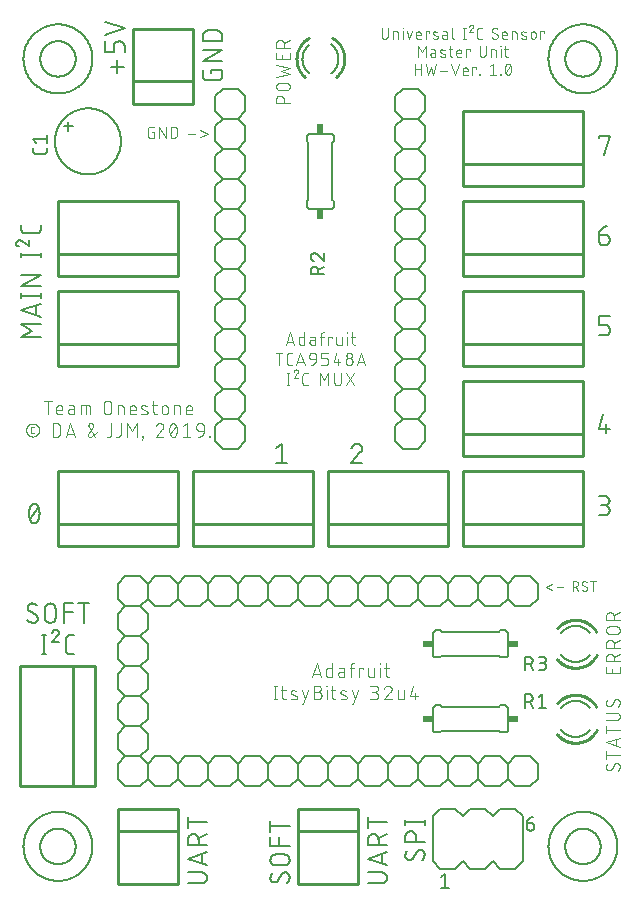
<source format=gbr>
G04 EAGLE Gerber RS-274X export*
G75*
%MOMM*%
%FSLAX34Y34*%
%LPD*%
%INSilkscreen Top*%
%IPPOS*%
%AMOC8*
5,1,8,0,0,1.08239X$1,22.5*%
G01*
%ADD10C,0.152400*%
%ADD11C,0.101600*%
%ADD12C,0.076200*%
%ADD13C,0.254000*%
%ADD14C,0.203200*%
%ADD15R,0.863600X0.609600*%
%ADD16C,0.127000*%
%ADD17R,0.609600X0.863600*%


D10*
X496062Y637512D02*
X496062Y639318D01*
X505093Y639318D01*
X500578Y623062D01*
X501481Y555893D02*
X496062Y555893D01*
X501481Y555893D02*
X501599Y555891D01*
X501717Y555885D01*
X501835Y555876D01*
X501952Y555862D01*
X502069Y555845D01*
X502186Y555824D01*
X502301Y555799D01*
X502416Y555770D01*
X502530Y555737D01*
X502642Y555701D01*
X502753Y555661D01*
X502863Y555618D01*
X502972Y555571D01*
X503079Y555521D01*
X503184Y555466D01*
X503287Y555409D01*
X503388Y555348D01*
X503488Y555284D01*
X503585Y555217D01*
X503680Y555147D01*
X503772Y555073D01*
X503863Y554997D01*
X503950Y554917D01*
X504035Y554835D01*
X504117Y554750D01*
X504197Y554663D01*
X504273Y554572D01*
X504347Y554480D01*
X504417Y554385D01*
X504484Y554288D01*
X504548Y554188D01*
X504609Y554087D01*
X504666Y553984D01*
X504721Y553879D01*
X504771Y553772D01*
X504818Y553663D01*
X504861Y553553D01*
X504901Y553442D01*
X504937Y553330D01*
X504970Y553216D01*
X504999Y553101D01*
X505024Y552986D01*
X505045Y552869D01*
X505062Y552752D01*
X505076Y552635D01*
X505085Y552517D01*
X505091Y552399D01*
X505093Y552281D01*
X505093Y551378D01*
X505094Y551378D02*
X505092Y551245D01*
X505086Y551113D01*
X505076Y550981D01*
X505063Y550849D01*
X505045Y550717D01*
X505024Y550587D01*
X504999Y550456D01*
X504970Y550327D01*
X504937Y550199D01*
X504901Y550071D01*
X504861Y549945D01*
X504817Y549820D01*
X504769Y549696D01*
X504718Y549574D01*
X504663Y549453D01*
X504605Y549334D01*
X504543Y549216D01*
X504478Y549101D01*
X504409Y548987D01*
X504338Y548876D01*
X504262Y548767D01*
X504184Y548660D01*
X504103Y548555D01*
X504018Y548453D01*
X503931Y548353D01*
X503841Y548256D01*
X503748Y548161D01*
X503652Y548070D01*
X503554Y547981D01*
X503453Y547895D01*
X503349Y547812D01*
X503243Y547732D01*
X503135Y547656D01*
X503025Y547582D01*
X502912Y547512D01*
X502798Y547445D01*
X502681Y547382D01*
X502563Y547322D01*
X502443Y547265D01*
X502321Y547212D01*
X502198Y547163D01*
X502074Y547117D01*
X501948Y547075D01*
X501821Y547037D01*
X501693Y547002D01*
X501564Y546971D01*
X501435Y546944D01*
X501304Y546921D01*
X501173Y546901D01*
X501041Y546886D01*
X500909Y546874D01*
X500777Y546866D01*
X500644Y546862D01*
X500512Y546862D01*
X500379Y546866D01*
X500247Y546874D01*
X500115Y546886D01*
X499983Y546901D01*
X499852Y546921D01*
X499721Y546944D01*
X499592Y546971D01*
X499463Y547002D01*
X499335Y547037D01*
X499208Y547075D01*
X499082Y547117D01*
X498958Y547163D01*
X498835Y547212D01*
X498713Y547265D01*
X498593Y547322D01*
X498475Y547382D01*
X498358Y547445D01*
X498244Y547512D01*
X498131Y547582D01*
X498021Y547656D01*
X497913Y547732D01*
X497807Y547812D01*
X497703Y547895D01*
X497602Y547981D01*
X497504Y548070D01*
X497408Y548161D01*
X497315Y548256D01*
X497225Y548353D01*
X497138Y548453D01*
X497053Y548555D01*
X496972Y548660D01*
X496894Y548767D01*
X496818Y548876D01*
X496747Y548987D01*
X496678Y549101D01*
X496613Y549216D01*
X496551Y549334D01*
X496493Y549453D01*
X496438Y549574D01*
X496387Y549696D01*
X496339Y549820D01*
X496295Y549945D01*
X496255Y550071D01*
X496219Y550199D01*
X496186Y550327D01*
X496157Y550456D01*
X496132Y550587D01*
X496111Y550717D01*
X496093Y550849D01*
X496080Y550981D01*
X496070Y551113D01*
X496064Y551245D01*
X496062Y551378D01*
X496062Y555893D01*
X496064Y556070D01*
X496071Y556248D01*
X496082Y556425D01*
X496097Y556601D01*
X496116Y556777D01*
X496140Y556953D01*
X496168Y557128D01*
X496201Y557303D01*
X496238Y557476D01*
X496279Y557649D01*
X496324Y557820D01*
X496373Y557990D01*
X496427Y558159D01*
X496484Y558327D01*
X496546Y558493D01*
X496612Y558658D01*
X496682Y558821D01*
X496756Y558982D01*
X496833Y559141D01*
X496915Y559299D01*
X497001Y559454D01*
X497090Y559607D01*
X497183Y559758D01*
X497280Y559907D01*
X497380Y560053D01*
X497484Y560197D01*
X497591Y560338D01*
X497702Y560476D01*
X497816Y560612D01*
X497934Y560745D01*
X498054Y560875D01*
X498178Y561002D01*
X498305Y561126D01*
X498435Y561246D01*
X498568Y561364D01*
X498703Y561478D01*
X498842Y561589D01*
X498983Y561696D01*
X499127Y561800D01*
X499273Y561900D01*
X499422Y561997D01*
X499573Y562090D01*
X499726Y562179D01*
X499881Y562265D01*
X500039Y562347D01*
X500198Y562424D01*
X500359Y562498D01*
X500522Y562568D01*
X500687Y562634D01*
X500853Y562696D01*
X501021Y562753D01*
X501190Y562807D01*
X501360Y562856D01*
X501531Y562901D01*
X501704Y562942D01*
X501877Y562979D01*
X502052Y563012D01*
X502227Y563040D01*
X502403Y563064D01*
X502579Y563083D01*
X502755Y563098D01*
X502932Y563109D01*
X503110Y563116D01*
X503287Y563118D01*
X501481Y470662D02*
X496062Y470662D01*
X501481Y470662D02*
X501599Y470664D01*
X501717Y470670D01*
X501835Y470679D01*
X501952Y470693D01*
X502069Y470710D01*
X502186Y470731D01*
X502301Y470756D01*
X502416Y470785D01*
X502530Y470818D01*
X502642Y470854D01*
X502753Y470894D01*
X502863Y470937D01*
X502972Y470984D01*
X503079Y471034D01*
X503184Y471089D01*
X503287Y471146D01*
X503388Y471207D01*
X503488Y471271D01*
X503585Y471338D01*
X503680Y471408D01*
X503772Y471482D01*
X503863Y471558D01*
X503950Y471638D01*
X504035Y471720D01*
X504117Y471805D01*
X504197Y471892D01*
X504273Y471983D01*
X504347Y472075D01*
X504417Y472170D01*
X504484Y472267D01*
X504548Y472367D01*
X504609Y472468D01*
X504666Y472571D01*
X504721Y472676D01*
X504771Y472783D01*
X504818Y472892D01*
X504861Y473002D01*
X504901Y473113D01*
X504937Y473225D01*
X504970Y473339D01*
X504999Y473454D01*
X505024Y473569D01*
X505045Y473686D01*
X505062Y473803D01*
X505076Y473920D01*
X505085Y474038D01*
X505091Y474156D01*
X505093Y474274D01*
X505093Y476081D01*
X505091Y476199D01*
X505085Y476317D01*
X505076Y476435D01*
X505062Y476552D01*
X505045Y476669D01*
X505024Y476786D01*
X504999Y476901D01*
X504970Y477016D01*
X504937Y477130D01*
X504901Y477242D01*
X504861Y477353D01*
X504818Y477463D01*
X504771Y477572D01*
X504721Y477679D01*
X504666Y477784D01*
X504609Y477887D01*
X504548Y477988D01*
X504484Y478088D01*
X504417Y478185D01*
X504347Y478280D01*
X504273Y478372D01*
X504197Y478463D01*
X504117Y478550D01*
X504035Y478635D01*
X503950Y478717D01*
X503863Y478797D01*
X503772Y478873D01*
X503680Y478947D01*
X503585Y479017D01*
X503488Y479084D01*
X503388Y479148D01*
X503287Y479209D01*
X503184Y479266D01*
X503079Y479321D01*
X502972Y479371D01*
X502863Y479418D01*
X502753Y479461D01*
X502642Y479501D01*
X502530Y479537D01*
X502416Y479570D01*
X502301Y479599D01*
X502186Y479624D01*
X502069Y479645D01*
X501952Y479662D01*
X501835Y479676D01*
X501717Y479685D01*
X501599Y479691D01*
X501481Y479693D01*
X496062Y479693D01*
X496062Y486918D01*
X505093Y486918D01*
X499674Y404368D02*
X496062Y391724D01*
X505093Y391724D01*
X502384Y395337D02*
X502384Y388112D01*
X500578Y318262D02*
X496062Y318262D01*
X500578Y318262D02*
X500711Y318264D01*
X500843Y318270D01*
X500975Y318280D01*
X501107Y318293D01*
X501239Y318311D01*
X501369Y318332D01*
X501500Y318357D01*
X501629Y318386D01*
X501757Y318419D01*
X501885Y318455D01*
X502011Y318495D01*
X502136Y318539D01*
X502260Y318587D01*
X502382Y318638D01*
X502503Y318693D01*
X502622Y318751D01*
X502740Y318813D01*
X502855Y318878D01*
X502969Y318947D01*
X503080Y319018D01*
X503189Y319094D01*
X503296Y319172D01*
X503401Y319253D01*
X503503Y319338D01*
X503603Y319425D01*
X503700Y319515D01*
X503795Y319608D01*
X503886Y319704D01*
X503975Y319802D01*
X504061Y319903D01*
X504144Y320007D01*
X504224Y320113D01*
X504300Y320221D01*
X504374Y320331D01*
X504444Y320444D01*
X504511Y320558D01*
X504574Y320675D01*
X504634Y320793D01*
X504691Y320913D01*
X504744Y321035D01*
X504793Y321158D01*
X504839Y321282D01*
X504881Y321408D01*
X504919Y321535D01*
X504954Y321663D01*
X504985Y321792D01*
X505012Y321921D01*
X505035Y322052D01*
X505055Y322183D01*
X505070Y322315D01*
X505082Y322447D01*
X505090Y322579D01*
X505094Y322712D01*
X505094Y322844D01*
X505090Y322977D01*
X505082Y323109D01*
X505070Y323241D01*
X505055Y323373D01*
X505035Y323504D01*
X505012Y323635D01*
X504985Y323764D01*
X504954Y323893D01*
X504919Y324021D01*
X504881Y324148D01*
X504839Y324274D01*
X504793Y324398D01*
X504744Y324521D01*
X504691Y324643D01*
X504634Y324763D01*
X504574Y324881D01*
X504511Y324998D01*
X504444Y325112D01*
X504374Y325225D01*
X504300Y325335D01*
X504224Y325443D01*
X504144Y325549D01*
X504061Y325653D01*
X503975Y325754D01*
X503886Y325852D01*
X503795Y325948D01*
X503700Y326041D01*
X503603Y326131D01*
X503503Y326218D01*
X503401Y326303D01*
X503296Y326384D01*
X503189Y326462D01*
X503080Y326538D01*
X502969Y326609D01*
X502855Y326678D01*
X502740Y326743D01*
X502622Y326805D01*
X502503Y326863D01*
X502382Y326918D01*
X502260Y326969D01*
X502136Y327017D01*
X502011Y327061D01*
X501885Y327101D01*
X501757Y327137D01*
X501629Y327170D01*
X501500Y327199D01*
X501369Y327224D01*
X501239Y327245D01*
X501107Y327263D01*
X500975Y327276D01*
X500843Y327286D01*
X500711Y327292D01*
X500578Y327294D01*
X501481Y334518D02*
X496062Y334518D01*
X501481Y334518D02*
X501600Y334516D01*
X501720Y334510D01*
X501839Y334500D01*
X501957Y334486D01*
X502076Y334469D01*
X502193Y334447D01*
X502310Y334422D01*
X502425Y334392D01*
X502540Y334359D01*
X502654Y334322D01*
X502766Y334282D01*
X502877Y334237D01*
X502986Y334189D01*
X503094Y334138D01*
X503200Y334083D01*
X503304Y334024D01*
X503406Y333962D01*
X503506Y333897D01*
X503604Y333828D01*
X503700Y333756D01*
X503793Y333681D01*
X503883Y333604D01*
X503971Y333523D01*
X504056Y333439D01*
X504138Y333352D01*
X504218Y333263D01*
X504294Y333171D01*
X504368Y333077D01*
X504438Y332980D01*
X504505Y332882D01*
X504569Y332781D01*
X504629Y332677D01*
X504686Y332572D01*
X504739Y332465D01*
X504789Y332357D01*
X504835Y332247D01*
X504877Y332135D01*
X504916Y332022D01*
X504951Y331908D01*
X504982Y331793D01*
X505010Y331676D01*
X505033Y331559D01*
X505053Y331442D01*
X505069Y331323D01*
X505081Y331204D01*
X505089Y331085D01*
X505093Y330966D01*
X505093Y330846D01*
X505089Y330727D01*
X505081Y330608D01*
X505069Y330489D01*
X505053Y330370D01*
X505033Y330253D01*
X505010Y330136D01*
X504982Y330019D01*
X504951Y329904D01*
X504916Y329790D01*
X504877Y329677D01*
X504835Y329565D01*
X504789Y329455D01*
X504739Y329347D01*
X504686Y329240D01*
X504629Y329135D01*
X504569Y329031D01*
X504505Y328930D01*
X504438Y328832D01*
X504368Y328735D01*
X504294Y328641D01*
X504218Y328549D01*
X504138Y328460D01*
X504056Y328373D01*
X503971Y328289D01*
X503883Y328208D01*
X503793Y328131D01*
X503700Y328056D01*
X503604Y327984D01*
X503506Y327915D01*
X503406Y327850D01*
X503304Y327788D01*
X503200Y327729D01*
X503094Y327674D01*
X502986Y327623D01*
X502877Y327575D01*
X502766Y327530D01*
X502654Y327490D01*
X502540Y327453D01*
X502425Y327420D01*
X502310Y327390D01*
X502193Y327365D01*
X502076Y327343D01*
X501957Y327326D01*
X501839Y327312D01*
X501720Y327302D01*
X501600Y327296D01*
X501481Y327294D01*
X501481Y327293D02*
X497868Y327293D01*
X14817Y325910D02*
X14680Y325621D01*
X14550Y325329D01*
X14427Y325033D01*
X14312Y324735D01*
X14203Y324434D01*
X14102Y324131D01*
X14008Y323825D01*
X13921Y323518D01*
X13842Y323208D01*
X13770Y322896D01*
X13706Y322583D01*
X13649Y322268D01*
X13599Y321952D01*
X13557Y321635D01*
X13523Y321317D01*
X13496Y320999D01*
X13477Y320679D01*
X13466Y320360D01*
X13462Y320040D01*
X14817Y325911D02*
X14856Y326019D01*
X14899Y326126D01*
X14945Y326231D01*
X14996Y326335D01*
X15049Y326437D01*
X15106Y326537D01*
X15167Y326635D01*
X15231Y326730D01*
X15298Y326824D01*
X15369Y326915D01*
X15442Y327004D01*
X15519Y327090D01*
X15598Y327173D01*
X15680Y327254D01*
X15765Y327332D01*
X15853Y327406D01*
X15943Y327478D01*
X16035Y327546D01*
X16130Y327612D01*
X16227Y327674D01*
X16326Y327732D01*
X16428Y327788D01*
X16530Y327839D01*
X16635Y327887D01*
X16741Y327932D01*
X16849Y327973D01*
X16958Y328010D01*
X17068Y328043D01*
X17180Y328072D01*
X17292Y328098D01*
X17405Y328120D01*
X17519Y328137D01*
X17633Y328151D01*
X17748Y328161D01*
X17863Y328167D01*
X17978Y328169D01*
X17978Y328168D02*
X18093Y328166D01*
X18208Y328160D01*
X18323Y328150D01*
X18437Y328136D01*
X18551Y328119D01*
X18664Y328097D01*
X18776Y328071D01*
X18888Y328042D01*
X18998Y328009D01*
X19107Y327972D01*
X19215Y327931D01*
X19321Y327886D01*
X19426Y327838D01*
X19528Y327787D01*
X19629Y327731D01*
X19729Y327673D01*
X19826Y327611D01*
X19920Y327546D01*
X20013Y327477D01*
X20103Y327405D01*
X20191Y327331D01*
X20276Y327253D01*
X20358Y327172D01*
X20437Y327089D01*
X20514Y327003D01*
X20587Y326914D01*
X20658Y326823D01*
X20725Y326729D01*
X20789Y326634D01*
X20850Y326536D01*
X20907Y326436D01*
X20960Y326334D01*
X21011Y326230D01*
X21057Y326125D01*
X21100Y326018D01*
X21139Y325910D01*
X21138Y325910D02*
X21275Y325621D01*
X21405Y325329D01*
X21528Y325033D01*
X21643Y324735D01*
X21752Y324434D01*
X21853Y324131D01*
X21947Y323825D01*
X22034Y323518D01*
X22113Y323208D01*
X22185Y322896D01*
X22249Y322583D01*
X22306Y322268D01*
X22356Y321952D01*
X22398Y321635D01*
X22432Y321317D01*
X22459Y320999D01*
X22478Y320679D01*
X22489Y320360D01*
X22493Y320040D01*
X13462Y320040D02*
X13466Y319720D01*
X13477Y319401D01*
X13496Y319081D01*
X13523Y318763D01*
X13557Y318445D01*
X13599Y318128D01*
X13649Y317812D01*
X13706Y317497D01*
X13770Y317184D01*
X13842Y316872D01*
X13921Y316562D01*
X14008Y316255D01*
X14102Y315949D01*
X14203Y315646D01*
X14312Y315345D01*
X14427Y315047D01*
X14550Y314751D01*
X14680Y314459D01*
X14817Y314170D01*
X14856Y314062D01*
X14899Y313955D01*
X14945Y313850D01*
X14996Y313746D01*
X15049Y313644D01*
X15106Y313544D01*
X15167Y313446D01*
X15231Y313351D01*
X15298Y313257D01*
X15369Y313166D01*
X15442Y313077D01*
X15519Y312991D01*
X15598Y312908D01*
X15680Y312827D01*
X15765Y312749D01*
X15853Y312675D01*
X15943Y312603D01*
X16036Y312534D01*
X16130Y312469D01*
X16227Y312407D01*
X16327Y312349D01*
X16428Y312293D01*
X16530Y312242D01*
X16635Y312194D01*
X16741Y312149D01*
X16849Y312108D01*
X16958Y312071D01*
X17068Y312038D01*
X17180Y312009D01*
X17292Y311983D01*
X17405Y311961D01*
X17519Y311944D01*
X17633Y311930D01*
X17748Y311920D01*
X17863Y311914D01*
X17978Y311912D01*
X21138Y314170D02*
X21275Y314459D01*
X21405Y314751D01*
X21528Y315047D01*
X21643Y315345D01*
X21752Y315646D01*
X21853Y315949D01*
X21947Y316255D01*
X22034Y316562D01*
X22113Y316872D01*
X22185Y317184D01*
X22249Y317497D01*
X22306Y317812D01*
X22356Y318128D01*
X22398Y318445D01*
X22432Y318763D01*
X22459Y319081D01*
X22478Y319401D01*
X22489Y319720D01*
X22493Y320040D01*
X21139Y314170D02*
X21100Y314062D01*
X21057Y313955D01*
X21011Y313850D01*
X20960Y313746D01*
X20907Y313644D01*
X20850Y313544D01*
X20789Y313446D01*
X20725Y313351D01*
X20658Y313257D01*
X20587Y313166D01*
X20514Y313077D01*
X20437Y312991D01*
X20358Y312908D01*
X20276Y312827D01*
X20191Y312749D01*
X20103Y312675D01*
X20013Y312603D01*
X19920Y312534D01*
X19826Y312469D01*
X19729Y312407D01*
X19629Y312349D01*
X19528Y312293D01*
X19425Y312242D01*
X19321Y312194D01*
X19215Y312149D01*
X19107Y312108D01*
X18998Y312071D01*
X18888Y312038D01*
X18776Y312009D01*
X18664Y311983D01*
X18551Y311961D01*
X18437Y311944D01*
X18323Y311930D01*
X18208Y311920D01*
X18093Y311914D01*
X17978Y311912D01*
X14365Y315524D02*
X21590Y324556D01*
X223012Y375356D02*
X227528Y378968D01*
X227528Y362712D01*
X232043Y362712D02*
X223012Y362712D01*
X291479Y378968D02*
X291604Y378966D01*
X291729Y378960D01*
X291854Y378951D01*
X291978Y378937D01*
X292102Y378920D01*
X292226Y378899D01*
X292348Y378874D01*
X292470Y378845D01*
X292591Y378813D01*
X292711Y378777D01*
X292830Y378737D01*
X292947Y378694D01*
X293063Y378647D01*
X293178Y378596D01*
X293290Y378542D01*
X293402Y378484D01*
X293511Y378424D01*
X293618Y378359D01*
X293724Y378292D01*
X293827Y378221D01*
X293928Y378147D01*
X294027Y378070D01*
X294123Y377990D01*
X294217Y377907D01*
X294308Y377822D01*
X294397Y377733D01*
X294482Y377642D01*
X294565Y377548D01*
X294645Y377452D01*
X294722Y377353D01*
X294796Y377252D01*
X294867Y377149D01*
X294934Y377043D01*
X294999Y376936D01*
X295059Y376827D01*
X295117Y376715D01*
X295171Y376603D01*
X295222Y376488D01*
X295269Y376372D01*
X295312Y376255D01*
X295352Y376136D01*
X295388Y376016D01*
X295420Y375895D01*
X295449Y375773D01*
X295474Y375651D01*
X295495Y375527D01*
X295512Y375403D01*
X295526Y375279D01*
X295535Y375154D01*
X295541Y375029D01*
X295543Y374904D01*
X291479Y378968D02*
X291336Y378966D01*
X291194Y378960D01*
X291051Y378950D01*
X290909Y378937D01*
X290768Y378919D01*
X290626Y378898D01*
X290486Y378873D01*
X290346Y378844D01*
X290207Y378811D01*
X290069Y378774D01*
X289932Y378734D01*
X289797Y378690D01*
X289662Y378642D01*
X289529Y378590D01*
X289397Y378535D01*
X289267Y378476D01*
X289139Y378414D01*
X289012Y378348D01*
X288887Y378279D01*
X288764Y378207D01*
X288644Y378131D01*
X288525Y378052D01*
X288408Y377969D01*
X288294Y377884D01*
X288182Y377795D01*
X288073Y377704D01*
X287966Y377609D01*
X287861Y377512D01*
X287760Y377411D01*
X287661Y377308D01*
X287565Y377203D01*
X287472Y377094D01*
X287382Y376983D01*
X287295Y376870D01*
X287211Y376755D01*
X287131Y376637D01*
X287053Y376517D01*
X286979Y376395D01*
X286909Y376271D01*
X286841Y376145D01*
X286778Y376017D01*
X286717Y375888D01*
X286660Y375757D01*
X286607Y375625D01*
X286558Y375491D01*
X286512Y375356D01*
X294188Y371743D02*
X294282Y371835D01*
X294372Y371929D01*
X294460Y372026D01*
X294545Y372126D01*
X294627Y372228D01*
X294706Y372333D01*
X294781Y372440D01*
X294853Y372549D01*
X294922Y372660D01*
X294988Y372774D01*
X295050Y372889D01*
X295109Y373006D01*
X295164Y373125D01*
X295215Y373245D01*
X295263Y373367D01*
X295308Y373490D01*
X295348Y373614D01*
X295385Y373740D01*
X295418Y373867D01*
X295447Y373994D01*
X295473Y374123D01*
X295494Y374252D01*
X295512Y374382D01*
X295525Y374512D01*
X295535Y374642D01*
X295541Y374773D01*
X295543Y374904D01*
X294188Y371743D02*
X286512Y362712D01*
X295543Y362712D01*
X159822Y7112D02*
X148082Y7112D01*
X159822Y7112D02*
X159955Y7114D01*
X160087Y7120D01*
X160219Y7130D01*
X160351Y7143D01*
X160483Y7161D01*
X160613Y7182D01*
X160744Y7207D01*
X160873Y7236D01*
X161001Y7269D01*
X161129Y7305D01*
X161255Y7345D01*
X161380Y7389D01*
X161504Y7437D01*
X161626Y7488D01*
X161747Y7543D01*
X161866Y7601D01*
X161984Y7663D01*
X162099Y7728D01*
X162213Y7797D01*
X162324Y7868D01*
X162433Y7944D01*
X162540Y8022D01*
X162645Y8103D01*
X162747Y8188D01*
X162847Y8275D01*
X162944Y8365D01*
X163039Y8458D01*
X163130Y8554D01*
X163219Y8652D01*
X163305Y8753D01*
X163388Y8857D01*
X163468Y8963D01*
X163544Y9071D01*
X163618Y9181D01*
X163688Y9294D01*
X163755Y9408D01*
X163818Y9525D01*
X163878Y9643D01*
X163935Y9763D01*
X163988Y9885D01*
X164037Y10008D01*
X164083Y10132D01*
X164125Y10258D01*
X164163Y10385D01*
X164198Y10513D01*
X164229Y10642D01*
X164256Y10771D01*
X164279Y10902D01*
X164299Y11033D01*
X164314Y11165D01*
X164326Y11297D01*
X164334Y11429D01*
X164338Y11562D01*
X164338Y11694D01*
X164334Y11827D01*
X164326Y11959D01*
X164314Y12091D01*
X164299Y12223D01*
X164279Y12354D01*
X164256Y12485D01*
X164229Y12614D01*
X164198Y12743D01*
X164163Y12871D01*
X164125Y12998D01*
X164083Y13124D01*
X164037Y13248D01*
X163988Y13371D01*
X163935Y13493D01*
X163878Y13613D01*
X163818Y13731D01*
X163755Y13848D01*
X163688Y13962D01*
X163618Y14075D01*
X163544Y14185D01*
X163468Y14293D01*
X163388Y14399D01*
X163305Y14503D01*
X163219Y14604D01*
X163130Y14702D01*
X163039Y14798D01*
X162944Y14891D01*
X162847Y14981D01*
X162747Y15068D01*
X162645Y15153D01*
X162540Y15234D01*
X162433Y15312D01*
X162324Y15388D01*
X162213Y15459D01*
X162099Y15528D01*
X161984Y15593D01*
X161866Y15655D01*
X161747Y15713D01*
X161626Y15768D01*
X161504Y15819D01*
X161380Y15867D01*
X161255Y15911D01*
X161129Y15951D01*
X161001Y15987D01*
X160873Y16020D01*
X160744Y16049D01*
X160613Y16074D01*
X160483Y16095D01*
X160351Y16113D01*
X160219Y16126D01*
X160087Y16136D01*
X159955Y16142D01*
X159822Y16144D01*
X159822Y16143D02*
X148082Y16143D01*
X148082Y27780D02*
X164338Y22361D01*
X164338Y33199D02*
X148082Y27780D01*
X160274Y31844D02*
X160274Y23716D01*
X164338Y39508D02*
X148082Y39508D01*
X148082Y44024D01*
X148084Y44157D01*
X148090Y44289D01*
X148100Y44421D01*
X148113Y44553D01*
X148131Y44685D01*
X148152Y44815D01*
X148177Y44946D01*
X148206Y45075D01*
X148239Y45203D01*
X148275Y45331D01*
X148315Y45457D01*
X148359Y45582D01*
X148407Y45706D01*
X148458Y45828D01*
X148513Y45949D01*
X148571Y46068D01*
X148633Y46186D01*
X148698Y46301D01*
X148767Y46415D01*
X148838Y46526D01*
X148914Y46635D01*
X148992Y46742D01*
X149073Y46847D01*
X149158Y46949D01*
X149245Y47049D01*
X149335Y47146D01*
X149428Y47241D01*
X149524Y47332D01*
X149622Y47421D01*
X149723Y47507D01*
X149827Y47590D01*
X149933Y47670D01*
X150041Y47746D01*
X150151Y47820D01*
X150264Y47890D01*
X150378Y47957D01*
X150495Y48020D01*
X150613Y48080D01*
X150733Y48137D01*
X150855Y48190D01*
X150978Y48239D01*
X151102Y48285D01*
X151228Y48327D01*
X151355Y48365D01*
X151483Y48400D01*
X151612Y48431D01*
X151741Y48458D01*
X151872Y48481D01*
X152003Y48501D01*
X152135Y48516D01*
X152267Y48528D01*
X152399Y48536D01*
X152532Y48540D01*
X152664Y48540D01*
X152797Y48536D01*
X152929Y48528D01*
X153061Y48516D01*
X153193Y48501D01*
X153324Y48481D01*
X153455Y48458D01*
X153584Y48431D01*
X153713Y48400D01*
X153841Y48365D01*
X153968Y48327D01*
X154094Y48285D01*
X154218Y48239D01*
X154341Y48190D01*
X154463Y48137D01*
X154583Y48080D01*
X154701Y48020D01*
X154818Y47957D01*
X154932Y47890D01*
X155045Y47820D01*
X155155Y47746D01*
X155263Y47670D01*
X155369Y47590D01*
X155473Y47507D01*
X155574Y47421D01*
X155672Y47332D01*
X155768Y47241D01*
X155861Y47146D01*
X155951Y47049D01*
X156038Y46949D01*
X156123Y46847D01*
X156204Y46742D01*
X156282Y46635D01*
X156358Y46526D01*
X156429Y46415D01*
X156498Y46301D01*
X156563Y46186D01*
X156625Y46068D01*
X156683Y45949D01*
X156738Y45828D01*
X156789Y45706D01*
X156837Y45582D01*
X156881Y45457D01*
X156921Y45331D01*
X156957Y45203D01*
X156990Y45075D01*
X157019Y44946D01*
X157044Y44815D01*
X157065Y44685D01*
X157083Y44553D01*
X157096Y44421D01*
X157106Y44289D01*
X157112Y44157D01*
X157114Y44024D01*
X157113Y44024D02*
X157113Y39508D01*
X157113Y44927D02*
X164338Y48539D01*
X164338Y58521D02*
X148082Y58521D01*
X148082Y54006D02*
X148082Y63037D01*
X230576Y16143D02*
X230694Y16141D01*
X230812Y16135D01*
X230930Y16126D01*
X231047Y16112D01*
X231164Y16095D01*
X231281Y16074D01*
X231396Y16049D01*
X231511Y16020D01*
X231625Y15987D01*
X231737Y15951D01*
X231848Y15911D01*
X231958Y15868D01*
X232067Y15821D01*
X232174Y15771D01*
X232279Y15716D01*
X232382Y15659D01*
X232483Y15598D01*
X232583Y15534D01*
X232680Y15467D01*
X232775Y15397D01*
X232867Y15323D01*
X232958Y15247D01*
X233045Y15167D01*
X233130Y15085D01*
X233212Y15000D01*
X233292Y14913D01*
X233368Y14822D01*
X233442Y14730D01*
X233512Y14635D01*
X233579Y14538D01*
X233643Y14438D01*
X233704Y14337D01*
X233761Y14234D01*
X233816Y14129D01*
X233866Y14022D01*
X233913Y13913D01*
X233956Y13803D01*
X233996Y13692D01*
X234032Y13580D01*
X234065Y13466D01*
X234094Y13351D01*
X234119Y13236D01*
X234140Y13119D01*
X234157Y13002D01*
X234171Y12885D01*
X234180Y12767D01*
X234186Y12649D01*
X234188Y12531D01*
X234186Y12348D01*
X234179Y12166D01*
X234168Y11984D01*
X234153Y11802D01*
X234133Y11620D01*
X234110Y11439D01*
X234081Y11259D01*
X234049Y11079D01*
X234012Y10900D01*
X233971Y10723D01*
X233925Y10546D01*
X233876Y10370D01*
X233822Y10196D01*
X233764Y10022D01*
X233702Y9851D01*
X233636Y9681D01*
X233565Y9512D01*
X233491Y9345D01*
X233413Y9180D01*
X233331Y9017D01*
X233245Y8856D01*
X233155Y8697D01*
X233061Y8540D01*
X232964Y8386D01*
X232863Y8234D01*
X232758Y8084D01*
X232650Y7937D01*
X232539Y7793D01*
X232424Y7651D01*
X232305Y7512D01*
X232183Y7376D01*
X232058Y7243D01*
X231930Y7113D01*
X221544Y7564D02*
X221426Y7566D01*
X221308Y7572D01*
X221190Y7581D01*
X221073Y7595D01*
X220956Y7612D01*
X220839Y7633D01*
X220724Y7658D01*
X220609Y7687D01*
X220495Y7720D01*
X220383Y7756D01*
X220272Y7796D01*
X220162Y7839D01*
X220053Y7886D01*
X219946Y7936D01*
X219841Y7991D01*
X219738Y8048D01*
X219637Y8109D01*
X219537Y8173D01*
X219440Y8240D01*
X219345Y8310D01*
X219253Y8384D01*
X219162Y8460D01*
X219075Y8540D01*
X218990Y8622D01*
X218908Y8707D01*
X218828Y8794D01*
X218752Y8885D01*
X218678Y8977D01*
X218608Y9072D01*
X218541Y9169D01*
X218477Y9269D01*
X218416Y9370D01*
X218359Y9473D01*
X218304Y9578D01*
X218254Y9685D01*
X218207Y9794D01*
X218164Y9904D01*
X218124Y10015D01*
X218088Y10127D01*
X218055Y10241D01*
X218026Y10356D01*
X218001Y10471D01*
X217980Y10588D01*
X217963Y10705D01*
X217949Y10822D01*
X217940Y10940D01*
X217934Y11058D01*
X217932Y11176D01*
X217934Y11337D01*
X217940Y11499D01*
X217949Y11660D01*
X217963Y11821D01*
X217980Y11981D01*
X218001Y12141D01*
X218026Y12301D01*
X218055Y12460D01*
X218087Y12618D01*
X218123Y12775D01*
X218163Y12931D01*
X218207Y13087D01*
X218255Y13241D01*
X218306Y13394D01*
X218360Y13546D01*
X218419Y13697D01*
X218480Y13846D01*
X218546Y13993D01*
X218615Y14139D01*
X218687Y14284D01*
X218763Y14426D01*
X218842Y14567D01*
X218924Y14706D01*
X219010Y14842D01*
X219099Y14977D01*
X219191Y15110D01*
X219287Y15240D01*
X224705Y9369D02*
X224643Y9268D01*
X224578Y9168D01*
X224509Y9071D01*
X224437Y8976D01*
X224363Y8883D01*
X224285Y8793D01*
X224204Y8705D01*
X224121Y8620D01*
X224035Y8538D01*
X223946Y8459D01*
X223855Y8382D01*
X223761Y8309D01*
X223665Y8238D01*
X223567Y8171D01*
X223467Y8107D01*
X223364Y8046D01*
X223260Y7989D01*
X223154Y7935D01*
X223046Y7885D01*
X222937Y7838D01*
X222826Y7794D01*
X222714Y7754D01*
X222600Y7718D01*
X222486Y7686D01*
X222370Y7657D01*
X222254Y7632D01*
X222137Y7611D01*
X222019Y7594D01*
X221901Y7580D01*
X221782Y7571D01*
X221663Y7565D01*
X221544Y7563D01*
X227415Y14337D02*
X227477Y14438D01*
X227542Y14538D01*
X227611Y14635D01*
X227683Y14730D01*
X227757Y14823D01*
X227835Y14913D01*
X227916Y15001D01*
X227999Y15086D01*
X228085Y15168D01*
X228174Y15247D01*
X228265Y15324D01*
X228359Y15397D01*
X228455Y15468D01*
X228553Y15535D01*
X228653Y15599D01*
X228756Y15660D01*
X228860Y15717D01*
X228966Y15771D01*
X229074Y15821D01*
X229183Y15868D01*
X229294Y15912D01*
X229406Y15952D01*
X229520Y15988D01*
X229634Y16020D01*
X229750Y16049D01*
X229866Y16074D01*
X229983Y16095D01*
X230101Y16112D01*
X230219Y16126D01*
X230338Y16135D01*
X230457Y16141D01*
X230576Y16143D01*
X227415Y14337D02*
X224705Y9370D01*
X222448Y22222D02*
X229672Y22222D01*
X222448Y22222D02*
X222315Y22224D01*
X222183Y22230D01*
X222051Y22240D01*
X221919Y22253D01*
X221787Y22271D01*
X221657Y22292D01*
X221526Y22317D01*
X221397Y22346D01*
X221269Y22379D01*
X221141Y22415D01*
X221015Y22455D01*
X220890Y22499D01*
X220766Y22547D01*
X220644Y22598D01*
X220523Y22653D01*
X220404Y22711D01*
X220286Y22773D01*
X220171Y22838D01*
X220057Y22907D01*
X219946Y22978D01*
X219837Y23054D01*
X219730Y23132D01*
X219625Y23213D01*
X219523Y23298D01*
X219423Y23385D01*
X219326Y23475D01*
X219231Y23568D01*
X219140Y23664D01*
X219051Y23762D01*
X218965Y23863D01*
X218882Y23967D01*
X218802Y24073D01*
X218726Y24181D01*
X218652Y24291D01*
X218582Y24404D01*
X218515Y24518D01*
X218452Y24635D01*
X218392Y24753D01*
X218335Y24873D01*
X218282Y24995D01*
X218233Y25118D01*
X218187Y25242D01*
X218145Y25368D01*
X218107Y25495D01*
X218072Y25623D01*
X218041Y25752D01*
X218014Y25881D01*
X217991Y26012D01*
X217971Y26143D01*
X217956Y26275D01*
X217944Y26407D01*
X217936Y26539D01*
X217932Y26672D01*
X217932Y26804D01*
X217936Y26937D01*
X217944Y27069D01*
X217956Y27201D01*
X217971Y27333D01*
X217991Y27464D01*
X218014Y27595D01*
X218041Y27724D01*
X218072Y27853D01*
X218107Y27981D01*
X218145Y28108D01*
X218187Y28234D01*
X218233Y28358D01*
X218282Y28481D01*
X218335Y28603D01*
X218392Y28723D01*
X218452Y28841D01*
X218515Y28958D01*
X218582Y29072D01*
X218652Y29185D01*
X218726Y29295D01*
X218802Y29403D01*
X218882Y29509D01*
X218965Y29613D01*
X219051Y29714D01*
X219140Y29812D01*
X219231Y29908D01*
X219326Y30001D01*
X219423Y30091D01*
X219523Y30178D01*
X219625Y30263D01*
X219730Y30344D01*
X219837Y30422D01*
X219946Y30498D01*
X220057Y30569D01*
X220171Y30638D01*
X220286Y30703D01*
X220404Y30765D01*
X220523Y30823D01*
X220644Y30878D01*
X220766Y30929D01*
X220890Y30977D01*
X221015Y31021D01*
X221141Y31061D01*
X221269Y31097D01*
X221397Y31130D01*
X221526Y31159D01*
X221657Y31184D01*
X221787Y31205D01*
X221919Y31223D01*
X222051Y31236D01*
X222183Y31246D01*
X222315Y31252D01*
X222448Y31254D01*
X222448Y31253D02*
X229672Y31253D01*
X229672Y31254D02*
X229805Y31252D01*
X229937Y31246D01*
X230069Y31236D01*
X230201Y31223D01*
X230333Y31205D01*
X230463Y31184D01*
X230594Y31159D01*
X230723Y31130D01*
X230851Y31097D01*
X230979Y31061D01*
X231105Y31021D01*
X231230Y30977D01*
X231354Y30929D01*
X231476Y30878D01*
X231597Y30823D01*
X231716Y30765D01*
X231834Y30703D01*
X231949Y30638D01*
X232063Y30569D01*
X232174Y30498D01*
X232283Y30422D01*
X232390Y30344D01*
X232495Y30263D01*
X232597Y30178D01*
X232697Y30091D01*
X232794Y30001D01*
X232889Y29908D01*
X232980Y29812D01*
X233069Y29714D01*
X233155Y29613D01*
X233238Y29509D01*
X233318Y29403D01*
X233394Y29295D01*
X233468Y29185D01*
X233538Y29072D01*
X233605Y28958D01*
X233668Y28841D01*
X233728Y28723D01*
X233785Y28603D01*
X233838Y28481D01*
X233887Y28358D01*
X233933Y28234D01*
X233975Y28108D01*
X234013Y27981D01*
X234048Y27853D01*
X234079Y27724D01*
X234106Y27595D01*
X234129Y27464D01*
X234149Y27333D01*
X234164Y27201D01*
X234176Y27069D01*
X234184Y26937D01*
X234188Y26804D01*
X234188Y26672D01*
X234184Y26539D01*
X234176Y26407D01*
X234164Y26275D01*
X234149Y26143D01*
X234129Y26012D01*
X234106Y25881D01*
X234079Y25752D01*
X234048Y25623D01*
X234013Y25495D01*
X233975Y25368D01*
X233933Y25242D01*
X233887Y25118D01*
X233838Y24995D01*
X233785Y24873D01*
X233728Y24753D01*
X233668Y24635D01*
X233605Y24518D01*
X233538Y24404D01*
X233468Y24291D01*
X233394Y24181D01*
X233318Y24073D01*
X233238Y23967D01*
X233155Y23863D01*
X233069Y23762D01*
X232980Y23664D01*
X232889Y23568D01*
X232794Y23475D01*
X232697Y23385D01*
X232597Y23298D01*
X232495Y23213D01*
X232390Y23132D01*
X232283Y23054D01*
X232174Y22978D01*
X232063Y22907D01*
X231949Y22838D01*
X231834Y22773D01*
X231716Y22711D01*
X231597Y22653D01*
X231476Y22598D01*
X231354Y22547D01*
X231230Y22499D01*
X231105Y22455D01*
X230979Y22415D01*
X230851Y22379D01*
X230723Y22346D01*
X230594Y22317D01*
X230463Y22292D01*
X230333Y22271D01*
X230201Y22253D01*
X230069Y22240D01*
X229937Y22230D01*
X229805Y22224D01*
X229672Y22222D01*
X234188Y38404D02*
X217932Y38404D01*
X217932Y45629D01*
X225157Y45629D02*
X225157Y38404D01*
X217932Y54874D02*
X234188Y54874D01*
X217932Y50358D02*
X217932Y59390D01*
X344876Y35193D02*
X344994Y35191D01*
X345112Y35185D01*
X345230Y35176D01*
X345347Y35162D01*
X345464Y35145D01*
X345581Y35124D01*
X345696Y35099D01*
X345811Y35070D01*
X345925Y35037D01*
X346037Y35001D01*
X346148Y34961D01*
X346258Y34918D01*
X346367Y34871D01*
X346474Y34821D01*
X346579Y34766D01*
X346682Y34709D01*
X346783Y34648D01*
X346883Y34584D01*
X346980Y34517D01*
X347075Y34447D01*
X347167Y34373D01*
X347258Y34297D01*
X347345Y34217D01*
X347430Y34135D01*
X347512Y34050D01*
X347592Y33963D01*
X347668Y33872D01*
X347742Y33780D01*
X347812Y33685D01*
X347879Y33588D01*
X347943Y33488D01*
X348004Y33387D01*
X348061Y33284D01*
X348116Y33179D01*
X348166Y33072D01*
X348213Y32963D01*
X348256Y32853D01*
X348296Y32742D01*
X348332Y32630D01*
X348365Y32516D01*
X348394Y32401D01*
X348419Y32286D01*
X348440Y32169D01*
X348457Y32052D01*
X348471Y31935D01*
X348480Y31817D01*
X348486Y31699D01*
X348488Y31581D01*
X348486Y31398D01*
X348479Y31216D01*
X348468Y31034D01*
X348453Y30852D01*
X348433Y30670D01*
X348410Y30489D01*
X348381Y30309D01*
X348349Y30129D01*
X348312Y29950D01*
X348271Y29773D01*
X348225Y29596D01*
X348176Y29420D01*
X348122Y29246D01*
X348064Y29072D01*
X348002Y28901D01*
X347936Y28731D01*
X347865Y28562D01*
X347791Y28395D01*
X347713Y28230D01*
X347631Y28067D01*
X347545Y27906D01*
X347455Y27747D01*
X347361Y27590D01*
X347264Y27436D01*
X347163Y27284D01*
X347058Y27134D01*
X346950Y26987D01*
X346839Y26843D01*
X346724Y26701D01*
X346605Y26562D01*
X346483Y26426D01*
X346358Y26293D01*
X346230Y26163D01*
X335844Y26614D02*
X335726Y26616D01*
X335608Y26622D01*
X335490Y26631D01*
X335373Y26645D01*
X335256Y26662D01*
X335139Y26683D01*
X335024Y26708D01*
X334909Y26737D01*
X334795Y26770D01*
X334683Y26806D01*
X334572Y26846D01*
X334462Y26889D01*
X334353Y26936D01*
X334246Y26986D01*
X334141Y27041D01*
X334038Y27098D01*
X333937Y27159D01*
X333837Y27223D01*
X333740Y27290D01*
X333645Y27360D01*
X333553Y27434D01*
X333462Y27510D01*
X333375Y27590D01*
X333290Y27672D01*
X333208Y27757D01*
X333128Y27844D01*
X333052Y27935D01*
X332978Y28027D01*
X332908Y28122D01*
X332841Y28219D01*
X332777Y28319D01*
X332716Y28420D01*
X332659Y28523D01*
X332604Y28628D01*
X332554Y28735D01*
X332507Y28844D01*
X332464Y28954D01*
X332424Y29065D01*
X332388Y29177D01*
X332355Y29291D01*
X332326Y29406D01*
X332301Y29521D01*
X332280Y29638D01*
X332263Y29755D01*
X332249Y29872D01*
X332240Y29990D01*
X332234Y30108D01*
X332232Y30226D01*
X332234Y30387D01*
X332240Y30549D01*
X332249Y30710D01*
X332263Y30871D01*
X332280Y31031D01*
X332301Y31191D01*
X332326Y31351D01*
X332355Y31510D01*
X332387Y31668D01*
X332423Y31825D01*
X332463Y31981D01*
X332507Y32137D01*
X332555Y32291D01*
X332606Y32444D01*
X332660Y32596D01*
X332719Y32747D01*
X332780Y32896D01*
X332846Y33043D01*
X332915Y33189D01*
X332987Y33334D01*
X333063Y33476D01*
X333142Y33617D01*
X333224Y33756D01*
X333310Y33892D01*
X333399Y34027D01*
X333491Y34160D01*
X333587Y34290D01*
X339005Y28419D02*
X338943Y28318D01*
X338878Y28218D01*
X338809Y28121D01*
X338737Y28026D01*
X338663Y27933D01*
X338585Y27843D01*
X338504Y27755D01*
X338421Y27670D01*
X338335Y27588D01*
X338246Y27509D01*
X338155Y27432D01*
X338061Y27359D01*
X337965Y27288D01*
X337867Y27221D01*
X337767Y27157D01*
X337664Y27096D01*
X337560Y27039D01*
X337454Y26985D01*
X337346Y26935D01*
X337237Y26888D01*
X337126Y26844D01*
X337014Y26804D01*
X336900Y26768D01*
X336786Y26736D01*
X336670Y26707D01*
X336554Y26682D01*
X336437Y26661D01*
X336319Y26644D01*
X336201Y26630D01*
X336082Y26621D01*
X335963Y26615D01*
X335844Y26613D01*
X341715Y33387D02*
X341777Y33488D01*
X341842Y33588D01*
X341911Y33685D01*
X341983Y33780D01*
X342057Y33873D01*
X342135Y33963D01*
X342216Y34051D01*
X342299Y34136D01*
X342385Y34218D01*
X342474Y34297D01*
X342565Y34374D01*
X342659Y34447D01*
X342755Y34518D01*
X342853Y34585D01*
X342953Y34649D01*
X343056Y34710D01*
X343160Y34767D01*
X343266Y34821D01*
X343374Y34871D01*
X343483Y34918D01*
X343594Y34962D01*
X343706Y35002D01*
X343820Y35038D01*
X343934Y35070D01*
X344050Y35099D01*
X344166Y35124D01*
X344283Y35145D01*
X344401Y35162D01*
X344519Y35176D01*
X344638Y35185D01*
X344757Y35191D01*
X344876Y35193D01*
X341715Y33387D02*
X339005Y28420D01*
X332232Y42004D02*
X348488Y42004D01*
X332232Y42004D02*
X332232Y46520D01*
X332234Y46653D01*
X332240Y46785D01*
X332250Y46917D01*
X332263Y47049D01*
X332281Y47181D01*
X332302Y47311D01*
X332327Y47442D01*
X332356Y47571D01*
X332389Y47699D01*
X332425Y47827D01*
X332465Y47953D01*
X332509Y48078D01*
X332557Y48202D01*
X332608Y48324D01*
X332663Y48445D01*
X332721Y48564D01*
X332783Y48682D01*
X332848Y48797D01*
X332917Y48911D01*
X332988Y49022D01*
X333064Y49131D01*
X333142Y49238D01*
X333223Y49343D01*
X333308Y49445D01*
X333395Y49545D01*
X333485Y49642D01*
X333578Y49737D01*
X333674Y49828D01*
X333772Y49917D01*
X333873Y50003D01*
X333977Y50086D01*
X334083Y50166D01*
X334191Y50242D01*
X334301Y50316D01*
X334414Y50386D01*
X334528Y50453D01*
X334645Y50516D01*
X334763Y50576D01*
X334883Y50633D01*
X335005Y50686D01*
X335128Y50735D01*
X335252Y50781D01*
X335378Y50823D01*
X335505Y50861D01*
X335633Y50896D01*
X335762Y50927D01*
X335891Y50954D01*
X336022Y50977D01*
X336153Y50997D01*
X336285Y51012D01*
X336417Y51024D01*
X336549Y51032D01*
X336682Y51036D01*
X336814Y51036D01*
X336947Y51032D01*
X337079Y51024D01*
X337211Y51012D01*
X337343Y50997D01*
X337474Y50977D01*
X337605Y50954D01*
X337734Y50927D01*
X337863Y50896D01*
X337991Y50861D01*
X338118Y50823D01*
X338244Y50781D01*
X338368Y50735D01*
X338491Y50686D01*
X338613Y50633D01*
X338733Y50576D01*
X338851Y50516D01*
X338968Y50453D01*
X339082Y50386D01*
X339195Y50316D01*
X339305Y50242D01*
X339413Y50166D01*
X339519Y50086D01*
X339623Y50003D01*
X339724Y49917D01*
X339822Y49828D01*
X339918Y49737D01*
X340011Y49642D01*
X340101Y49545D01*
X340188Y49445D01*
X340273Y49343D01*
X340354Y49238D01*
X340432Y49131D01*
X340508Y49022D01*
X340579Y48911D01*
X340648Y48797D01*
X340713Y48682D01*
X340775Y48564D01*
X340833Y48445D01*
X340888Y48324D01*
X340939Y48202D01*
X340987Y48078D01*
X341031Y47953D01*
X341071Y47827D01*
X341107Y47699D01*
X341140Y47571D01*
X341169Y47442D01*
X341194Y47311D01*
X341215Y47181D01*
X341233Y47049D01*
X341246Y46917D01*
X341256Y46785D01*
X341262Y46653D01*
X341264Y46520D01*
X341263Y46520D02*
X341263Y42004D01*
X348488Y58293D02*
X332232Y58293D01*
X348488Y56487D02*
X348488Y60099D01*
X332232Y60099D02*
X332232Y56487D01*
X20992Y231069D02*
X20990Y230951D01*
X20984Y230833D01*
X20975Y230715D01*
X20961Y230598D01*
X20944Y230481D01*
X20923Y230364D01*
X20898Y230249D01*
X20869Y230134D01*
X20836Y230020D01*
X20800Y229908D01*
X20760Y229797D01*
X20717Y229687D01*
X20670Y229578D01*
X20620Y229471D01*
X20565Y229366D01*
X20508Y229263D01*
X20447Y229162D01*
X20383Y229062D01*
X20316Y228965D01*
X20246Y228870D01*
X20172Y228778D01*
X20096Y228687D01*
X20016Y228600D01*
X19934Y228515D01*
X19849Y228433D01*
X19762Y228353D01*
X19671Y228277D01*
X19579Y228203D01*
X19484Y228133D01*
X19387Y228066D01*
X19287Y228002D01*
X19186Y227941D01*
X19083Y227884D01*
X18978Y227829D01*
X18871Y227779D01*
X18762Y227732D01*
X18652Y227689D01*
X18541Y227649D01*
X18429Y227613D01*
X18315Y227580D01*
X18200Y227551D01*
X18085Y227526D01*
X17968Y227505D01*
X17851Y227488D01*
X17734Y227474D01*
X17616Y227465D01*
X17498Y227459D01*
X17380Y227457D01*
X17197Y227459D01*
X17015Y227466D01*
X16833Y227477D01*
X16651Y227492D01*
X16469Y227512D01*
X16288Y227535D01*
X16108Y227564D01*
X15928Y227596D01*
X15749Y227633D01*
X15572Y227674D01*
X15395Y227720D01*
X15219Y227769D01*
X15045Y227823D01*
X14871Y227881D01*
X14700Y227943D01*
X14530Y228009D01*
X14361Y228080D01*
X14194Y228154D01*
X14029Y228232D01*
X13866Y228314D01*
X13705Y228400D01*
X13546Y228490D01*
X13389Y228584D01*
X13235Y228681D01*
X13083Y228782D01*
X12933Y228887D01*
X12786Y228995D01*
X12642Y229106D01*
X12500Y229221D01*
X12361Y229340D01*
X12225Y229462D01*
X12092Y229587D01*
X11962Y229715D01*
X12413Y240101D02*
X12415Y240219D01*
X12421Y240337D01*
X12430Y240455D01*
X12444Y240572D01*
X12461Y240689D01*
X12482Y240806D01*
X12507Y240921D01*
X12536Y241036D01*
X12569Y241150D01*
X12605Y241262D01*
X12645Y241373D01*
X12688Y241483D01*
X12735Y241592D01*
X12785Y241699D01*
X12840Y241804D01*
X12897Y241907D01*
X12958Y242008D01*
X13022Y242108D01*
X13089Y242205D01*
X13159Y242300D01*
X13233Y242392D01*
X13309Y242483D01*
X13389Y242570D01*
X13471Y242655D01*
X13556Y242737D01*
X13643Y242817D01*
X13734Y242893D01*
X13826Y242967D01*
X13921Y243037D01*
X14018Y243104D01*
X14118Y243168D01*
X14219Y243229D01*
X14322Y243287D01*
X14427Y243341D01*
X14534Y243391D01*
X14643Y243438D01*
X14753Y243482D01*
X14864Y243521D01*
X14977Y243557D01*
X15090Y243590D01*
X15205Y243619D01*
X15320Y243644D01*
X15437Y243665D01*
X15554Y243682D01*
X15671Y243696D01*
X15789Y243705D01*
X15907Y243711D01*
X16025Y243713D01*
X16186Y243711D01*
X16348Y243705D01*
X16509Y243696D01*
X16670Y243682D01*
X16830Y243665D01*
X16990Y243644D01*
X17150Y243619D01*
X17309Y243590D01*
X17467Y243558D01*
X17624Y243522D01*
X17780Y243482D01*
X17936Y243438D01*
X18090Y243390D01*
X18243Y243339D01*
X18395Y243285D01*
X18546Y243226D01*
X18695Y243165D01*
X18842Y243099D01*
X18988Y243030D01*
X19133Y242958D01*
X19275Y242882D01*
X19416Y242803D01*
X19555Y242721D01*
X19691Y242635D01*
X19826Y242546D01*
X19959Y242454D01*
X20089Y242358D01*
X14219Y236940D02*
X14118Y237002D01*
X14018Y237067D01*
X13921Y237136D01*
X13826Y237208D01*
X13733Y237282D01*
X13643Y237360D01*
X13555Y237441D01*
X13470Y237524D01*
X13388Y237610D01*
X13309Y237699D01*
X13232Y237790D01*
X13159Y237884D01*
X13088Y237980D01*
X13021Y238078D01*
X12957Y238178D01*
X12896Y238281D01*
X12839Y238385D01*
X12785Y238491D01*
X12735Y238599D01*
X12688Y238708D01*
X12644Y238819D01*
X12604Y238931D01*
X12568Y239045D01*
X12536Y239159D01*
X12507Y239275D01*
X12482Y239391D01*
X12461Y239508D01*
X12444Y239626D01*
X12430Y239744D01*
X12421Y239863D01*
X12415Y239982D01*
X12413Y240101D01*
X19186Y234230D02*
X19287Y234168D01*
X19387Y234103D01*
X19484Y234034D01*
X19579Y233962D01*
X19672Y233888D01*
X19762Y233810D01*
X19850Y233729D01*
X19935Y233646D01*
X20017Y233560D01*
X20096Y233471D01*
X20173Y233380D01*
X20246Y233286D01*
X20317Y233190D01*
X20384Y233092D01*
X20448Y232992D01*
X20509Y232889D01*
X20566Y232785D01*
X20620Y232679D01*
X20670Y232571D01*
X20717Y232462D01*
X20761Y232351D01*
X20801Y232239D01*
X20837Y232125D01*
X20869Y232011D01*
X20898Y231895D01*
X20923Y231779D01*
X20944Y231662D01*
X20961Y231544D01*
X20975Y231426D01*
X20984Y231307D01*
X20990Y231188D01*
X20992Y231069D01*
X19186Y234230D02*
X14219Y236940D01*
X27071Y239197D02*
X27071Y231973D01*
X27071Y239197D02*
X27073Y239330D01*
X27079Y239462D01*
X27089Y239594D01*
X27102Y239726D01*
X27120Y239858D01*
X27141Y239988D01*
X27166Y240119D01*
X27195Y240248D01*
X27228Y240376D01*
X27264Y240504D01*
X27304Y240630D01*
X27348Y240755D01*
X27396Y240879D01*
X27447Y241001D01*
X27502Y241122D01*
X27560Y241241D01*
X27622Y241359D01*
X27687Y241474D01*
X27756Y241588D01*
X27827Y241699D01*
X27903Y241808D01*
X27981Y241915D01*
X28062Y242020D01*
X28147Y242122D01*
X28234Y242222D01*
X28324Y242319D01*
X28417Y242414D01*
X28513Y242505D01*
X28611Y242594D01*
X28712Y242680D01*
X28816Y242763D01*
X28922Y242843D01*
X29030Y242919D01*
X29140Y242993D01*
X29253Y243063D01*
X29367Y243130D01*
X29484Y243193D01*
X29602Y243253D01*
X29722Y243310D01*
X29844Y243363D01*
X29967Y243412D01*
X30091Y243458D01*
X30217Y243500D01*
X30344Y243538D01*
X30472Y243573D01*
X30601Y243604D01*
X30730Y243631D01*
X30861Y243654D01*
X30992Y243674D01*
X31124Y243689D01*
X31256Y243701D01*
X31388Y243709D01*
X31521Y243713D01*
X31653Y243713D01*
X31786Y243709D01*
X31918Y243701D01*
X32050Y243689D01*
X32182Y243674D01*
X32313Y243654D01*
X32444Y243631D01*
X32573Y243604D01*
X32702Y243573D01*
X32830Y243538D01*
X32957Y243500D01*
X33083Y243458D01*
X33207Y243412D01*
X33330Y243363D01*
X33452Y243310D01*
X33572Y243253D01*
X33690Y243193D01*
X33807Y243130D01*
X33921Y243063D01*
X34034Y242993D01*
X34144Y242919D01*
X34252Y242843D01*
X34358Y242763D01*
X34462Y242680D01*
X34563Y242594D01*
X34661Y242505D01*
X34757Y242414D01*
X34850Y242319D01*
X34940Y242222D01*
X35027Y242122D01*
X35112Y242020D01*
X35193Y241915D01*
X35271Y241808D01*
X35347Y241699D01*
X35418Y241588D01*
X35487Y241474D01*
X35552Y241359D01*
X35614Y241241D01*
X35672Y241122D01*
X35727Y241001D01*
X35778Y240879D01*
X35826Y240755D01*
X35870Y240630D01*
X35910Y240504D01*
X35946Y240376D01*
X35979Y240248D01*
X36008Y240119D01*
X36033Y239988D01*
X36054Y239858D01*
X36072Y239726D01*
X36085Y239594D01*
X36095Y239462D01*
X36101Y239330D01*
X36103Y239197D01*
X36103Y231973D01*
X36101Y231840D01*
X36095Y231708D01*
X36085Y231576D01*
X36072Y231444D01*
X36054Y231312D01*
X36033Y231182D01*
X36008Y231051D01*
X35979Y230922D01*
X35946Y230794D01*
X35910Y230666D01*
X35870Y230540D01*
X35826Y230415D01*
X35778Y230291D01*
X35727Y230169D01*
X35672Y230048D01*
X35614Y229929D01*
X35552Y229811D01*
X35487Y229696D01*
X35418Y229582D01*
X35347Y229471D01*
X35271Y229362D01*
X35193Y229255D01*
X35112Y229150D01*
X35027Y229048D01*
X34940Y228948D01*
X34850Y228851D01*
X34757Y228756D01*
X34661Y228665D01*
X34563Y228576D01*
X34462Y228490D01*
X34358Y228407D01*
X34252Y228327D01*
X34144Y228251D01*
X34034Y228177D01*
X33921Y228107D01*
X33807Y228040D01*
X33690Y227977D01*
X33572Y227917D01*
X33452Y227860D01*
X33330Y227807D01*
X33207Y227758D01*
X33083Y227712D01*
X32957Y227670D01*
X32830Y227632D01*
X32702Y227597D01*
X32573Y227566D01*
X32444Y227539D01*
X32313Y227516D01*
X32182Y227496D01*
X32050Y227481D01*
X31918Y227469D01*
X31786Y227461D01*
X31653Y227457D01*
X31521Y227457D01*
X31388Y227461D01*
X31256Y227469D01*
X31124Y227481D01*
X30992Y227496D01*
X30861Y227516D01*
X30730Y227539D01*
X30601Y227566D01*
X30472Y227597D01*
X30344Y227632D01*
X30217Y227670D01*
X30091Y227712D01*
X29967Y227758D01*
X29844Y227807D01*
X29722Y227860D01*
X29602Y227917D01*
X29484Y227977D01*
X29367Y228040D01*
X29253Y228107D01*
X29140Y228177D01*
X29030Y228251D01*
X28922Y228327D01*
X28816Y228407D01*
X28712Y228490D01*
X28611Y228576D01*
X28513Y228665D01*
X28417Y228756D01*
X28324Y228851D01*
X28234Y228948D01*
X28147Y229048D01*
X28062Y229150D01*
X27981Y229255D01*
X27903Y229362D01*
X27827Y229471D01*
X27756Y229582D01*
X27687Y229696D01*
X27622Y229811D01*
X27560Y229929D01*
X27502Y230048D01*
X27447Y230169D01*
X27396Y230291D01*
X27348Y230415D01*
X27304Y230540D01*
X27264Y230666D01*
X27228Y230794D01*
X27195Y230922D01*
X27166Y231051D01*
X27141Y231182D01*
X27120Y231312D01*
X27102Y231444D01*
X27089Y231576D01*
X27079Y231708D01*
X27073Y231840D01*
X27071Y231973D01*
X43254Y227457D02*
X43254Y243713D01*
X50478Y243713D01*
X50478Y236488D02*
X43254Y236488D01*
X59723Y243713D02*
X59723Y227457D01*
X55208Y243713D02*
X64239Y243713D01*
X26205Y217043D02*
X26205Y200787D01*
X24399Y200787D02*
X28012Y200787D01*
X28012Y217043D02*
X24399Y217043D01*
X33396Y218849D02*
X33398Y218952D01*
X33404Y219054D01*
X33413Y219156D01*
X33427Y219258D01*
X33444Y219359D01*
X33466Y219459D01*
X33491Y219558D01*
X33519Y219657D01*
X33552Y219754D01*
X33588Y219850D01*
X33627Y219945D01*
X33671Y220038D01*
X33717Y220129D01*
X33768Y220218D01*
X33821Y220306D01*
X33878Y220391D01*
X33938Y220474D01*
X34001Y220555D01*
X34067Y220634D01*
X34136Y220709D01*
X34208Y220783D01*
X34282Y220853D01*
X34359Y220921D01*
X34439Y220985D01*
X34521Y221047D01*
X34605Y221105D01*
X34692Y221160D01*
X34780Y221212D01*
X34871Y221260D01*
X34963Y221305D01*
X35056Y221347D01*
X35152Y221385D01*
X35248Y221419D01*
X35346Y221450D01*
X35445Y221476D01*
X35545Y221500D01*
X35646Y221519D01*
X35747Y221534D01*
X35849Y221546D01*
X35951Y221554D01*
X36054Y221558D01*
X36156Y221558D01*
X36259Y221554D01*
X36361Y221546D01*
X36463Y221534D01*
X36564Y221519D01*
X36665Y221500D01*
X36765Y221476D01*
X36864Y221450D01*
X36962Y221419D01*
X37058Y221385D01*
X37154Y221347D01*
X37247Y221305D01*
X37339Y221260D01*
X37430Y221212D01*
X37518Y221160D01*
X37605Y221105D01*
X37689Y221047D01*
X37771Y220985D01*
X37851Y220921D01*
X37928Y220853D01*
X38002Y220783D01*
X38074Y220709D01*
X38143Y220634D01*
X38209Y220555D01*
X38272Y220474D01*
X38332Y220391D01*
X38389Y220306D01*
X38442Y220218D01*
X38493Y220129D01*
X38539Y220038D01*
X38583Y219945D01*
X38622Y219850D01*
X38658Y219754D01*
X38691Y219657D01*
X38719Y219558D01*
X38744Y219459D01*
X38766Y219359D01*
X38783Y219258D01*
X38797Y219156D01*
X38806Y219054D01*
X38812Y218952D01*
X38814Y218849D01*
X38815Y218849D02*
X38813Y218736D01*
X38807Y218623D01*
X38797Y218510D01*
X38784Y218397D01*
X38766Y218286D01*
X38745Y218174D01*
X38719Y218064D01*
X38690Y217954D01*
X38658Y217846D01*
X38621Y217739D01*
X38581Y217633D01*
X38537Y217529D01*
X38490Y217426D01*
X38439Y217325D01*
X38384Y217225D01*
X38326Y217128D01*
X38265Y217033D01*
X38201Y216940D01*
X38133Y216849D01*
X38062Y216760D01*
X37988Y216674D01*
X37912Y216591D01*
X37911Y216591D02*
X33396Y210721D01*
X38814Y210721D01*
X48188Y200787D02*
X51801Y200787D01*
X48188Y200787D02*
X48070Y200789D01*
X47952Y200795D01*
X47834Y200804D01*
X47717Y200818D01*
X47600Y200835D01*
X47483Y200856D01*
X47368Y200881D01*
X47253Y200910D01*
X47139Y200943D01*
X47027Y200979D01*
X46916Y201019D01*
X46806Y201062D01*
X46697Y201109D01*
X46590Y201159D01*
X46485Y201214D01*
X46382Y201271D01*
X46281Y201332D01*
X46181Y201396D01*
X46084Y201463D01*
X45989Y201533D01*
X45897Y201607D01*
X45806Y201683D01*
X45719Y201763D01*
X45634Y201845D01*
X45552Y201930D01*
X45472Y202017D01*
X45396Y202108D01*
X45322Y202200D01*
X45252Y202295D01*
X45185Y202392D01*
X45121Y202492D01*
X45060Y202593D01*
X45003Y202696D01*
X44948Y202801D01*
X44898Y202908D01*
X44851Y203017D01*
X44808Y203127D01*
X44768Y203238D01*
X44732Y203350D01*
X44699Y203464D01*
X44670Y203579D01*
X44645Y203694D01*
X44624Y203811D01*
X44607Y203928D01*
X44593Y204045D01*
X44584Y204163D01*
X44578Y204281D01*
X44576Y204399D01*
X44576Y213431D01*
X44578Y213549D01*
X44584Y213667D01*
X44593Y213785D01*
X44607Y213902D01*
X44624Y214019D01*
X44645Y214136D01*
X44670Y214251D01*
X44699Y214366D01*
X44732Y214480D01*
X44768Y214592D01*
X44808Y214703D01*
X44851Y214813D01*
X44898Y214922D01*
X44948Y215029D01*
X45002Y215134D01*
X45060Y215237D01*
X45121Y215338D01*
X45185Y215438D01*
X45252Y215535D01*
X45322Y215630D01*
X45396Y215722D01*
X45472Y215813D01*
X45552Y215900D01*
X45634Y215985D01*
X45719Y216067D01*
X45806Y216147D01*
X45897Y216223D01*
X45989Y216297D01*
X46084Y216367D01*
X46181Y216434D01*
X46281Y216498D01*
X46382Y216559D01*
X46485Y216616D01*
X46590Y216670D01*
X46697Y216721D01*
X46806Y216768D01*
X46916Y216811D01*
X47027Y216851D01*
X47139Y216887D01*
X47253Y216920D01*
X47368Y216949D01*
X47483Y216974D01*
X47600Y216995D01*
X47717Y217012D01*
X47834Y217026D01*
X47952Y217035D01*
X48070Y217041D01*
X48188Y217043D01*
X51801Y217043D01*
X23368Y469286D02*
X7112Y469286D01*
X16143Y474704D01*
X7112Y480123D01*
X23368Y480123D01*
X23368Y486480D02*
X7112Y491899D01*
X23368Y497317D01*
X19304Y495963D02*
X19304Y487835D01*
X23368Y504404D02*
X7112Y504404D01*
X23368Y502598D02*
X23368Y506210D01*
X7112Y506210D02*
X7112Y502598D01*
X7112Y512914D02*
X23368Y512914D01*
X23368Y521945D02*
X7112Y512914D01*
X7112Y521945D02*
X23368Y521945D01*
X23368Y538792D02*
X7112Y538792D01*
X23368Y536986D02*
X23368Y540599D01*
X7112Y540599D02*
X7112Y536986D01*
X5306Y545983D02*
X5203Y545985D01*
X5101Y545991D01*
X4999Y546000D01*
X4897Y546014D01*
X4796Y546031D01*
X4696Y546053D01*
X4597Y546078D01*
X4498Y546106D01*
X4401Y546139D01*
X4305Y546175D01*
X4210Y546214D01*
X4117Y546258D01*
X4026Y546304D01*
X3937Y546355D01*
X3849Y546408D01*
X3764Y546465D01*
X3681Y546525D01*
X3600Y546588D01*
X3521Y546654D01*
X3446Y546723D01*
X3372Y546795D01*
X3302Y546869D01*
X3234Y546946D01*
X3170Y547026D01*
X3108Y547108D01*
X3050Y547192D01*
X2995Y547279D01*
X2943Y547367D01*
X2895Y547458D01*
X2850Y547550D01*
X2808Y547643D01*
X2770Y547739D01*
X2736Y547835D01*
X2705Y547933D01*
X2679Y548032D01*
X2655Y548132D01*
X2636Y548233D01*
X2621Y548334D01*
X2609Y548436D01*
X2601Y548538D01*
X2597Y548641D01*
X2597Y548743D01*
X2601Y548846D01*
X2609Y548948D01*
X2621Y549050D01*
X2636Y549151D01*
X2655Y549252D01*
X2679Y549352D01*
X2705Y549451D01*
X2736Y549549D01*
X2770Y549645D01*
X2808Y549741D01*
X2850Y549834D01*
X2895Y549926D01*
X2943Y550017D01*
X2995Y550105D01*
X3050Y550192D01*
X3108Y550276D01*
X3170Y550358D01*
X3234Y550438D01*
X3302Y550515D01*
X3372Y550589D01*
X3446Y550661D01*
X3521Y550730D01*
X3600Y550796D01*
X3681Y550859D01*
X3764Y550919D01*
X3849Y550976D01*
X3937Y551029D01*
X4026Y551080D01*
X4117Y551126D01*
X4210Y551170D01*
X4305Y551209D01*
X4401Y551245D01*
X4498Y551278D01*
X4597Y551306D01*
X4696Y551331D01*
X4796Y551353D01*
X4897Y551370D01*
X4999Y551384D01*
X5101Y551393D01*
X5203Y551399D01*
X5306Y551401D01*
X5306Y551402D02*
X5419Y551400D01*
X5532Y551394D01*
X5645Y551384D01*
X5758Y551371D01*
X5869Y551353D01*
X5981Y551332D01*
X6091Y551306D01*
X6201Y551277D01*
X6309Y551245D01*
X6416Y551208D01*
X6522Y551168D01*
X6626Y551124D01*
X6729Y551076D01*
X6830Y551026D01*
X6930Y550971D01*
X7027Y550913D01*
X7122Y550852D01*
X7215Y550788D01*
X7306Y550720D01*
X7395Y550649D01*
X7481Y550575D01*
X7564Y550499D01*
X7564Y550498D02*
X13434Y545983D01*
X13434Y551402D01*
X23368Y560776D02*
X23368Y564388D01*
X23368Y560776D02*
X23366Y560658D01*
X23360Y560540D01*
X23351Y560422D01*
X23337Y560305D01*
X23320Y560188D01*
X23299Y560071D01*
X23274Y559956D01*
X23245Y559841D01*
X23212Y559727D01*
X23176Y559615D01*
X23136Y559504D01*
X23093Y559394D01*
X23046Y559285D01*
X22996Y559178D01*
X22941Y559073D01*
X22884Y558970D01*
X22823Y558869D01*
X22759Y558769D01*
X22692Y558672D01*
X22622Y558577D01*
X22548Y558485D01*
X22472Y558394D01*
X22392Y558307D01*
X22310Y558222D01*
X22225Y558140D01*
X22138Y558060D01*
X22047Y557984D01*
X21955Y557910D01*
X21860Y557840D01*
X21763Y557773D01*
X21663Y557709D01*
X21562Y557648D01*
X21459Y557591D01*
X21354Y557536D01*
X21247Y557486D01*
X21138Y557439D01*
X21028Y557396D01*
X20917Y557356D01*
X20805Y557320D01*
X20691Y557287D01*
X20576Y557258D01*
X20461Y557233D01*
X20344Y557212D01*
X20227Y557195D01*
X20110Y557181D01*
X19992Y557172D01*
X19874Y557166D01*
X19756Y557164D01*
X19756Y557163D02*
X10724Y557163D01*
X10606Y557165D01*
X10488Y557171D01*
X10370Y557180D01*
X10252Y557194D01*
X10135Y557211D01*
X10019Y557232D01*
X9904Y557257D01*
X9789Y557286D01*
X9675Y557319D01*
X9563Y557355D01*
X9451Y557395D01*
X9341Y557438D01*
X9233Y557485D01*
X9126Y557536D01*
X9021Y557590D01*
X8918Y557647D01*
X8816Y557708D01*
X8717Y557772D01*
X8620Y557839D01*
X8525Y557910D01*
X8432Y557983D01*
X8342Y558060D01*
X8254Y558139D01*
X8169Y558221D01*
X8087Y558306D01*
X8008Y558394D01*
X7931Y558484D01*
X7858Y558577D01*
X7787Y558671D01*
X7720Y558769D01*
X7656Y558868D01*
X7595Y558969D01*
X7538Y559073D01*
X7484Y559178D01*
X7433Y559285D01*
X7386Y559393D01*
X7343Y559503D01*
X7303Y559615D01*
X7267Y559727D01*
X7234Y559841D01*
X7205Y559956D01*
X7180Y560071D01*
X7159Y560187D01*
X7142Y560304D01*
X7128Y560422D01*
X7119Y560540D01*
X7113Y560658D01*
X7111Y560776D01*
X7112Y560776D02*
X7112Y564388D01*
X168007Y692884D02*
X168007Y695593D01*
X177038Y695593D01*
X177038Y690174D01*
X177036Y690056D01*
X177030Y689938D01*
X177021Y689820D01*
X177007Y689703D01*
X176990Y689586D01*
X176969Y689469D01*
X176944Y689354D01*
X176915Y689239D01*
X176882Y689125D01*
X176846Y689013D01*
X176806Y688902D01*
X176763Y688792D01*
X176716Y688683D01*
X176666Y688576D01*
X176611Y688471D01*
X176554Y688368D01*
X176493Y688267D01*
X176429Y688167D01*
X176362Y688070D01*
X176292Y687975D01*
X176218Y687883D01*
X176142Y687792D01*
X176062Y687705D01*
X175980Y687620D01*
X175895Y687538D01*
X175808Y687458D01*
X175717Y687382D01*
X175625Y687308D01*
X175530Y687238D01*
X175433Y687171D01*
X175333Y687107D01*
X175232Y687046D01*
X175129Y686989D01*
X175024Y686934D01*
X174917Y686884D01*
X174808Y686837D01*
X174698Y686794D01*
X174587Y686754D01*
X174475Y686718D01*
X174361Y686685D01*
X174246Y686656D01*
X174131Y686631D01*
X174014Y686610D01*
X173897Y686593D01*
X173780Y686579D01*
X173662Y686570D01*
X173544Y686564D01*
X173426Y686562D01*
X164394Y686562D01*
X164276Y686564D01*
X164158Y686570D01*
X164040Y686579D01*
X163922Y686593D01*
X163805Y686610D01*
X163689Y686631D01*
X163574Y686656D01*
X163459Y686685D01*
X163345Y686718D01*
X163233Y686754D01*
X163121Y686794D01*
X163011Y686837D01*
X162903Y686884D01*
X162796Y686935D01*
X162691Y686989D01*
X162588Y687046D01*
X162486Y687107D01*
X162387Y687171D01*
X162290Y687238D01*
X162195Y687309D01*
X162102Y687382D01*
X162012Y687459D01*
X161924Y687538D01*
X161839Y687620D01*
X161757Y687705D01*
X161678Y687793D01*
X161601Y687883D01*
X161528Y687976D01*
X161457Y688070D01*
X161390Y688168D01*
X161326Y688267D01*
X161265Y688368D01*
X161208Y688472D01*
X161154Y688577D01*
X161103Y688684D01*
X161056Y688792D01*
X161013Y688902D01*
X160973Y689014D01*
X160937Y689126D01*
X160904Y689240D01*
X160875Y689355D01*
X160850Y689470D01*
X160829Y689586D01*
X160812Y689703D01*
X160798Y689821D01*
X160789Y689939D01*
X160783Y690057D01*
X160781Y690175D01*
X160782Y690174D02*
X160782Y695593D01*
X160782Y703235D02*
X177038Y703235D01*
X177038Y712266D02*
X160782Y703235D01*
X160782Y712266D02*
X177038Y712266D01*
X177038Y719909D02*
X160782Y719909D01*
X160782Y724424D01*
X160784Y724555D01*
X160790Y724687D01*
X160799Y724818D01*
X160813Y724948D01*
X160830Y725079D01*
X160851Y725208D01*
X160875Y725337D01*
X160904Y725465D01*
X160936Y725593D01*
X160972Y725719D01*
X161011Y725844D01*
X161054Y725969D01*
X161101Y726091D01*
X161151Y726213D01*
X161205Y726333D01*
X161262Y726451D01*
X161323Y726567D01*
X161387Y726682D01*
X161454Y726795D01*
X161525Y726906D01*
X161599Y727014D01*
X161676Y727121D01*
X161756Y727225D01*
X161839Y727327D01*
X161924Y727426D01*
X162013Y727523D01*
X162105Y727617D01*
X162199Y727709D01*
X162296Y727798D01*
X162395Y727883D01*
X162497Y727966D01*
X162601Y728046D01*
X162708Y728123D01*
X162816Y728197D01*
X162927Y728268D01*
X163040Y728335D01*
X163155Y728399D01*
X163271Y728460D01*
X163389Y728517D01*
X163509Y728571D01*
X163631Y728621D01*
X163753Y728668D01*
X163878Y728711D01*
X164003Y728750D01*
X164129Y728786D01*
X164257Y728818D01*
X164385Y728847D01*
X164514Y728871D01*
X164643Y728892D01*
X164774Y728909D01*
X164904Y728923D01*
X165035Y728932D01*
X165167Y728938D01*
X165298Y728940D01*
X172522Y728940D01*
X172653Y728938D01*
X172785Y728932D01*
X172916Y728923D01*
X173046Y728909D01*
X173177Y728892D01*
X173306Y728871D01*
X173435Y728847D01*
X173563Y728818D01*
X173691Y728786D01*
X173817Y728750D01*
X173942Y728711D01*
X174067Y728668D01*
X174189Y728621D01*
X174311Y728571D01*
X174431Y728517D01*
X174549Y728460D01*
X174665Y728399D01*
X174780Y728335D01*
X174893Y728268D01*
X175004Y728197D01*
X175112Y728123D01*
X175219Y728046D01*
X175323Y727966D01*
X175425Y727883D01*
X175524Y727798D01*
X175621Y727709D01*
X175715Y727617D01*
X175807Y727523D01*
X175896Y727426D01*
X175981Y727327D01*
X176064Y727225D01*
X176144Y727121D01*
X176221Y727014D01*
X176295Y726906D01*
X176366Y726795D01*
X176433Y726682D01*
X176497Y726567D01*
X176558Y726451D01*
X176615Y726333D01*
X176669Y726213D01*
X176719Y726091D01*
X176766Y725969D01*
X176809Y725844D01*
X176848Y725719D01*
X176884Y725593D01*
X176916Y725465D01*
X176945Y725337D01*
X176969Y725208D01*
X176990Y725078D01*
X177007Y724948D01*
X177021Y724818D01*
X177030Y724687D01*
X177036Y724555D01*
X177038Y724424D01*
X177038Y719909D01*
X88166Y703749D02*
X88166Y692912D01*
X82748Y698331D02*
X93585Y698331D01*
X94488Y710488D02*
X94488Y715907D01*
X94486Y716025D01*
X94480Y716143D01*
X94471Y716261D01*
X94457Y716378D01*
X94440Y716495D01*
X94419Y716612D01*
X94394Y716727D01*
X94365Y716842D01*
X94332Y716956D01*
X94296Y717068D01*
X94256Y717179D01*
X94213Y717289D01*
X94166Y717398D01*
X94116Y717505D01*
X94061Y717610D01*
X94004Y717713D01*
X93943Y717814D01*
X93879Y717914D01*
X93812Y718011D01*
X93742Y718106D01*
X93668Y718198D01*
X93592Y718289D01*
X93512Y718376D01*
X93430Y718461D01*
X93345Y718543D01*
X93258Y718623D01*
X93167Y718699D01*
X93075Y718773D01*
X92980Y718843D01*
X92883Y718910D01*
X92783Y718974D01*
X92682Y719035D01*
X92579Y719092D01*
X92474Y719147D01*
X92367Y719197D01*
X92258Y719244D01*
X92148Y719287D01*
X92037Y719327D01*
X91925Y719363D01*
X91811Y719396D01*
X91696Y719425D01*
X91581Y719450D01*
X91464Y719471D01*
X91347Y719488D01*
X91230Y719502D01*
X91112Y719511D01*
X90994Y719517D01*
X90876Y719519D01*
X90876Y719520D02*
X89069Y719520D01*
X89069Y719519D02*
X88951Y719517D01*
X88833Y719511D01*
X88715Y719502D01*
X88598Y719488D01*
X88481Y719471D01*
X88364Y719450D01*
X88249Y719425D01*
X88134Y719396D01*
X88020Y719363D01*
X87908Y719327D01*
X87797Y719287D01*
X87687Y719244D01*
X87578Y719197D01*
X87471Y719147D01*
X87366Y719092D01*
X87263Y719035D01*
X87162Y718974D01*
X87062Y718910D01*
X86965Y718843D01*
X86870Y718773D01*
X86778Y718699D01*
X86687Y718623D01*
X86600Y718543D01*
X86515Y718461D01*
X86433Y718376D01*
X86353Y718289D01*
X86277Y718198D01*
X86203Y718106D01*
X86133Y718011D01*
X86066Y717914D01*
X86002Y717814D01*
X85941Y717713D01*
X85884Y717610D01*
X85829Y717505D01*
X85779Y717398D01*
X85732Y717289D01*
X85689Y717179D01*
X85649Y717068D01*
X85613Y716956D01*
X85580Y716842D01*
X85551Y716727D01*
X85526Y716612D01*
X85505Y716495D01*
X85488Y716378D01*
X85474Y716261D01*
X85465Y716143D01*
X85459Y716025D01*
X85457Y715907D01*
X85457Y710488D01*
X78232Y710488D01*
X78232Y719520D01*
X78232Y725217D02*
X94488Y730635D01*
X78232Y736054D01*
D11*
X257052Y193167D02*
X253157Y181483D01*
X260947Y181483D02*
X257052Y193167D01*
X259973Y184404D02*
X254131Y184404D01*
X270257Y181483D02*
X270257Y193167D01*
X270257Y181483D02*
X267012Y181483D01*
X266925Y181485D01*
X266837Y181491D01*
X266751Y181501D01*
X266664Y181514D01*
X266579Y181532D01*
X266494Y181553D01*
X266410Y181578D01*
X266328Y181607D01*
X266247Y181640D01*
X266167Y181676D01*
X266089Y181715D01*
X266013Y181759D01*
X265939Y181805D01*
X265868Y181855D01*
X265798Y181908D01*
X265731Y181964D01*
X265667Y182023D01*
X265605Y182085D01*
X265546Y182149D01*
X265490Y182216D01*
X265437Y182286D01*
X265387Y182357D01*
X265341Y182431D01*
X265297Y182507D01*
X265258Y182585D01*
X265222Y182665D01*
X265189Y182746D01*
X265160Y182828D01*
X265135Y182912D01*
X265114Y182997D01*
X265096Y183082D01*
X265083Y183169D01*
X265073Y183255D01*
X265067Y183343D01*
X265065Y183430D01*
X265065Y187325D01*
X265067Y187412D01*
X265073Y187500D01*
X265083Y187586D01*
X265096Y187673D01*
X265114Y187758D01*
X265135Y187843D01*
X265160Y187927D01*
X265189Y188009D01*
X265222Y188090D01*
X265258Y188170D01*
X265297Y188248D01*
X265341Y188324D01*
X265387Y188398D01*
X265437Y188469D01*
X265490Y188539D01*
X265546Y188606D01*
X265605Y188670D01*
X265667Y188732D01*
X265731Y188791D01*
X265798Y188847D01*
X265868Y188900D01*
X265939Y188950D01*
X266013Y188996D01*
X266089Y189040D01*
X266167Y189079D01*
X266247Y189115D01*
X266328Y189148D01*
X266410Y189177D01*
X266494Y189202D01*
X266579Y189223D01*
X266664Y189241D01*
X266751Y189254D01*
X266837Y189264D01*
X266925Y189270D01*
X267012Y189272D01*
X270257Y189272D01*
X277623Y186027D02*
X280544Y186027D01*
X277623Y186027D02*
X277529Y186025D01*
X277435Y186019D01*
X277342Y186010D01*
X277249Y185996D01*
X277157Y185979D01*
X277065Y185957D01*
X276975Y185933D01*
X276885Y185904D01*
X276797Y185872D01*
X276710Y185836D01*
X276625Y185796D01*
X276542Y185753D01*
X276460Y185707D01*
X276380Y185657D01*
X276303Y185604D01*
X276228Y185548D01*
X276155Y185489D01*
X276084Y185427D01*
X276016Y185362D01*
X275951Y185294D01*
X275889Y185223D01*
X275830Y185150D01*
X275774Y185075D01*
X275721Y184998D01*
X275671Y184918D01*
X275625Y184836D01*
X275582Y184753D01*
X275542Y184668D01*
X275506Y184581D01*
X275474Y184493D01*
X275445Y184403D01*
X275421Y184313D01*
X275399Y184221D01*
X275382Y184129D01*
X275368Y184036D01*
X275359Y183943D01*
X275353Y183849D01*
X275351Y183755D01*
X275353Y183661D01*
X275359Y183567D01*
X275368Y183474D01*
X275382Y183381D01*
X275399Y183289D01*
X275421Y183197D01*
X275445Y183107D01*
X275474Y183017D01*
X275506Y182929D01*
X275542Y182842D01*
X275582Y182757D01*
X275625Y182674D01*
X275671Y182592D01*
X275721Y182512D01*
X275774Y182435D01*
X275830Y182360D01*
X275889Y182287D01*
X275951Y182216D01*
X276016Y182148D01*
X276084Y182083D01*
X276155Y182021D01*
X276228Y181962D01*
X276303Y181906D01*
X276380Y181853D01*
X276460Y181803D01*
X276542Y181757D01*
X276625Y181714D01*
X276710Y181674D01*
X276797Y181638D01*
X276885Y181606D01*
X276975Y181577D01*
X277065Y181553D01*
X277157Y181531D01*
X277249Y181514D01*
X277342Y181500D01*
X277435Y181491D01*
X277529Y181485D01*
X277623Y181483D01*
X280544Y181483D01*
X280544Y187325D01*
X280542Y187412D01*
X280536Y187500D01*
X280526Y187586D01*
X280513Y187673D01*
X280495Y187758D01*
X280474Y187843D01*
X280449Y187927D01*
X280420Y188009D01*
X280387Y188090D01*
X280351Y188170D01*
X280312Y188248D01*
X280268Y188324D01*
X280222Y188398D01*
X280172Y188469D01*
X280119Y188539D01*
X280063Y188606D01*
X280004Y188670D01*
X279942Y188732D01*
X279878Y188791D01*
X279811Y188847D01*
X279741Y188900D01*
X279670Y188950D01*
X279596Y188996D01*
X279520Y189040D01*
X279442Y189079D01*
X279362Y189115D01*
X279281Y189148D01*
X279199Y189177D01*
X279115Y189202D01*
X279030Y189223D01*
X278945Y189241D01*
X278858Y189254D01*
X278772Y189264D01*
X278684Y189270D01*
X278597Y189272D01*
X276001Y189272D01*
X286324Y191220D02*
X286324Y181483D01*
X286324Y191220D02*
X286326Y191307D01*
X286332Y191395D01*
X286342Y191481D01*
X286355Y191568D01*
X286373Y191653D01*
X286394Y191738D01*
X286419Y191822D01*
X286448Y191904D01*
X286481Y191985D01*
X286517Y192065D01*
X286556Y192143D01*
X286600Y192219D01*
X286646Y192293D01*
X286696Y192364D01*
X286749Y192434D01*
X286805Y192501D01*
X286864Y192565D01*
X286925Y192627D01*
X286990Y192686D01*
X287057Y192742D01*
X287127Y192795D01*
X287198Y192845D01*
X287272Y192891D01*
X287348Y192935D01*
X287426Y192974D01*
X287506Y193010D01*
X287587Y193043D01*
X287669Y193072D01*
X287753Y193097D01*
X287838Y193118D01*
X287923Y193136D01*
X288010Y193149D01*
X288096Y193159D01*
X288184Y193165D01*
X288271Y193167D01*
X288920Y193167D01*
X288920Y189272D02*
X285026Y189272D01*
X292622Y189272D02*
X292622Y181483D01*
X292622Y189272D02*
X296516Y189272D01*
X296516Y187974D01*
X300556Y189272D02*
X300556Y183430D01*
X300557Y183430D02*
X300559Y183343D01*
X300565Y183255D01*
X300575Y183169D01*
X300588Y183082D01*
X300606Y182997D01*
X300627Y182912D01*
X300652Y182828D01*
X300681Y182746D01*
X300714Y182665D01*
X300750Y182585D01*
X300789Y182507D01*
X300833Y182431D01*
X300879Y182357D01*
X300929Y182286D01*
X300982Y182216D01*
X301038Y182149D01*
X301097Y182085D01*
X301159Y182023D01*
X301223Y181964D01*
X301290Y181908D01*
X301360Y181855D01*
X301431Y181805D01*
X301505Y181759D01*
X301581Y181715D01*
X301659Y181676D01*
X301739Y181640D01*
X301820Y181607D01*
X301902Y181578D01*
X301986Y181553D01*
X302071Y181532D01*
X302156Y181514D01*
X302243Y181501D01*
X302329Y181491D01*
X302417Y181485D01*
X302504Y181483D01*
X305749Y181483D01*
X305749Y189272D01*
X310773Y189272D02*
X310773Y181483D01*
X310448Y192518D02*
X310448Y193167D01*
X311097Y193167D01*
X311097Y192518D01*
X310448Y192518D01*
X314448Y189272D02*
X318343Y189272D01*
X315746Y193167D02*
X315746Y183430D01*
X315747Y183430D02*
X315749Y183343D01*
X315755Y183255D01*
X315765Y183169D01*
X315778Y183082D01*
X315796Y182997D01*
X315817Y182912D01*
X315842Y182828D01*
X315871Y182746D01*
X315904Y182665D01*
X315940Y182585D01*
X315979Y182507D01*
X316023Y182431D01*
X316069Y182357D01*
X316119Y182286D01*
X316172Y182216D01*
X316228Y182149D01*
X316287Y182085D01*
X316349Y182023D01*
X316413Y181964D01*
X316480Y181908D01*
X316550Y181855D01*
X316621Y181805D01*
X316695Y181759D01*
X316771Y181715D01*
X316849Y181676D01*
X316929Y181640D01*
X317010Y181607D01*
X317092Y181578D01*
X317176Y181553D01*
X317261Y181532D01*
X317346Y181514D01*
X317433Y181501D01*
X317519Y181491D01*
X317607Y181485D01*
X317694Y181483D01*
X318343Y181483D01*
X222046Y174117D02*
X222046Y162433D01*
X223344Y162433D02*
X220747Y162433D01*
X220747Y174117D02*
X223344Y174117D01*
X226864Y170222D02*
X230758Y170222D01*
X228162Y174117D02*
X228162Y164380D01*
X228164Y164293D01*
X228170Y164205D01*
X228180Y164119D01*
X228193Y164032D01*
X228211Y163947D01*
X228232Y163862D01*
X228257Y163778D01*
X228286Y163696D01*
X228319Y163615D01*
X228355Y163535D01*
X228394Y163457D01*
X228438Y163381D01*
X228484Y163307D01*
X228534Y163236D01*
X228587Y163166D01*
X228643Y163099D01*
X228702Y163035D01*
X228764Y162973D01*
X228828Y162914D01*
X228895Y162858D01*
X228965Y162805D01*
X229036Y162755D01*
X229110Y162709D01*
X229186Y162665D01*
X229264Y162626D01*
X229344Y162590D01*
X229425Y162557D01*
X229507Y162528D01*
X229591Y162503D01*
X229676Y162482D01*
X229761Y162464D01*
X229848Y162451D01*
X229934Y162441D01*
X230022Y162435D01*
X230109Y162433D01*
X230758Y162433D01*
X236044Y166977D02*
X239289Y165679D01*
X236044Y166976D02*
X235969Y167009D01*
X235895Y167045D01*
X235823Y167084D01*
X235753Y167127D01*
X235686Y167173D01*
X235620Y167223D01*
X235558Y167275D01*
X235497Y167331D01*
X235440Y167389D01*
X235385Y167450D01*
X235334Y167514D01*
X235286Y167580D01*
X235241Y167649D01*
X235199Y167719D01*
X235161Y167792D01*
X235126Y167866D01*
X235095Y167942D01*
X235068Y168019D01*
X235045Y168098D01*
X235025Y168177D01*
X235010Y168258D01*
X234998Y168339D01*
X234990Y168421D01*
X234986Y168502D01*
X234987Y168584D01*
X234991Y168666D01*
X234999Y168748D01*
X235011Y168829D01*
X235027Y168909D01*
X235047Y168989D01*
X235071Y169067D01*
X235099Y169144D01*
X235130Y169220D01*
X235165Y169294D01*
X235203Y169366D01*
X235245Y169437D01*
X235291Y169505D01*
X235339Y169571D01*
X235391Y169634D01*
X235446Y169695D01*
X235504Y169753D01*
X235564Y169809D01*
X235627Y169861D01*
X235693Y169910D01*
X235761Y169956D01*
X235831Y169998D01*
X235903Y170038D01*
X235977Y170073D01*
X236052Y170105D01*
X236129Y170133D01*
X236207Y170157D01*
X236287Y170178D01*
X236367Y170195D01*
X236448Y170207D01*
X236529Y170216D01*
X236611Y170221D01*
X236693Y170222D01*
X236870Y170218D01*
X237047Y170209D01*
X237224Y170195D01*
X237401Y170178D01*
X237576Y170156D01*
X237752Y170131D01*
X237926Y170100D01*
X238100Y170066D01*
X238273Y170028D01*
X238445Y169985D01*
X238616Y169938D01*
X238786Y169888D01*
X238955Y169833D01*
X239122Y169774D01*
X239287Y169711D01*
X239452Y169644D01*
X239614Y169573D01*
X239289Y165679D02*
X239364Y165646D01*
X239438Y165610D01*
X239510Y165571D01*
X239580Y165528D01*
X239647Y165482D01*
X239713Y165432D01*
X239775Y165380D01*
X239836Y165324D01*
X239893Y165266D01*
X239948Y165205D01*
X239999Y165141D01*
X240047Y165075D01*
X240092Y165006D01*
X240134Y164936D01*
X240172Y164863D01*
X240207Y164789D01*
X240238Y164713D01*
X240265Y164636D01*
X240288Y164557D01*
X240308Y164478D01*
X240323Y164397D01*
X240335Y164316D01*
X240343Y164234D01*
X240347Y164153D01*
X240346Y164071D01*
X240342Y163989D01*
X240334Y163907D01*
X240322Y163826D01*
X240306Y163746D01*
X240286Y163666D01*
X240262Y163588D01*
X240234Y163511D01*
X240203Y163435D01*
X240168Y163361D01*
X240130Y163289D01*
X240088Y163218D01*
X240042Y163150D01*
X239994Y163084D01*
X239942Y163021D01*
X239887Y162960D01*
X239829Y162902D01*
X239769Y162846D01*
X239706Y162794D01*
X239640Y162745D01*
X239572Y162699D01*
X239502Y162657D01*
X239430Y162617D01*
X239356Y162582D01*
X239281Y162550D01*
X239204Y162522D01*
X239126Y162498D01*
X239046Y162477D01*
X238966Y162460D01*
X238885Y162448D01*
X238804Y162439D01*
X238722Y162434D01*
X238640Y162433D01*
X238380Y162440D01*
X238120Y162453D01*
X237860Y162472D01*
X237601Y162497D01*
X237342Y162529D01*
X237085Y162566D01*
X236828Y162610D01*
X236572Y162659D01*
X236318Y162715D01*
X236065Y162776D01*
X235814Y162844D01*
X235564Y162918D01*
X235316Y162997D01*
X235070Y163082D01*
X244595Y158538D02*
X245893Y158538D01*
X249788Y170222D01*
X244595Y170222D02*
X247191Y162433D01*
X254783Y168924D02*
X258029Y168924D01*
X258029Y168925D02*
X258142Y168923D01*
X258255Y168917D01*
X258368Y168907D01*
X258481Y168893D01*
X258593Y168876D01*
X258704Y168854D01*
X258814Y168829D01*
X258924Y168799D01*
X259032Y168766D01*
X259139Y168729D01*
X259245Y168689D01*
X259349Y168644D01*
X259452Y168596D01*
X259553Y168545D01*
X259652Y168490D01*
X259749Y168432D01*
X259844Y168370D01*
X259937Y168305D01*
X260027Y168237D01*
X260115Y168166D01*
X260201Y168091D01*
X260284Y168014D01*
X260364Y167934D01*
X260441Y167851D01*
X260516Y167765D01*
X260587Y167677D01*
X260655Y167587D01*
X260720Y167494D01*
X260782Y167399D01*
X260840Y167302D01*
X260895Y167203D01*
X260946Y167102D01*
X260994Y166999D01*
X261039Y166895D01*
X261079Y166789D01*
X261116Y166682D01*
X261149Y166574D01*
X261179Y166464D01*
X261204Y166354D01*
X261226Y166243D01*
X261243Y166131D01*
X261257Y166018D01*
X261267Y165905D01*
X261273Y165792D01*
X261275Y165679D01*
X261273Y165566D01*
X261267Y165453D01*
X261257Y165340D01*
X261243Y165227D01*
X261226Y165115D01*
X261204Y165004D01*
X261179Y164894D01*
X261149Y164784D01*
X261116Y164676D01*
X261079Y164569D01*
X261039Y164463D01*
X260994Y164359D01*
X260946Y164256D01*
X260895Y164155D01*
X260840Y164056D01*
X260782Y163959D01*
X260720Y163864D01*
X260655Y163771D01*
X260587Y163681D01*
X260516Y163593D01*
X260441Y163507D01*
X260364Y163424D01*
X260284Y163344D01*
X260201Y163267D01*
X260115Y163192D01*
X260027Y163121D01*
X259937Y163053D01*
X259844Y162988D01*
X259749Y162926D01*
X259652Y162868D01*
X259553Y162813D01*
X259452Y162762D01*
X259349Y162714D01*
X259245Y162669D01*
X259139Y162629D01*
X259032Y162592D01*
X258924Y162559D01*
X258814Y162529D01*
X258704Y162504D01*
X258593Y162482D01*
X258481Y162465D01*
X258368Y162451D01*
X258255Y162441D01*
X258142Y162435D01*
X258029Y162433D01*
X254783Y162433D01*
X254783Y174117D01*
X258029Y174117D01*
X258130Y174115D01*
X258230Y174109D01*
X258330Y174099D01*
X258430Y174086D01*
X258529Y174068D01*
X258628Y174047D01*
X258725Y174022D01*
X258822Y173993D01*
X258917Y173960D01*
X259011Y173924D01*
X259103Y173884D01*
X259194Y173841D01*
X259283Y173794D01*
X259370Y173744D01*
X259456Y173690D01*
X259539Y173633D01*
X259619Y173573D01*
X259698Y173510D01*
X259774Y173443D01*
X259847Y173374D01*
X259917Y173302D01*
X259985Y173228D01*
X260050Y173151D01*
X260111Y173071D01*
X260170Y172989D01*
X260225Y172905D01*
X260277Y172819D01*
X260326Y172731D01*
X260371Y172641D01*
X260413Y172549D01*
X260451Y172456D01*
X260485Y172361D01*
X260516Y172266D01*
X260543Y172169D01*
X260566Y172071D01*
X260586Y171972D01*
X260601Y171872D01*
X260613Y171772D01*
X260621Y171672D01*
X260625Y171571D01*
X260625Y171471D01*
X260621Y171370D01*
X260613Y171270D01*
X260601Y171170D01*
X260586Y171070D01*
X260566Y170971D01*
X260543Y170873D01*
X260516Y170776D01*
X260485Y170681D01*
X260451Y170586D01*
X260413Y170493D01*
X260371Y170401D01*
X260326Y170311D01*
X260277Y170223D01*
X260225Y170137D01*
X260170Y170053D01*
X260111Y169971D01*
X260050Y169891D01*
X259985Y169814D01*
X259917Y169740D01*
X259847Y169668D01*
X259774Y169599D01*
X259698Y169532D01*
X259619Y169469D01*
X259539Y169409D01*
X259456Y169352D01*
X259370Y169298D01*
X259283Y169248D01*
X259194Y169201D01*
X259103Y169158D01*
X259011Y169118D01*
X258917Y169082D01*
X258822Y169049D01*
X258725Y169020D01*
X258628Y168995D01*
X258529Y168974D01*
X258430Y168956D01*
X258330Y168943D01*
X258230Y168933D01*
X258130Y168927D01*
X258029Y168925D01*
X265479Y170222D02*
X265479Y162433D01*
X265155Y173468D02*
X265155Y174117D01*
X265804Y174117D01*
X265804Y173468D01*
X265155Y173468D01*
X269155Y170222D02*
X273049Y170222D01*
X270453Y174117D02*
X270453Y164380D01*
X270455Y164293D01*
X270461Y164205D01*
X270471Y164119D01*
X270484Y164032D01*
X270502Y163947D01*
X270523Y163862D01*
X270548Y163778D01*
X270577Y163696D01*
X270610Y163615D01*
X270646Y163535D01*
X270685Y163457D01*
X270729Y163381D01*
X270775Y163307D01*
X270825Y163236D01*
X270878Y163166D01*
X270934Y163099D01*
X270993Y163035D01*
X271055Y162973D01*
X271119Y162914D01*
X271186Y162858D01*
X271256Y162805D01*
X271327Y162755D01*
X271401Y162709D01*
X271477Y162665D01*
X271555Y162626D01*
X271635Y162590D01*
X271716Y162557D01*
X271798Y162528D01*
X271882Y162503D01*
X271967Y162482D01*
X272052Y162464D01*
X272139Y162451D01*
X272225Y162441D01*
X272313Y162435D01*
X272400Y162433D01*
X273049Y162433D01*
X278335Y166977D02*
X281580Y165679D01*
X278335Y166976D02*
X278260Y167009D01*
X278186Y167045D01*
X278114Y167084D01*
X278044Y167127D01*
X277977Y167173D01*
X277911Y167223D01*
X277849Y167275D01*
X277788Y167331D01*
X277731Y167389D01*
X277676Y167450D01*
X277625Y167514D01*
X277577Y167580D01*
X277532Y167649D01*
X277490Y167719D01*
X277452Y167792D01*
X277417Y167866D01*
X277386Y167942D01*
X277359Y168019D01*
X277336Y168098D01*
X277316Y168177D01*
X277301Y168258D01*
X277289Y168339D01*
X277281Y168421D01*
X277277Y168502D01*
X277278Y168584D01*
X277282Y168666D01*
X277290Y168748D01*
X277302Y168829D01*
X277318Y168909D01*
X277338Y168989D01*
X277362Y169067D01*
X277390Y169144D01*
X277421Y169220D01*
X277456Y169294D01*
X277494Y169366D01*
X277536Y169437D01*
X277582Y169505D01*
X277630Y169571D01*
X277682Y169634D01*
X277737Y169695D01*
X277795Y169753D01*
X277855Y169809D01*
X277918Y169861D01*
X277984Y169910D01*
X278052Y169956D01*
X278122Y169998D01*
X278194Y170038D01*
X278268Y170073D01*
X278343Y170105D01*
X278420Y170133D01*
X278498Y170157D01*
X278578Y170178D01*
X278658Y170195D01*
X278739Y170207D01*
X278820Y170216D01*
X278902Y170221D01*
X278984Y170222D01*
X278983Y170222D02*
X279160Y170218D01*
X279337Y170209D01*
X279514Y170195D01*
X279691Y170178D01*
X279866Y170156D01*
X280042Y170131D01*
X280216Y170100D01*
X280390Y170066D01*
X280563Y170028D01*
X280735Y169985D01*
X280906Y169938D01*
X281076Y169888D01*
X281245Y169833D01*
X281412Y169774D01*
X281577Y169711D01*
X281742Y169644D01*
X281904Y169573D01*
X281580Y165679D02*
X281655Y165646D01*
X281729Y165610D01*
X281801Y165571D01*
X281871Y165528D01*
X281938Y165482D01*
X282004Y165432D01*
X282066Y165380D01*
X282127Y165324D01*
X282184Y165266D01*
X282239Y165205D01*
X282290Y165141D01*
X282338Y165075D01*
X282383Y165006D01*
X282425Y164936D01*
X282463Y164863D01*
X282498Y164789D01*
X282529Y164713D01*
X282556Y164636D01*
X282579Y164557D01*
X282599Y164478D01*
X282614Y164397D01*
X282626Y164316D01*
X282634Y164234D01*
X282638Y164153D01*
X282637Y164071D01*
X282633Y163989D01*
X282625Y163907D01*
X282613Y163826D01*
X282597Y163746D01*
X282577Y163666D01*
X282553Y163588D01*
X282525Y163511D01*
X282494Y163435D01*
X282459Y163361D01*
X282421Y163289D01*
X282379Y163218D01*
X282333Y163150D01*
X282285Y163084D01*
X282233Y163021D01*
X282178Y162960D01*
X282120Y162902D01*
X282060Y162846D01*
X281997Y162794D01*
X281931Y162745D01*
X281863Y162699D01*
X281793Y162657D01*
X281721Y162617D01*
X281647Y162582D01*
X281572Y162550D01*
X281495Y162522D01*
X281417Y162498D01*
X281337Y162477D01*
X281257Y162460D01*
X281176Y162448D01*
X281095Y162439D01*
X281013Y162434D01*
X280931Y162433D01*
X280671Y162440D01*
X280411Y162453D01*
X280151Y162472D01*
X279892Y162497D01*
X279633Y162529D01*
X279376Y162566D01*
X279119Y162610D01*
X278863Y162659D01*
X278609Y162715D01*
X278356Y162776D01*
X278105Y162844D01*
X277855Y162918D01*
X277607Y162997D01*
X277361Y163082D01*
X286886Y158538D02*
X288184Y158538D01*
X292079Y170222D01*
X286886Y170222D02*
X289482Y162433D01*
X302620Y162433D02*
X305865Y162433D01*
X305978Y162435D01*
X306091Y162441D01*
X306204Y162451D01*
X306317Y162465D01*
X306429Y162482D01*
X306540Y162504D01*
X306650Y162529D01*
X306760Y162559D01*
X306868Y162592D01*
X306975Y162629D01*
X307081Y162669D01*
X307185Y162714D01*
X307288Y162762D01*
X307389Y162813D01*
X307488Y162868D01*
X307585Y162926D01*
X307680Y162988D01*
X307773Y163053D01*
X307863Y163121D01*
X307951Y163192D01*
X308037Y163267D01*
X308120Y163344D01*
X308200Y163424D01*
X308277Y163507D01*
X308352Y163593D01*
X308423Y163681D01*
X308491Y163771D01*
X308556Y163864D01*
X308618Y163959D01*
X308676Y164056D01*
X308731Y164155D01*
X308782Y164256D01*
X308830Y164359D01*
X308875Y164463D01*
X308915Y164569D01*
X308952Y164676D01*
X308985Y164784D01*
X309015Y164894D01*
X309040Y165004D01*
X309062Y165115D01*
X309079Y165227D01*
X309093Y165340D01*
X309103Y165453D01*
X309109Y165566D01*
X309111Y165679D01*
X309109Y165792D01*
X309103Y165905D01*
X309093Y166018D01*
X309079Y166131D01*
X309062Y166243D01*
X309040Y166354D01*
X309015Y166464D01*
X308985Y166574D01*
X308952Y166682D01*
X308915Y166789D01*
X308875Y166895D01*
X308830Y166999D01*
X308782Y167102D01*
X308731Y167203D01*
X308676Y167302D01*
X308618Y167399D01*
X308556Y167494D01*
X308491Y167587D01*
X308423Y167677D01*
X308352Y167765D01*
X308277Y167851D01*
X308200Y167934D01*
X308120Y168014D01*
X308037Y168091D01*
X307951Y168166D01*
X307863Y168237D01*
X307773Y168305D01*
X307680Y168370D01*
X307585Y168432D01*
X307488Y168490D01*
X307389Y168545D01*
X307288Y168596D01*
X307185Y168644D01*
X307081Y168689D01*
X306975Y168729D01*
X306868Y168766D01*
X306760Y168799D01*
X306650Y168829D01*
X306540Y168854D01*
X306429Y168876D01*
X306317Y168893D01*
X306204Y168907D01*
X306091Y168917D01*
X305978Y168923D01*
X305865Y168925D01*
X306514Y174117D02*
X302620Y174117D01*
X306514Y174117D02*
X306615Y174115D01*
X306715Y174109D01*
X306815Y174099D01*
X306915Y174086D01*
X307014Y174068D01*
X307113Y174047D01*
X307210Y174022D01*
X307307Y173993D01*
X307402Y173960D01*
X307496Y173924D01*
X307588Y173884D01*
X307679Y173841D01*
X307768Y173794D01*
X307855Y173744D01*
X307941Y173690D01*
X308024Y173633D01*
X308104Y173573D01*
X308183Y173510D01*
X308259Y173443D01*
X308332Y173374D01*
X308402Y173302D01*
X308470Y173228D01*
X308535Y173151D01*
X308596Y173071D01*
X308655Y172989D01*
X308710Y172905D01*
X308762Y172819D01*
X308811Y172731D01*
X308856Y172641D01*
X308898Y172549D01*
X308936Y172456D01*
X308970Y172361D01*
X309001Y172266D01*
X309028Y172169D01*
X309051Y172071D01*
X309071Y171972D01*
X309086Y171872D01*
X309098Y171772D01*
X309106Y171672D01*
X309110Y171571D01*
X309110Y171471D01*
X309106Y171370D01*
X309098Y171270D01*
X309086Y171170D01*
X309071Y171070D01*
X309051Y170971D01*
X309028Y170873D01*
X309001Y170776D01*
X308970Y170681D01*
X308936Y170586D01*
X308898Y170493D01*
X308856Y170401D01*
X308811Y170311D01*
X308762Y170223D01*
X308710Y170137D01*
X308655Y170053D01*
X308596Y169971D01*
X308535Y169891D01*
X308470Y169814D01*
X308402Y169740D01*
X308332Y169668D01*
X308259Y169599D01*
X308183Y169532D01*
X308104Y169469D01*
X308024Y169409D01*
X307941Y169352D01*
X307855Y169298D01*
X307768Y169248D01*
X307679Y169201D01*
X307588Y169158D01*
X307496Y169118D01*
X307402Y169082D01*
X307307Y169049D01*
X307210Y169020D01*
X307113Y168995D01*
X307014Y168974D01*
X306915Y168956D01*
X306815Y168943D01*
X306715Y168933D01*
X306615Y168927D01*
X306514Y168925D01*
X306514Y168924D02*
X303918Y168924D01*
X317620Y174117D02*
X317727Y174115D01*
X317833Y174109D01*
X317939Y174099D01*
X318045Y174086D01*
X318151Y174068D01*
X318255Y174047D01*
X318359Y174022D01*
X318462Y173993D01*
X318563Y173961D01*
X318663Y173924D01*
X318762Y173884D01*
X318860Y173841D01*
X318956Y173794D01*
X319050Y173743D01*
X319142Y173689D01*
X319232Y173632D01*
X319320Y173572D01*
X319405Y173508D01*
X319488Y173441D01*
X319569Y173371D01*
X319647Y173299D01*
X319723Y173223D01*
X319795Y173145D01*
X319865Y173064D01*
X319932Y172981D01*
X319996Y172896D01*
X320056Y172808D01*
X320113Y172718D01*
X320167Y172626D01*
X320218Y172532D01*
X320265Y172436D01*
X320308Y172338D01*
X320348Y172239D01*
X320385Y172139D01*
X320417Y172038D01*
X320446Y171935D01*
X320471Y171831D01*
X320492Y171727D01*
X320510Y171621D01*
X320523Y171515D01*
X320533Y171409D01*
X320539Y171303D01*
X320541Y171196D01*
X317620Y174117D02*
X317499Y174115D01*
X317378Y174109D01*
X317258Y174099D01*
X317137Y174086D01*
X317018Y174068D01*
X316898Y174047D01*
X316780Y174022D01*
X316663Y173993D01*
X316546Y173960D01*
X316431Y173924D01*
X316317Y173883D01*
X316204Y173840D01*
X316092Y173792D01*
X315983Y173741D01*
X315875Y173686D01*
X315768Y173628D01*
X315664Y173567D01*
X315562Y173502D01*
X315462Y173434D01*
X315364Y173363D01*
X315268Y173289D01*
X315175Y173212D01*
X315085Y173131D01*
X314997Y173048D01*
X314912Y172962D01*
X314829Y172873D01*
X314750Y172782D01*
X314673Y172688D01*
X314600Y172592D01*
X314530Y172494D01*
X314463Y172393D01*
X314399Y172290D01*
X314339Y172185D01*
X314282Y172078D01*
X314228Y171970D01*
X314178Y171860D01*
X314132Y171748D01*
X314089Y171635D01*
X314050Y171520D01*
X319567Y168924D02*
X319646Y169001D01*
X319722Y169082D01*
X319795Y169165D01*
X319865Y169250D01*
X319932Y169338D01*
X319996Y169428D01*
X320056Y169520D01*
X320113Y169615D01*
X320167Y169711D01*
X320218Y169809D01*
X320265Y169909D01*
X320309Y170011D01*
X320349Y170114D01*
X320385Y170218D01*
X320417Y170324D01*
X320446Y170430D01*
X320471Y170538D01*
X320493Y170646D01*
X320510Y170756D01*
X320524Y170865D01*
X320533Y170975D01*
X320539Y171086D01*
X320541Y171196D01*
X319567Y168924D02*
X314050Y162433D01*
X320541Y162433D01*
X325748Y164380D02*
X325748Y170222D01*
X325748Y164380D02*
X325750Y164293D01*
X325756Y164205D01*
X325766Y164119D01*
X325779Y164032D01*
X325797Y163947D01*
X325818Y163862D01*
X325843Y163778D01*
X325872Y163696D01*
X325905Y163615D01*
X325941Y163535D01*
X325980Y163457D01*
X326024Y163381D01*
X326070Y163307D01*
X326120Y163236D01*
X326173Y163166D01*
X326229Y163099D01*
X326288Y163035D01*
X326350Y162973D01*
X326414Y162914D01*
X326481Y162858D01*
X326551Y162805D01*
X326622Y162755D01*
X326696Y162709D01*
X326772Y162665D01*
X326850Y162626D01*
X326930Y162590D01*
X327011Y162557D01*
X327093Y162528D01*
X327177Y162503D01*
X327262Y162482D01*
X327347Y162464D01*
X327434Y162451D01*
X327520Y162441D01*
X327608Y162435D01*
X327695Y162433D01*
X330941Y162433D01*
X330941Y170222D01*
X336148Y165029D02*
X338744Y174117D01*
X336148Y165029D02*
X342639Y165029D01*
X340692Y167626D02*
X340692Y162433D01*
D12*
X451231Y257542D02*
X456650Y259800D01*
X456650Y255284D02*
X451231Y257542D01*
X460299Y257542D02*
X465717Y257542D01*
X473872Y254381D02*
X473872Y262509D01*
X476130Y262509D01*
X476223Y262507D01*
X476316Y262501D01*
X476409Y262492D01*
X476502Y262478D01*
X476593Y262461D01*
X476684Y262440D01*
X476774Y262415D01*
X476863Y262387D01*
X476951Y262355D01*
X477037Y262319D01*
X477122Y262280D01*
X477205Y262237D01*
X477286Y262191D01*
X477365Y262141D01*
X477442Y262089D01*
X477517Y262033D01*
X477589Y261974D01*
X477659Y261912D01*
X477727Y261848D01*
X477791Y261780D01*
X477853Y261710D01*
X477912Y261638D01*
X477968Y261563D01*
X478020Y261486D01*
X478070Y261407D01*
X478116Y261326D01*
X478159Y261243D01*
X478198Y261158D01*
X478234Y261072D01*
X478266Y260984D01*
X478294Y260895D01*
X478319Y260805D01*
X478340Y260714D01*
X478357Y260623D01*
X478371Y260530D01*
X478380Y260437D01*
X478386Y260344D01*
X478388Y260251D01*
X478386Y260158D01*
X478380Y260065D01*
X478371Y259972D01*
X478357Y259879D01*
X478340Y259788D01*
X478319Y259697D01*
X478294Y259607D01*
X478266Y259518D01*
X478234Y259430D01*
X478198Y259344D01*
X478159Y259259D01*
X478116Y259176D01*
X478070Y259095D01*
X478020Y259016D01*
X477968Y258939D01*
X477912Y258864D01*
X477853Y258792D01*
X477791Y258722D01*
X477727Y258654D01*
X477659Y258590D01*
X477589Y258528D01*
X477517Y258469D01*
X477442Y258413D01*
X477365Y258361D01*
X477286Y258311D01*
X477205Y258265D01*
X477122Y258222D01*
X477037Y258183D01*
X476951Y258147D01*
X476863Y258115D01*
X476774Y258087D01*
X476684Y258062D01*
X476593Y258041D01*
X476502Y258024D01*
X476409Y258010D01*
X476316Y258001D01*
X476223Y257995D01*
X476130Y257993D01*
X473872Y257993D01*
X476581Y257993D02*
X478388Y254381D01*
X484262Y254381D02*
X484345Y254383D01*
X484429Y254389D01*
X484512Y254398D01*
X484594Y254412D01*
X484676Y254429D01*
X484756Y254450D01*
X484836Y254475D01*
X484914Y254503D01*
X484992Y254535D01*
X485067Y254570D01*
X485141Y254609D01*
X485213Y254652D01*
X485283Y254697D01*
X485350Y254746D01*
X485416Y254798D01*
X485479Y254852D01*
X485539Y254910D01*
X485597Y254970D01*
X485651Y255033D01*
X485703Y255099D01*
X485752Y255166D01*
X485797Y255236D01*
X485840Y255308D01*
X485879Y255382D01*
X485914Y255458D01*
X485946Y255535D01*
X485974Y255613D01*
X485999Y255693D01*
X486020Y255774D01*
X486037Y255855D01*
X486051Y255937D01*
X486060Y256020D01*
X486066Y256104D01*
X486068Y256187D01*
X484262Y254381D02*
X484142Y254383D01*
X484021Y254389D01*
X483901Y254398D01*
X483781Y254411D01*
X483662Y254428D01*
X483543Y254449D01*
X483425Y254474D01*
X483308Y254502D01*
X483192Y254534D01*
X483077Y254570D01*
X482963Y254609D01*
X482850Y254652D01*
X482739Y254698D01*
X482630Y254748D01*
X482521Y254801D01*
X482415Y254858D01*
X482311Y254918D01*
X482208Y254981D01*
X482108Y255048D01*
X482009Y255117D01*
X481913Y255190D01*
X481819Y255265D01*
X481728Y255344D01*
X481639Y255426D01*
X481553Y255510D01*
X481779Y260703D02*
X481781Y260786D01*
X481787Y260870D01*
X481796Y260953D01*
X481810Y261035D01*
X481827Y261116D01*
X481848Y261197D01*
X481873Y261277D01*
X481901Y261355D01*
X481933Y261432D01*
X481968Y261508D01*
X482007Y261582D01*
X482050Y261654D01*
X482095Y261724D01*
X482144Y261791D01*
X482196Y261857D01*
X482250Y261920D01*
X482308Y261980D01*
X482368Y262038D01*
X482431Y262092D01*
X482497Y262144D01*
X482564Y262193D01*
X482634Y262238D01*
X482706Y262281D01*
X482780Y262320D01*
X482856Y262355D01*
X482933Y262387D01*
X483011Y262415D01*
X483091Y262440D01*
X483172Y262461D01*
X483253Y262478D01*
X483335Y262492D01*
X483418Y262501D01*
X483502Y262507D01*
X483585Y262509D01*
X483700Y262507D01*
X483814Y262501D01*
X483929Y262492D01*
X484042Y262478D01*
X484156Y262461D01*
X484269Y262439D01*
X484380Y262414D01*
X484492Y262385D01*
X484602Y262353D01*
X484710Y262317D01*
X484818Y262277D01*
X484924Y262233D01*
X485029Y262186D01*
X485131Y262135D01*
X485233Y262081D01*
X485332Y262024D01*
X485429Y261963D01*
X485524Y261899D01*
X485617Y261832D01*
X482682Y259123D02*
X482612Y259167D01*
X482543Y259213D01*
X482477Y259263D01*
X482413Y259316D01*
X482352Y259371D01*
X482293Y259430D01*
X482237Y259491D01*
X482184Y259554D01*
X482133Y259620D01*
X482086Y259687D01*
X482042Y259757D01*
X482001Y259829D01*
X481963Y259903D01*
X481928Y259978D01*
X481897Y260055D01*
X481870Y260133D01*
X481846Y260212D01*
X481826Y260293D01*
X481809Y260374D01*
X481796Y260455D01*
X481786Y260538D01*
X481781Y260620D01*
X481779Y260703D01*
X485165Y257767D02*
X485235Y257723D01*
X485304Y257677D01*
X485370Y257627D01*
X485434Y257574D01*
X485495Y257519D01*
X485554Y257460D01*
X485610Y257399D01*
X485663Y257336D01*
X485714Y257270D01*
X485761Y257203D01*
X485805Y257133D01*
X485846Y257061D01*
X485884Y256987D01*
X485919Y256912D01*
X485950Y256835D01*
X485977Y256757D01*
X486001Y256678D01*
X486021Y256597D01*
X486038Y256516D01*
X486051Y256435D01*
X486061Y256352D01*
X486066Y256270D01*
X486068Y256187D01*
X485165Y257768D02*
X482682Y259122D01*
X491012Y262509D02*
X491012Y254381D01*
X488754Y262509D02*
X493269Y262509D01*
D11*
X511246Y108599D02*
X511345Y108597D01*
X511445Y108591D01*
X511544Y108582D01*
X511642Y108569D01*
X511740Y108552D01*
X511838Y108531D01*
X511934Y108506D01*
X512029Y108478D01*
X512123Y108446D01*
X512216Y108411D01*
X512308Y108372D01*
X512398Y108329D01*
X512486Y108284D01*
X512573Y108234D01*
X512657Y108182D01*
X512740Y108126D01*
X512820Y108068D01*
X512898Y108006D01*
X512973Y107941D01*
X513046Y107873D01*
X513116Y107803D01*
X513184Y107730D01*
X513249Y107655D01*
X513311Y107577D01*
X513369Y107497D01*
X513425Y107414D01*
X513477Y107330D01*
X513527Y107243D01*
X513572Y107155D01*
X513615Y107065D01*
X513654Y106973D01*
X513689Y106880D01*
X513721Y106786D01*
X513749Y106691D01*
X513774Y106595D01*
X513795Y106497D01*
X513812Y106399D01*
X513825Y106301D01*
X513834Y106202D01*
X513840Y106102D01*
X513842Y106003D01*
X513840Y105859D01*
X513834Y105714D01*
X513825Y105570D01*
X513812Y105427D01*
X513795Y105283D01*
X513774Y105140D01*
X513749Y104998D01*
X513721Y104857D01*
X513689Y104716D01*
X513653Y104576D01*
X513614Y104437D01*
X513571Y104299D01*
X513524Y104163D01*
X513474Y104027D01*
X513420Y103893D01*
X513363Y103761D01*
X513302Y103630D01*
X513238Y103501D01*
X513170Y103373D01*
X513100Y103247D01*
X513025Y103123D01*
X512948Y103002D01*
X512867Y102882D01*
X512784Y102764D01*
X512697Y102649D01*
X512607Y102536D01*
X512514Y102425D01*
X512419Y102317D01*
X512320Y102211D01*
X512219Y102108D01*
X504754Y102433D02*
X504655Y102435D01*
X504555Y102441D01*
X504456Y102450D01*
X504358Y102463D01*
X504260Y102480D01*
X504162Y102501D01*
X504066Y102526D01*
X503971Y102554D01*
X503877Y102586D01*
X503784Y102621D01*
X503692Y102660D01*
X503602Y102703D01*
X503514Y102748D01*
X503427Y102798D01*
X503343Y102850D01*
X503260Y102906D01*
X503180Y102964D01*
X503102Y103026D01*
X503027Y103091D01*
X502954Y103159D01*
X502884Y103229D01*
X502816Y103302D01*
X502751Y103377D01*
X502689Y103455D01*
X502631Y103535D01*
X502575Y103618D01*
X502523Y103702D01*
X502473Y103789D01*
X502428Y103877D01*
X502385Y103967D01*
X502346Y104059D01*
X502311Y104152D01*
X502279Y104246D01*
X502251Y104341D01*
X502226Y104437D01*
X502205Y104535D01*
X502188Y104633D01*
X502175Y104731D01*
X502166Y104830D01*
X502160Y104930D01*
X502158Y105029D01*
X502160Y105165D01*
X502166Y105301D01*
X502175Y105437D01*
X502188Y105573D01*
X502206Y105708D01*
X502226Y105842D01*
X502251Y105976D01*
X502279Y106110D01*
X502312Y106242D01*
X502347Y106373D01*
X502387Y106504D01*
X502430Y106633D01*
X502476Y106761D01*
X502527Y106887D01*
X502580Y107013D01*
X502638Y107136D01*
X502698Y107258D01*
X502762Y107378D01*
X502830Y107497D01*
X502900Y107613D01*
X502974Y107727D01*
X503051Y107840D01*
X503132Y107950D01*
X507026Y103731D02*
X506973Y103645D01*
X506916Y103561D01*
X506857Y103479D01*
X506794Y103399D01*
X506728Y103322D01*
X506660Y103247D01*
X506588Y103175D01*
X506514Y103106D01*
X506437Y103040D01*
X506358Y102977D01*
X506276Y102917D01*
X506192Y102860D01*
X506106Y102806D01*
X506018Y102756D01*
X505928Y102709D01*
X505837Y102665D01*
X505743Y102626D01*
X505649Y102589D01*
X505553Y102557D01*
X505455Y102528D01*
X505357Y102503D01*
X505258Y102482D01*
X505158Y102464D01*
X505058Y102451D01*
X504957Y102441D01*
X504855Y102435D01*
X504754Y102433D01*
X508974Y107301D02*
X509027Y107387D01*
X509084Y107471D01*
X509143Y107553D01*
X509206Y107633D01*
X509272Y107710D01*
X509340Y107785D01*
X509412Y107857D01*
X509486Y107926D01*
X509563Y107992D01*
X509642Y108055D01*
X509724Y108115D01*
X509808Y108172D01*
X509894Y108226D01*
X509982Y108276D01*
X510072Y108323D01*
X510163Y108367D01*
X510257Y108406D01*
X510351Y108443D01*
X510447Y108475D01*
X510545Y108504D01*
X510643Y108529D01*
X510742Y108550D01*
X510842Y108568D01*
X510942Y108581D01*
X511043Y108591D01*
X511145Y108597D01*
X511246Y108599D01*
X508974Y107301D02*
X507026Y103731D01*
X502158Y115641D02*
X513842Y115641D01*
X502158Y112395D02*
X502158Y118886D01*
X502158Y126309D02*
X513842Y122414D01*
X513842Y130203D02*
X502158Y126309D01*
X510921Y129230D02*
X510921Y123388D01*
X513842Y136976D02*
X502158Y136976D01*
X502158Y133731D02*
X502158Y140222D01*
X502158Y144780D02*
X510596Y144780D01*
X510596Y144779D02*
X510709Y144781D01*
X510822Y144787D01*
X510935Y144797D01*
X511048Y144811D01*
X511160Y144828D01*
X511271Y144850D01*
X511381Y144875D01*
X511491Y144905D01*
X511599Y144938D01*
X511706Y144975D01*
X511812Y145015D01*
X511916Y145060D01*
X512019Y145108D01*
X512120Y145159D01*
X512219Y145214D01*
X512316Y145272D01*
X512411Y145334D01*
X512504Y145399D01*
X512594Y145467D01*
X512682Y145538D01*
X512768Y145613D01*
X512851Y145690D01*
X512931Y145770D01*
X513008Y145853D01*
X513083Y145939D01*
X513154Y146027D01*
X513222Y146117D01*
X513287Y146210D01*
X513349Y146305D01*
X513407Y146402D01*
X513462Y146501D01*
X513513Y146602D01*
X513561Y146705D01*
X513606Y146809D01*
X513646Y146915D01*
X513683Y147022D01*
X513716Y147130D01*
X513746Y147240D01*
X513771Y147350D01*
X513793Y147461D01*
X513810Y147573D01*
X513824Y147686D01*
X513834Y147799D01*
X513840Y147912D01*
X513842Y148025D01*
X513840Y148138D01*
X513834Y148251D01*
X513824Y148364D01*
X513810Y148477D01*
X513793Y148589D01*
X513771Y148700D01*
X513746Y148810D01*
X513716Y148920D01*
X513683Y149028D01*
X513646Y149135D01*
X513606Y149241D01*
X513561Y149345D01*
X513513Y149448D01*
X513462Y149549D01*
X513407Y149648D01*
X513349Y149745D01*
X513287Y149840D01*
X513222Y149933D01*
X513154Y150023D01*
X513083Y150111D01*
X513008Y150197D01*
X512931Y150280D01*
X512851Y150360D01*
X512768Y150437D01*
X512682Y150512D01*
X512594Y150583D01*
X512504Y150651D01*
X512411Y150716D01*
X512316Y150778D01*
X512219Y150836D01*
X512120Y150891D01*
X512019Y150942D01*
X511916Y150990D01*
X511812Y151035D01*
X511706Y151075D01*
X511599Y151112D01*
X511491Y151145D01*
X511381Y151175D01*
X511271Y151200D01*
X511160Y151222D01*
X511048Y151239D01*
X510935Y151253D01*
X510822Y151263D01*
X510709Y151269D01*
X510596Y151271D01*
X502158Y151271D01*
X511246Y162701D02*
X511345Y162699D01*
X511445Y162693D01*
X511544Y162684D01*
X511642Y162671D01*
X511740Y162654D01*
X511838Y162633D01*
X511934Y162608D01*
X512029Y162580D01*
X512123Y162548D01*
X512216Y162513D01*
X512308Y162474D01*
X512398Y162431D01*
X512486Y162386D01*
X512573Y162336D01*
X512657Y162284D01*
X512740Y162228D01*
X512820Y162170D01*
X512898Y162108D01*
X512973Y162043D01*
X513046Y161975D01*
X513116Y161905D01*
X513184Y161832D01*
X513249Y161757D01*
X513311Y161679D01*
X513369Y161599D01*
X513425Y161516D01*
X513477Y161432D01*
X513527Y161345D01*
X513572Y161257D01*
X513615Y161167D01*
X513654Y161075D01*
X513689Y160982D01*
X513721Y160888D01*
X513749Y160793D01*
X513774Y160697D01*
X513795Y160599D01*
X513812Y160501D01*
X513825Y160403D01*
X513834Y160304D01*
X513840Y160204D01*
X513842Y160105D01*
X513840Y159961D01*
X513834Y159816D01*
X513825Y159672D01*
X513812Y159529D01*
X513795Y159385D01*
X513774Y159242D01*
X513749Y159100D01*
X513721Y158959D01*
X513689Y158818D01*
X513653Y158678D01*
X513614Y158539D01*
X513571Y158401D01*
X513524Y158265D01*
X513474Y158129D01*
X513420Y157995D01*
X513363Y157863D01*
X513302Y157732D01*
X513238Y157603D01*
X513170Y157475D01*
X513100Y157349D01*
X513025Y157225D01*
X512948Y157104D01*
X512867Y156984D01*
X512784Y156866D01*
X512697Y156751D01*
X512607Y156638D01*
X512514Y156527D01*
X512419Y156419D01*
X512320Y156313D01*
X512219Y156210D01*
X504754Y156535D02*
X504655Y156537D01*
X504555Y156543D01*
X504456Y156552D01*
X504358Y156565D01*
X504260Y156582D01*
X504162Y156603D01*
X504066Y156628D01*
X503971Y156656D01*
X503877Y156688D01*
X503784Y156723D01*
X503692Y156762D01*
X503602Y156805D01*
X503514Y156850D01*
X503427Y156900D01*
X503343Y156952D01*
X503260Y157008D01*
X503180Y157066D01*
X503102Y157128D01*
X503027Y157193D01*
X502954Y157261D01*
X502884Y157331D01*
X502816Y157404D01*
X502751Y157479D01*
X502689Y157557D01*
X502631Y157637D01*
X502575Y157720D01*
X502523Y157804D01*
X502473Y157891D01*
X502428Y157979D01*
X502385Y158069D01*
X502346Y158161D01*
X502311Y158254D01*
X502279Y158348D01*
X502251Y158443D01*
X502226Y158539D01*
X502205Y158637D01*
X502188Y158735D01*
X502175Y158833D01*
X502166Y158932D01*
X502160Y159032D01*
X502158Y159131D01*
X502160Y159267D01*
X502166Y159403D01*
X502175Y159539D01*
X502188Y159675D01*
X502206Y159810D01*
X502226Y159944D01*
X502251Y160078D01*
X502279Y160212D01*
X502312Y160344D01*
X502347Y160475D01*
X502387Y160606D01*
X502430Y160735D01*
X502476Y160863D01*
X502527Y160989D01*
X502580Y161115D01*
X502638Y161238D01*
X502698Y161360D01*
X502762Y161480D01*
X502830Y161599D01*
X502900Y161715D01*
X502974Y161829D01*
X503051Y161942D01*
X503132Y162052D01*
X507026Y157832D02*
X506973Y157746D01*
X506916Y157662D01*
X506857Y157580D01*
X506794Y157500D01*
X506728Y157423D01*
X506660Y157348D01*
X506588Y157276D01*
X506514Y157207D01*
X506437Y157141D01*
X506358Y157078D01*
X506276Y157018D01*
X506192Y156961D01*
X506106Y156907D01*
X506018Y156857D01*
X505928Y156810D01*
X505837Y156766D01*
X505743Y156727D01*
X505649Y156690D01*
X505553Y156658D01*
X505455Y156629D01*
X505357Y156604D01*
X505258Y156583D01*
X505158Y156565D01*
X505058Y156552D01*
X504957Y156542D01*
X504855Y156536D01*
X504754Y156534D01*
X508974Y161403D02*
X509027Y161489D01*
X509084Y161573D01*
X509143Y161655D01*
X509206Y161735D01*
X509272Y161812D01*
X509340Y161887D01*
X509412Y161959D01*
X509486Y162028D01*
X509563Y162094D01*
X509642Y162157D01*
X509724Y162217D01*
X509808Y162274D01*
X509894Y162328D01*
X509982Y162378D01*
X510072Y162425D01*
X510163Y162469D01*
X510257Y162508D01*
X510351Y162545D01*
X510447Y162577D01*
X510545Y162606D01*
X510643Y162631D01*
X510742Y162652D01*
X510842Y162670D01*
X510942Y162683D01*
X511043Y162693D01*
X511145Y162699D01*
X511246Y162701D01*
X508974Y161403D02*
X507026Y157833D01*
D10*
X312222Y7112D02*
X300482Y7112D01*
X312222Y7112D02*
X312355Y7114D01*
X312487Y7120D01*
X312619Y7130D01*
X312751Y7143D01*
X312883Y7161D01*
X313013Y7182D01*
X313144Y7207D01*
X313273Y7236D01*
X313401Y7269D01*
X313529Y7305D01*
X313655Y7345D01*
X313780Y7389D01*
X313904Y7437D01*
X314026Y7488D01*
X314147Y7543D01*
X314266Y7601D01*
X314384Y7663D01*
X314499Y7728D01*
X314613Y7797D01*
X314724Y7868D01*
X314833Y7944D01*
X314940Y8022D01*
X315045Y8103D01*
X315147Y8188D01*
X315247Y8275D01*
X315344Y8365D01*
X315439Y8458D01*
X315530Y8554D01*
X315619Y8652D01*
X315705Y8753D01*
X315788Y8857D01*
X315868Y8963D01*
X315944Y9071D01*
X316018Y9181D01*
X316088Y9294D01*
X316155Y9408D01*
X316218Y9525D01*
X316278Y9643D01*
X316335Y9763D01*
X316388Y9885D01*
X316437Y10008D01*
X316483Y10132D01*
X316525Y10258D01*
X316563Y10385D01*
X316598Y10513D01*
X316629Y10642D01*
X316656Y10771D01*
X316679Y10902D01*
X316699Y11033D01*
X316714Y11165D01*
X316726Y11297D01*
X316734Y11429D01*
X316738Y11562D01*
X316738Y11694D01*
X316734Y11827D01*
X316726Y11959D01*
X316714Y12091D01*
X316699Y12223D01*
X316679Y12354D01*
X316656Y12485D01*
X316629Y12614D01*
X316598Y12743D01*
X316563Y12871D01*
X316525Y12998D01*
X316483Y13124D01*
X316437Y13248D01*
X316388Y13371D01*
X316335Y13493D01*
X316278Y13613D01*
X316218Y13731D01*
X316155Y13848D01*
X316088Y13962D01*
X316018Y14075D01*
X315944Y14185D01*
X315868Y14293D01*
X315788Y14399D01*
X315705Y14503D01*
X315619Y14604D01*
X315530Y14702D01*
X315439Y14798D01*
X315344Y14891D01*
X315247Y14981D01*
X315147Y15068D01*
X315045Y15153D01*
X314940Y15234D01*
X314833Y15312D01*
X314724Y15388D01*
X314613Y15459D01*
X314499Y15528D01*
X314384Y15593D01*
X314266Y15655D01*
X314147Y15713D01*
X314026Y15768D01*
X313904Y15819D01*
X313780Y15867D01*
X313655Y15911D01*
X313529Y15951D01*
X313401Y15987D01*
X313273Y16020D01*
X313144Y16049D01*
X313013Y16074D01*
X312883Y16095D01*
X312751Y16113D01*
X312619Y16126D01*
X312487Y16136D01*
X312355Y16142D01*
X312222Y16144D01*
X312222Y16143D02*
X300482Y16143D01*
X300482Y27780D02*
X316738Y22361D01*
X316738Y33199D02*
X300482Y27780D01*
X312674Y31844D02*
X312674Y23716D01*
X316738Y39508D02*
X300482Y39508D01*
X300482Y44024D01*
X300484Y44157D01*
X300490Y44289D01*
X300500Y44421D01*
X300513Y44553D01*
X300531Y44685D01*
X300552Y44815D01*
X300577Y44946D01*
X300606Y45075D01*
X300639Y45203D01*
X300675Y45331D01*
X300715Y45457D01*
X300759Y45582D01*
X300807Y45706D01*
X300858Y45828D01*
X300913Y45949D01*
X300971Y46068D01*
X301033Y46186D01*
X301098Y46301D01*
X301167Y46415D01*
X301238Y46526D01*
X301314Y46635D01*
X301392Y46742D01*
X301473Y46847D01*
X301558Y46949D01*
X301645Y47049D01*
X301735Y47146D01*
X301828Y47241D01*
X301924Y47332D01*
X302022Y47421D01*
X302123Y47507D01*
X302227Y47590D01*
X302333Y47670D01*
X302441Y47746D01*
X302551Y47820D01*
X302664Y47890D01*
X302778Y47957D01*
X302895Y48020D01*
X303013Y48080D01*
X303133Y48137D01*
X303255Y48190D01*
X303378Y48239D01*
X303502Y48285D01*
X303628Y48327D01*
X303755Y48365D01*
X303883Y48400D01*
X304012Y48431D01*
X304141Y48458D01*
X304272Y48481D01*
X304403Y48501D01*
X304535Y48516D01*
X304667Y48528D01*
X304799Y48536D01*
X304932Y48540D01*
X305064Y48540D01*
X305197Y48536D01*
X305329Y48528D01*
X305461Y48516D01*
X305593Y48501D01*
X305724Y48481D01*
X305855Y48458D01*
X305984Y48431D01*
X306113Y48400D01*
X306241Y48365D01*
X306368Y48327D01*
X306494Y48285D01*
X306618Y48239D01*
X306741Y48190D01*
X306863Y48137D01*
X306983Y48080D01*
X307101Y48020D01*
X307218Y47957D01*
X307332Y47890D01*
X307445Y47820D01*
X307555Y47746D01*
X307663Y47670D01*
X307769Y47590D01*
X307873Y47507D01*
X307974Y47421D01*
X308072Y47332D01*
X308168Y47241D01*
X308261Y47146D01*
X308351Y47049D01*
X308438Y46949D01*
X308523Y46847D01*
X308604Y46742D01*
X308682Y46635D01*
X308758Y46526D01*
X308829Y46415D01*
X308898Y46301D01*
X308963Y46186D01*
X309025Y46068D01*
X309083Y45949D01*
X309138Y45828D01*
X309189Y45706D01*
X309237Y45582D01*
X309281Y45457D01*
X309321Y45331D01*
X309357Y45203D01*
X309390Y45075D01*
X309419Y44946D01*
X309444Y44815D01*
X309465Y44685D01*
X309483Y44553D01*
X309496Y44421D01*
X309506Y44289D01*
X309512Y44157D01*
X309514Y44024D01*
X309513Y44024D02*
X309513Y39508D01*
X309513Y44927D02*
X316738Y48539D01*
X316738Y58521D02*
X300482Y58521D01*
X300482Y54006D02*
X300482Y63037D01*
D11*
X513842Y184658D02*
X513842Y189851D01*
X513842Y184658D02*
X502158Y184658D01*
X502158Y189851D01*
X507351Y188553D02*
X507351Y184658D01*
X502158Y194615D02*
X513842Y194615D01*
X502158Y194615D02*
X502158Y197861D01*
X502160Y197974D01*
X502166Y198087D01*
X502176Y198200D01*
X502190Y198313D01*
X502207Y198425D01*
X502229Y198536D01*
X502254Y198646D01*
X502284Y198756D01*
X502317Y198864D01*
X502354Y198971D01*
X502394Y199077D01*
X502439Y199181D01*
X502487Y199284D01*
X502538Y199385D01*
X502593Y199484D01*
X502651Y199581D01*
X502713Y199676D01*
X502778Y199769D01*
X502846Y199859D01*
X502917Y199947D01*
X502992Y200033D01*
X503069Y200116D01*
X503149Y200196D01*
X503232Y200273D01*
X503318Y200348D01*
X503406Y200419D01*
X503496Y200487D01*
X503589Y200552D01*
X503684Y200614D01*
X503781Y200672D01*
X503880Y200727D01*
X503981Y200778D01*
X504084Y200826D01*
X504188Y200871D01*
X504294Y200911D01*
X504401Y200948D01*
X504509Y200981D01*
X504619Y201011D01*
X504729Y201036D01*
X504840Y201058D01*
X504952Y201075D01*
X505065Y201089D01*
X505178Y201099D01*
X505291Y201105D01*
X505404Y201107D01*
X505517Y201105D01*
X505630Y201099D01*
X505743Y201089D01*
X505856Y201075D01*
X505968Y201058D01*
X506079Y201036D01*
X506189Y201011D01*
X506299Y200981D01*
X506407Y200948D01*
X506514Y200911D01*
X506620Y200871D01*
X506724Y200826D01*
X506827Y200778D01*
X506928Y200727D01*
X507027Y200672D01*
X507124Y200614D01*
X507219Y200552D01*
X507312Y200487D01*
X507402Y200419D01*
X507490Y200348D01*
X507576Y200273D01*
X507659Y200196D01*
X507739Y200116D01*
X507816Y200033D01*
X507891Y199947D01*
X507962Y199859D01*
X508030Y199769D01*
X508095Y199676D01*
X508157Y199581D01*
X508215Y199484D01*
X508270Y199385D01*
X508321Y199284D01*
X508369Y199181D01*
X508414Y199077D01*
X508454Y198971D01*
X508491Y198864D01*
X508524Y198756D01*
X508554Y198646D01*
X508579Y198536D01*
X508601Y198425D01*
X508618Y198313D01*
X508632Y198200D01*
X508642Y198087D01*
X508648Y197974D01*
X508650Y197861D01*
X508649Y197861D02*
X508649Y194615D01*
X508649Y198510D02*
X513842Y201106D01*
X513842Y206426D02*
X502158Y206426D01*
X502158Y209672D01*
X502160Y209785D01*
X502166Y209898D01*
X502176Y210011D01*
X502190Y210124D01*
X502207Y210236D01*
X502229Y210347D01*
X502254Y210457D01*
X502284Y210567D01*
X502317Y210675D01*
X502354Y210782D01*
X502394Y210888D01*
X502439Y210992D01*
X502487Y211095D01*
X502538Y211196D01*
X502593Y211295D01*
X502651Y211392D01*
X502713Y211487D01*
X502778Y211580D01*
X502846Y211670D01*
X502917Y211758D01*
X502992Y211844D01*
X503069Y211927D01*
X503149Y212007D01*
X503232Y212084D01*
X503318Y212159D01*
X503406Y212230D01*
X503496Y212298D01*
X503589Y212363D01*
X503684Y212425D01*
X503781Y212483D01*
X503880Y212538D01*
X503981Y212589D01*
X504084Y212637D01*
X504188Y212682D01*
X504294Y212722D01*
X504401Y212759D01*
X504509Y212792D01*
X504619Y212822D01*
X504729Y212847D01*
X504840Y212869D01*
X504952Y212886D01*
X505065Y212900D01*
X505178Y212910D01*
X505291Y212916D01*
X505404Y212918D01*
X505517Y212916D01*
X505630Y212910D01*
X505743Y212900D01*
X505856Y212886D01*
X505968Y212869D01*
X506079Y212847D01*
X506189Y212822D01*
X506299Y212792D01*
X506407Y212759D01*
X506514Y212722D01*
X506620Y212682D01*
X506724Y212637D01*
X506827Y212589D01*
X506928Y212538D01*
X507027Y212483D01*
X507124Y212425D01*
X507219Y212363D01*
X507312Y212298D01*
X507402Y212230D01*
X507490Y212159D01*
X507576Y212084D01*
X507659Y212007D01*
X507739Y211927D01*
X507816Y211844D01*
X507891Y211758D01*
X507962Y211670D01*
X508030Y211580D01*
X508095Y211487D01*
X508157Y211392D01*
X508215Y211295D01*
X508270Y211196D01*
X508321Y211095D01*
X508369Y210992D01*
X508414Y210888D01*
X508454Y210782D01*
X508491Y210675D01*
X508524Y210567D01*
X508554Y210457D01*
X508579Y210347D01*
X508601Y210236D01*
X508618Y210124D01*
X508632Y210011D01*
X508642Y209898D01*
X508648Y209785D01*
X508650Y209672D01*
X508649Y209672D02*
X508649Y206426D01*
X508649Y210321D02*
X513842Y212917D01*
X510596Y217782D02*
X505404Y217782D01*
X505291Y217784D01*
X505178Y217790D01*
X505065Y217800D01*
X504952Y217814D01*
X504840Y217831D01*
X504729Y217853D01*
X504619Y217878D01*
X504509Y217908D01*
X504401Y217941D01*
X504294Y217978D01*
X504188Y218018D01*
X504084Y218063D01*
X503981Y218111D01*
X503880Y218162D01*
X503781Y218217D01*
X503684Y218275D01*
X503589Y218337D01*
X503496Y218402D01*
X503406Y218470D01*
X503318Y218541D01*
X503232Y218616D01*
X503149Y218693D01*
X503069Y218773D01*
X502992Y218856D01*
X502917Y218942D01*
X502846Y219030D01*
X502778Y219120D01*
X502713Y219213D01*
X502651Y219308D01*
X502593Y219405D01*
X502538Y219504D01*
X502487Y219605D01*
X502439Y219708D01*
X502394Y219812D01*
X502354Y219918D01*
X502317Y220025D01*
X502284Y220133D01*
X502254Y220243D01*
X502229Y220353D01*
X502207Y220464D01*
X502190Y220576D01*
X502176Y220689D01*
X502166Y220802D01*
X502160Y220915D01*
X502158Y221028D01*
X502160Y221141D01*
X502166Y221254D01*
X502176Y221367D01*
X502190Y221480D01*
X502207Y221592D01*
X502229Y221703D01*
X502254Y221813D01*
X502284Y221923D01*
X502317Y222031D01*
X502354Y222138D01*
X502394Y222244D01*
X502439Y222348D01*
X502487Y222451D01*
X502538Y222552D01*
X502593Y222651D01*
X502651Y222748D01*
X502713Y222843D01*
X502778Y222936D01*
X502846Y223026D01*
X502917Y223114D01*
X502992Y223200D01*
X503069Y223283D01*
X503149Y223363D01*
X503232Y223440D01*
X503318Y223515D01*
X503406Y223586D01*
X503496Y223654D01*
X503589Y223719D01*
X503684Y223781D01*
X503781Y223839D01*
X503880Y223894D01*
X503981Y223945D01*
X504084Y223993D01*
X504188Y224038D01*
X504294Y224078D01*
X504401Y224115D01*
X504509Y224148D01*
X504619Y224178D01*
X504729Y224203D01*
X504840Y224225D01*
X504952Y224242D01*
X505065Y224256D01*
X505178Y224266D01*
X505291Y224272D01*
X505404Y224274D01*
X505404Y224273D02*
X510596Y224273D01*
X510596Y224274D02*
X510709Y224272D01*
X510822Y224266D01*
X510935Y224256D01*
X511048Y224242D01*
X511160Y224225D01*
X511271Y224203D01*
X511381Y224178D01*
X511491Y224148D01*
X511599Y224115D01*
X511706Y224078D01*
X511812Y224038D01*
X511916Y223993D01*
X512019Y223945D01*
X512120Y223894D01*
X512219Y223839D01*
X512316Y223781D01*
X512411Y223719D01*
X512504Y223654D01*
X512594Y223586D01*
X512682Y223515D01*
X512768Y223440D01*
X512851Y223363D01*
X512931Y223283D01*
X513008Y223200D01*
X513083Y223114D01*
X513154Y223026D01*
X513222Y222936D01*
X513287Y222843D01*
X513349Y222748D01*
X513407Y222651D01*
X513462Y222552D01*
X513513Y222451D01*
X513561Y222348D01*
X513606Y222244D01*
X513646Y222138D01*
X513683Y222031D01*
X513716Y221923D01*
X513746Y221813D01*
X513771Y221703D01*
X513793Y221592D01*
X513810Y221480D01*
X513824Y221367D01*
X513834Y221254D01*
X513840Y221141D01*
X513842Y221028D01*
X513840Y220915D01*
X513834Y220802D01*
X513824Y220689D01*
X513810Y220576D01*
X513793Y220464D01*
X513771Y220353D01*
X513746Y220243D01*
X513716Y220133D01*
X513683Y220025D01*
X513646Y219918D01*
X513606Y219812D01*
X513561Y219708D01*
X513513Y219605D01*
X513462Y219504D01*
X513407Y219405D01*
X513349Y219308D01*
X513287Y219213D01*
X513222Y219120D01*
X513154Y219030D01*
X513083Y218942D01*
X513008Y218856D01*
X512931Y218773D01*
X512851Y218693D01*
X512768Y218616D01*
X512682Y218541D01*
X512594Y218470D01*
X512504Y218402D01*
X512411Y218337D01*
X512316Y218275D01*
X512219Y218217D01*
X512120Y218162D01*
X512019Y218111D01*
X511916Y218063D01*
X511812Y218018D01*
X511706Y217978D01*
X511599Y217941D01*
X511491Y217908D01*
X511381Y217878D01*
X511271Y217853D01*
X511160Y217831D01*
X511048Y217814D01*
X510935Y217800D01*
X510822Y217790D01*
X510709Y217784D01*
X510596Y217782D01*
X513842Y229667D02*
X502158Y229667D01*
X502158Y232912D01*
X502160Y233025D01*
X502166Y233138D01*
X502176Y233251D01*
X502190Y233364D01*
X502207Y233476D01*
X502229Y233587D01*
X502254Y233697D01*
X502284Y233807D01*
X502317Y233915D01*
X502354Y234022D01*
X502394Y234128D01*
X502439Y234232D01*
X502487Y234335D01*
X502538Y234436D01*
X502593Y234535D01*
X502651Y234632D01*
X502713Y234727D01*
X502778Y234820D01*
X502846Y234910D01*
X502917Y234998D01*
X502992Y235084D01*
X503069Y235167D01*
X503149Y235247D01*
X503232Y235324D01*
X503318Y235399D01*
X503406Y235470D01*
X503496Y235538D01*
X503589Y235603D01*
X503684Y235665D01*
X503781Y235723D01*
X503880Y235778D01*
X503981Y235829D01*
X504084Y235877D01*
X504188Y235922D01*
X504294Y235962D01*
X504401Y235999D01*
X504509Y236032D01*
X504619Y236062D01*
X504729Y236087D01*
X504840Y236109D01*
X504952Y236126D01*
X505065Y236140D01*
X505178Y236150D01*
X505291Y236156D01*
X505404Y236158D01*
X505517Y236156D01*
X505630Y236150D01*
X505743Y236140D01*
X505856Y236126D01*
X505968Y236109D01*
X506079Y236087D01*
X506189Y236062D01*
X506299Y236032D01*
X506407Y235999D01*
X506514Y235962D01*
X506620Y235922D01*
X506724Y235877D01*
X506827Y235829D01*
X506928Y235778D01*
X507027Y235723D01*
X507124Y235665D01*
X507219Y235603D01*
X507312Y235538D01*
X507402Y235470D01*
X507490Y235399D01*
X507576Y235324D01*
X507659Y235247D01*
X507739Y235167D01*
X507816Y235084D01*
X507891Y234998D01*
X507962Y234910D01*
X508030Y234820D01*
X508095Y234727D01*
X508157Y234632D01*
X508215Y234535D01*
X508270Y234436D01*
X508321Y234335D01*
X508369Y234232D01*
X508414Y234128D01*
X508454Y234022D01*
X508491Y233915D01*
X508524Y233807D01*
X508554Y233697D01*
X508579Y233587D01*
X508601Y233476D01*
X508618Y233364D01*
X508632Y233251D01*
X508642Y233138D01*
X508648Y233025D01*
X508650Y232912D01*
X508649Y232912D02*
X508649Y229667D01*
X508649Y233562D02*
X513842Y236158D01*
X231044Y462788D02*
X234516Y473202D01*
X237987Y462788D01*
X237119Y465392D02*
X231912Y465392D01*
X246375Y462788D02*
X246375Y473202D01*
X246375Y462788D02*
X243482Y462788D01*
X243399Y462790D01*
X243317Y462796D01*
X243235Y462806D01*
X243153Y462819D01*
X243073Y462837D01*
X242993Y462858D01*
X242914Y462883D01*
X242837Y462912D01*
X242761Y462945D01*
X242687Y462981D01*
X242614Y463021D01*
X242543Y463064D01*
X242475Y463110D01*
X242409Y463159D01*
X242345Y463212D01*
X242284Y463268D01*
X242226Y463326D01*
X242170Y463387D01*
X242117Y463451D01*
X242068Y463517D01*
X242022Y463585D01*
X241979Y463656D01*
X241939Y463729D01*
X241903Y463803D01*
X241870Y463879D01*
X241841Y463956D01*
X241816Y464035D01*
X241795Y464115D01*
X241777Y464195D01*
X241764Y464277D01*
X241754Y464359D01*
X241748Y464441D01*
X241746Y464524D01*
X241747Y464524D02*
X241747Y467995D01*
X241746Y467995D02*
X241748Y468078D01*
X241754Y468160D01*
X241764Y468242D01*
X241777Y468324D01*
X241795Y468404D01*
X241816Y468484D01*
X241841Y468563D01*
X241870Y468640D01*
X241903Y468716D01*
X241939Y468790D01*
X241979Y468863D01*
X242022Y468934D01*
X242068Y469002D01*
X242117Y469068D01*
X242170Y469132D01*
X242226Y469193D01*
X242284Y469251D01*
X242345Y469307D01*
X242409Y469360D01*
X242475Y469409D01*
X242543Y469455D01*
X242614Y469498D01*
X242687Y469538D01*
X242761Y469574D01*
X242837Y469607D01*
X242914Y469636D01*
X242993Y469661D01*
X243073Y469682D01*
X243153Y469700D01*
X243235Y469713D01*
X243317Y469723D01*
X243399Y469729D01*
X243482Y469731D01*
X246375Y469731D01*
X253030Y466838D02*
X255633Y466838D01*
X253030Y466838D02*
X252942Y466836D01*
X252854Y466830D01*
X252766Y466821D01*
X252678Y466807D01*
X252592Y466790D01*
X252506Y466769D01*
X252421Y466744D01*
X252337Y466716D01*
X252255Y466684D01*
X252174Y466648D01*
X252095Y466609D01*
X252018Y466567D01*
X251942Y466521D01*
X251869Y466472D01*
X251797Y466420D01*
X251728Y466364D01*
X251662Y466306D01*
X251598Y466245D01*
X251537Y466181D01*
X251479Y466115D01*
X251423Y466046D01*
X251371Y465974D01*
X251322Y465901D01*
X251276Y465826D01*
X251234Y465748D01*
X251195Y465669D01*
X251159Y465588D01*
X251127Y465506D01*
X251099Y465422D01*
X251074Y465337D01*
X251053Y465251D01*
X251036Y465165D01*
X251022Y465077D01*
X251013Y464989D01*
X251007Y464901D01*
X251005Y464813D01*
X251007Y464725D01*
X251013Y464637D01*
X251022Y464549D01*
X251036Y464461D01*
X251053Y464375D01*
X251074Y464289D01*
X251099Y464204D01*
X251127Y464120D01*
X251159Y464038D01*
X251195Y463957D01*
X251234Y463878D01*
X251276Y463801D01*
X251322Y463725D01*
X251371Y463652D01*
X251423Y463580D01*
X251479Y463511D01*
X251537Y463445D01*
X251598Y463381D01*
X251662Y463320D01*
X251728Y463262D01*
X251797Y463206D01*
X251869Y463154D01*
X251942Y463105D01*
X252018Y463059D01*
X252095Y463017D01*
X252174Y462978D01*
X252255Y462942D01*
X252337Y462910D01*
X252421Y462882D01*
X252506Y462857D01*
X252592Y462836D01*
X252678Y462819D01*
X252766Y462805D01*
X252854Y462796D01*
X252942Y462790D01*
X253030Y462788D01*
X255633Y462788D01*
X255633Y467995D01*
X255634Y467995D02*
X255632Y468078D01*
X255626Y468160D01*
X255616Y468242D01*
X255603Y468324D01*
X255585Y468404D01*
X255564Y468484D01*
X255539Y468563D01*
X255510Y468640D01*
X255477Y468716D01*
X255441Y468790D01*
X255401Y468863D01*
X255358Y468934D01*
X255312Y469002D01*
X255263Y469068D01*
X255210Y469132D01*
X255154Y469193D01*
X255096Y469251D01*
X255035Y469307D01*
X254971Y469360D01*
X254905Y469409D01*
X254837Y469455D01*
X254766Y469498D01*
X254693Y469538D01*
X254619Y469574D01*
X254543Y469607D01*
X254466Y469636D01*
X254387Y469661D01*
X254307Y469682D01*
X254227Y469700D01*
X254145Y469713D01*
X254063Y469723D01*
X253981Y469729D01*
X253898Y469731D01*
X251583Y469731D01*
X260876Y471466D02*
X260876Y462788D01*
X260876Y471466D02*
X260878Y471549D01*
X260884Y471631D01*
X260894Y471713D01*
X260907Y471795D01*
X260925Y471875D01*
X260946Y471955D01*
X260971Y472034D01*
X261000Y472111D01*
X261033Y472187D01*
X261069Y472261D01*
X261109Y472334D01*
X261152Y472405D01*
X261198Y472473D01*
X261247Y472539D01*
X261300Y472603D01*
X261356Y472664D01*
X261414Y472722D01*
X261475Y472778D01*
X261539Y472831D01*
X261605Y472880D01*
X261673Y472926D01*
X261744Y472969D01*
X261816Y473009D01*
X261891Y473045D01*
X261967Y473078D01*
X262044Y473107D01*
X262123Y473132D01*
X262203Y473153D01*
X262283Y473171D01*
X262365Y473184D01*
X262447Y473194D01*
X262529Y473200D01*
X262612Y473202D01*
X263190Y473202D01*
X263190Y469731D02*
X259719Y469731D01*
X266554Y469731D02*
X266554Y462788D01*
X266554Y469731D02*
X270026Y469731D01*
X270026Y468574D01*
X273692Y469731D02*
X273692Y464524D01*
X273694Y464441D01*
X273700Y464359D01*
X273710Y464277D01*
X273723Y464195D01*
X273741Y464115D01*
X273762Y464035D01*
X273787Y463956D01*
X273816Y463879D01*
X273849Y463803D01*
X273885Y463729D01*
X273925Y463656D01*
X273968Y463585D01*
X274014Y463517D01*
X274063Y463451D01*
X274116Y463387D01*
X274172Y463326D01*
X274230Y463268D01*
X274291Y463212D01*
X274355Y463159D01*
X274421Y463110D01*
X274489Y463064D01*
X274560Y463021D01*
X274633Y462981D01*
X274707Y462945D01*
X274783Y462912D01*
X274860Y462883D01*
X274939Y462858D01*
X275019Y462837D01*
X275099Y462819D01*
X275181Y462806D01*
X275263Y462796D01*
X275345Y462790D01*
X275428Y462788D01*
X278321Y462788D01*
X278321Y469731D01*
X282864Y469731D02*
X282864Y462788D01*
X282575Y472623D02*
X282575Y473202D01*
X283154Y473202D01*
X283154Y472623D01*
X282575Y472623D01*
X286184Y469731D02*
X289656Y469731D01*
X287341Y473202D02*
X287341Y464524D01*
X287343Y464441D01*
X287349Y464359D01*
X287359Y464277D01*
X287372Y464195D01*
X287390Y464115D01*
X287411Y464035D01*
X287436Y463956D01*
X287465Y463879D01*
X287498Y463803D01*
X287534Y463729D01*
X287574Y463656D01*
X287617Y463585D01*
X287663Y463517D01*
X287712Y463451D01*
X287765Y463387D01*
X287821Y463326D01*
X287879Y463268D01*
X287940Y463212D01*
X288004Y463159D01*
X288070Y463110D01*
X288138Y463064D01*
X288209Y463021D01*
X288282Y462981D01*
X288356Y462945D01*
X288432Y462912D01*
X288509Y462883D01*
X288588Y462858D01*
X288668Y462837D01*
X288748Y462819D01*
X288830Y462806D01*
X288912Y462796D01*
X288994Y462790D01*
X289077Y462788D01*
X289656Y462788D01*
X225257Y456057D02*
X225257Y445643D01*
X222364Y456057D02*
X228149Y456057D01*
X234248Y445643D02*
X236562Y445643D01*
X234248Y445643D02*
X234155Y445645D01*
X234062Y445651D01*
X233969Y445660D01*
X233877Y445673D01*
X233785Y445690D01*
X233694Y445710D01*
X233604Y445734D01*
X233515Y445762D01*
X233427Y445793D01*
X233341Y445828D01*
X233256Y445866D01*
X233173Y445908D01*
X233091Y445953D01*
X233011Y446001D01*
X232933Y446053D01*
X232858Y446107D01*
X232785Y446165D01*
X232714Y446225D01*
X232645Y446288D01*
X232579Y446354D01*
X232516Y446423D01*
X232456Y446494D01*
X232398Y446567D01*
X232344Y446642D01*
X232292Y446720D01*
X232244Y446800D01*
X232199Y446882D01*
X232157Y446965D01*
X232119Y447050D01*
X232084Y447136D01*
X232053Y447224D01*
X232025Y447313D01*
X232001Y447403D01*
X231981Y447494D01*
X231964Y447586D01*
X231951Y447678D01*
X231942Y447771D01*
X231936Y447864D01*
X231934Y447957D01*
X231933Y447957D02*
X231933Y453743D01*
X231934Y453743D02*
X231936Y453839D01*
X231942Y453934D01*
X231952Y454029D01*
X231966Y454124D01*
X231983Y454218D01*
X232005Y454311D01*
X232030Y454403D01*
X232059Y454494D01*
X232092Y454584D01*
X232129Y454673D01*
X232169Y454759D01*
X232213Y454844D01*
X232260Y454927D01*
X232311Y455009D01*
X232365Y455088D01*
X232422Y455164D01*
X232482Y455239D01*
X232546Y455310D01*
X232612Y455379D01*
X232681Y455445D01*
X232752Y455509D01*
X232827Y455569D01*
X232903Y455626D01*
X232982Y455680D01*
X233063Y455731D01*
X233147Y455778D01*
X233232Y455822D01*
X233318Y455862D01*
X233407Y455899D01*
X233497Y455932D01*
X233588Y455961D01*
X233680Y455986D01*
X233773Y456008D01*
X233867Y456025D01*
X233962Y456039D01*
X234057Y456049D01*
X234152Y456055D01*
X234248Y456057D01*
X236562Y456057D01*
X243430Y456057D02*
X239959Y445643D01*
X246901Y445643D02*
X243430Y456057D01*
X246034Y448247D02*
X240827Y448247D01*
X253139Y450271D02*
X256610Y450271D01*
X253139Y450272D02*
X253046Y450274D01*
X252953Y450280D01*
X252860Y450289D01*
X252768Y450302D01*
X252676Y450319D01*
X252585Y450339D01*
X252495Y450363D01*
X252406Y450391D01*
X252318Y450422D01*
X252232Y450457D01*
X252147Y450495D01*
X252064Y450537D01*
X251982Y450582D01*
X251902Y450630D01*
X251824Y450682D01*
X251749Y450736D01*
X251676Y450794D01*
X251605Y450854D01*
X251536Y450917D01*
X251470Y450983D01*
X251407Y451052D01*
X251347Y451123D01*
X251289Y451196D01*
X251235Y451271D01*
X251183Y451349D01*
X251135Y451429D01*
X251090Y451511D01*
X251048Y451594D01*
X251010Y451679D01*
X250975Y451765D01*
X250944Y451853D01*
X250916Y451942D01*
X250892Y452032D01*
X250872Y452123D01*
X250855Y452215D01*
X250842Y452307D01*
X250833Y452400D01*
X250827Y452493D01*
X250825Y452586D01*
X250824Y452586D02*
X250824Y453164D01*
X250826Y453271D01*
X250832Y453378D01*
X250842Y453484D01*
X250856Y453590D01*
X250873Y453696D01*
X250895Y453800D01*
X250920Y453904D01*
X250950Y454007D01*
X250983Y454109D01*
X251019Y454209D01*
X251060Y454308D01*
X251104Y454405D01*
X251152Y454501D01*
X251203Y454595D01*
X251257Y454687D01*
X251315Y454777D01*
X251377Y454864D01*
X251441Y454950D01*
X251508Y455033D01*
X251579Y455113D01*
X251653Y455191D01*
X251729Y455266D01*
X251808Y455338D01*
X251889Y455407D01*
X251974Y455473D01*
X252060Y455536D01*
X252149Y455595D01*
X252240Y455651D01*
X252333Y455704D01*
X252427Y455754D01*
X252524Y455800D01*
X252622Y455842D01*
X252722Y455880D01*
X252823Y455915D01*
X252925Y455947D01*
X253029Y455974D01*
X253133Y455997D01*
X253238Y456017D01*
X253344Y456033D01*
X253450Y456045D01*
X253557Y456053D01*
X253664Y456057D01*
X253770Y456057D01*
X253877Y456053D01*
X253984Y456045D01*
X254090Y456033D01*
X254196Y456017D01*
X254301Y455997D01*
X254405Y455974D01*
X254509Y455947D01*
X254611Y455915D01*
X254712Y455880D01*
X254812Y455842D01*
X254910Y455800D01*
X255007Y455754D01*
X255101Y455704D01*
X255194Y455651D01*
X255285Y455595D01*
X255374Y455536D01*
X255460Y455473D01*
X255545Y455407D01*
X255626Y455338D01*
X255705Y455266D01*
X255781Y455191D01*
X255855Y455113D01*
X255926Y455033D01*
X255993Y454950D01*
X256057Y454864D01*
X256119Y454777D01*
X256177Y454687D01*
X256231Y454595D01*
X256282Y454501D01*
X256330Y454405D01*
X256374Y454308D01*
X256415Y454209D01*
X256451Y454109D01*
X256484Y454007D01*
X256514Y453904D01*
X256539Y453800D01*
X256561Y453696D01*
X256578Y453590D01*
X256592Y453484D01*
X256602Y453378D01*
X256608Y453271D01*
X256610Y453164D01*
X256610Y450271D01*
X256609Y450271D02*
X256607Y450136D01*
X256601Y450002D01*
X256591Y449868D01*
X256578Y449734D01*
X256560Y449600D01*
X256539Y449467D01*
X256513Y449335D01*
X256484Y449204D01*
X256451Y449073D01*
X256415Y448944D01*
X256374Y448815D01*
X256330Y448688D01*
X256282Y448562D01*
X256231Y448438D01*
X256175Y448315D01*
X256117Y448194D01*
X256055Y448075D01*
X255989Y447957D01*
X255920Y447841D01*
X255848Y447728D01*
X255772Y447616D01*
X255693Y447507D01*
X255611Y447401D01*
X255526Y447296D01*
X255438Y447194D01*
X255347Y447095D01*
X255253Y446999D01*
X255157Y446905D01*
X255058Y446814D01*
X254956Y446726D01*
X254851Y446641D01*
X254745Y446559D01*
X254636Y446480D01*
X254524Y446404D01*
X254411Y446332D01*
X254295Y446263D01*
X254177Y446197D01*
X254058Y446135D01*
X253937Y446077D01*
X253814Y446021D01*
X253690Y445970D01*
X253564Y445922D01*
X253437Y445878D01*
X253308Y445837D01*
X253179Y445801D01*
X253048Y445768D01*
X252917Y445739D01*
X252785Y445713D01*
X252652Y445692D01*
X252518Y445674D01*
X252384Y445661D01*
X252250Y445651D01*
X252116Y445645D01*
X251981Y445643D01*
X261111Y445643D02*
X264583Y445643D01*
X264676Y445645D01*
X264769Y445651D01*
X264862Y445660D01*
X264954Y445673D01*
X265046Y445690D01*
X265137Y445710D01*
X265227Y445734D01*
X265316Y445762D01*
X265404Y445793D01*
X265490Y445828D01*
X265575Y445866D01*
X265658Y445908D01*
X265740Y445953D01*
X265820Y446001D01*
X265898Y446053D01*
X265973Y446107D01*
X266046Y446165D01*
X266117Y446225D01*
X266186Y446288D01*
X266252Y446354D01*
X266315Y446423D01*
X266375Y446494D01*
X266433Y446567D01*
X266487Y446643D01*
X266539Y446720D01*
X266587Y446800D01*
X266632Y446882D01*
X266674Y446965D01*
X266712Y447050D01*
X266747Y447136D01*
X266778Y447224D01*
X266806Y447313D01*
X266830Y447403D01*
X266850Y447494D01*
X266867Y447586D01*
X266880Y447678D01*
X266889Y447771D01*
X266895Y447864D01*
X266897Y447957D01*
X266897Y449114D01*
X266895Y449207D01*
X266889Y449300D01*
X266880Y449393D01*
X266867Y449485D01*
X266850Y449577D01*
X266830Y449668D01*
X266806Y449758D01*
X266778Y449847D01*
X266747Y449935D01*
X266712Y450021D01*
X266674Y450106D01*
X266632Y450189D01*
X266587Y450271D01*
X266539Y450351D01*
X266487Y450429D01*
X266433Y450504D01*
X266375Y450577D01*
X266315Y450648D01*
X266252Y450717D01*
X266186Y450783D01*
X266117Y450846D01*
X266046Y450906D01*
X265973Y450964D01*
X265898Y451018D01*
X265820Y451070D01*
X265740Y451118D01*
X265658Y451163D01*
X265575Y451205D01*
X265490Y451243D01*
X265404Y451278D01*
X265316Y451309D01*
X265227Y451337D01*
X265137Y451361D01*
X265046Y451381D01*
X264954Y451398D01*
X264862Y451411D01*
X264769Y451420D01*
X264676Y451426D01*
X264583Y451428D01*
X264583Y451429D02*
X261111Y451429D01*
X261111Y456057D01*
X266897Y456057D01*
X273712Y456057D02*
X271398Y447957D01*
X277184Y447957D01*
X275448Y450271D02*
X275448Y445643D01*
X281685Y448536D02*
X281687Y448643D01*
X281693Y448750D01*
X281703Y448856D01*
X281717Y448962D01*
X281734Y449068D01*
X281756Y449172D01*
X281781Y449276D01*
X281811Y449379D01*
X281844Y449481D01*
X281880Y449581D01*
X281921Y449680D01*
X281965Y449777D01*
X282013Y449873D01*
X282064Y449967D01*
X282118Y450059D01*
X282176Y450149D01*
X282238Y450236D01*
X282302Y450322D01*
X282369Y450405D01*
X282440Y450485D01*
X282514Y450563D01*
X282590Y450638D01*
X282669Y450710D01*
X282750Y450779D01*
X282835Y450845D01*
X282921Y450908D01*
X283010Y450967D01*
X283101Y451023D01*
X283194Y451076D01*
X283288Y451126D01*
X283385Y451172D01*
X283483Y451214D01*
X283583Y451252D01*
X283684Y451287D01*
X283786Y451319D01*
X283890Y451346D01*
X283994Y451369D01*
X284099Y451389D01*
X284205Y451405D01*
X284311Y451417D01*
X284418Y451425D01*
X284525Y451429D01*
X284631Y451429D01*
X284738Y451425D01*
X284845Y451417D01*
X284951Y451405D01*
X285057Y451389D01*
X285162Y451369D01*
X285266Y451346D01*
X285370Y451319D01*
X285472Y451287D01*
X285573Y451252D01*
X285673Y451214D01*
X285771Y451172D01*
X285868Y451126D01*
X285962Y451076D01*
X286055Y451023D01*
X286146Y450967D01*
X286235Y450908D01*
X286321Y450845D01*
X286406Y450779D01*
X286487Y450710D01*
X286566Y450638D01*
X286642Y450563D01*
X286716Y450485D01*
X286787Y450405D01*
X286854Y450322D01*
X286918Y450236D01*
X286980Y450149D01*
X287038Y450059D01*
X287092Y449967D01*
X287143Y449873D01*
X287191Y449777D01*
X287235Y449680D01*
X287276Y449581D01*
X287312Y449481D01*
X287345Y449379D01*
X287375Y449276D01*
X287400Y449172D01*
X287422Y449068D01*
X287439Y448962D01*
X287453Y448856D01*
X287463Y448750D01*
X287469Y448643D01*
X287471Y448536D01*
X287469Y448429D01*
X287463Y448322D01*
X287453Y448216D01*
X287439Y448110D01*
X287422Y448004D01*
X287400Y447900D01*
X287375Y447796D01*
X287345Y447693D01*
X287312Y447591D01*
X287276Y447491D01*
X287235Y447392D01*
X287191Y447295D01*
X287143Y447199D01*
X287092Y447105D01*
X287038Y447013D01*
X286980Y446923D01*
X286918Y446836D01*
X286854Y446750D01*
X286787Y446667D01*
X286716Y446587D01*
X286642Y446509D01*
X286566Y446434D01*
X286487Y446362D01*
X286406Y446293D01*
X286321Y446227D01*
X286235Y446164D01*
X286146Y446105D01*
X286055Y446049D01*
X285962Y445996D01*
X285868Y445946D01*
X285771Y445900D01*
X285673Y445858D01*
X285573Y445820D01*
X285472Y445785D01*
X285370Y445753D01*
X285266Y445726D01*
X285162Y445703D01*
X285057Y445683D01*
X284951Y445667D01*
X284845Y445655D01*
X284738Y445647D01*
X284631Y445643D01*
X284525Y445643D01*
X284418Y445647D01*
X284311Y445655D01*
X284205Y445667D01*
X284099Y445683D01*
X283994Y445703D01*
X283890Y445726D01*
X283786Y445753D01*
X283684Y445785D01*
X283583Y445820D01*
X283483Y445858D01*
X283385Y445900D01*
X283288Y445946D01*
X283194Y445996D01*
X283101Y446049D01*
X283010Y446105D01*
X282921Y446164D01*
X282835Y446227D01*
X282750Y446293D01*
X282669Y446362D01*
X282590Y446434D01*
X282514Y446509D01*
X282440Y446587D01*
X282369Y446667D01*
X282302Y446750D01*
X282238Y446836D01*
X282176Y446923D01*
X282118Y447013D01*
X282064Y447105D01*
X282013Y447199D01*
X281965Y447295D01*
X281921Y447392D01*
X281880Y447491D01*
X281844Y447591D01*
X281811Y447693D01*
X281781Y447796D01*
X281756Y447900D01*
X281734Y448004D01*
X281717Y448110D01*
X281703Y448216D01*
X281693Y448322D01*
X281687Y448429D01*
X281685Y448536D01*
X282264Y453743D02*
X282266Y453837D01*
X282272Y453932D01*
X282281Y454026D01*
X282295Y454119D01*
X282312Y454212D01*
X282333Y454304D01*
X282358Y454395D01*
X282386Y454485D01*
X282418Y454574D01*
X282454Y454661D01*
X282493Y454747D01*
X282536Y454831D01*
X282582Y454914D01*
X282631Y454994D01*
X282684Y455072D01*
X282740Y455149D01*
X282799Y455222D01*
X282860Y455294D01*
X282925Y455362D01*
X282993Y455429D01*
X283063Y455492D01*
X283135Y455552D01*
X283210Y455610D01*
X283288Y455664D01*
X283367Y455715D01*
X283448Y455763D01*
X283532Y455807D01*
X283617Y455848D01*
X283703Y455885D01*
X283791Y455919D01*
X283881Y455950D01*
X283971Y455976D01*
X284063Y455999D01*
X284156Y456018D01*
X284249Y456033D01*
X284342Y456045D01*
X284436Y456053D01*
X284531Y456057D01*
X284625Y456057D01*
X284720Y456053D01*
X284814Y456045D01*
X284907Y456033D01*
X285000Y456018D01*
X285093Y455999D01*
X285185Y455976D01*
X285275Y455950D01*
X285365Y455919D01*
X285453Y455885D01*
X285539Y455848D01*
X285624Y455807D01*
X285708Y455763D01*
X285789Y455715D01*
X285868Y455664D01*
X285946Y455610D01*
X286021Y455552D01*
X286093Y455492D01*
X286163Y455429D01*
X286231Y455362D01*
X286296Y455294D01*
X286357Y455222D01*
X286416Y455149D01*
X286472Y455072D01*
X286525Y454994D01*
X286574Y454914D01*
X286620Y454831D01*
X286663Y454747D01*
X286702Y454661D01*
X286738Y454574D01*
X286770Y454485D01*
X286798Y454395D01*
X286823Y454304D01*
X286844Y454212D01*
X286861Y454119D01*
X286875Y454026D01*
X286884Y453932D01*
X286890Y453837D01*
X286892Y453743D01*
X286890Y453649D01*
X286884Y453554D01*
X286875Y453460D01*
X286861Y453367D01*
X286844Y453274D01*
X286823Y453182D01*
X286798Y453091D01*
X286770Y453001D01*
X286738Y452912D01*
X286702Y452825D01*
X286663Y452739D01*
X286620Y452655D01*
X286574Y452572D01*
X286525Y452492D01*
X286472Y452414D01*
X286416Y452337D01*
X286357Y452264D01*
X286296Y452192D01*
X286231Y452124D01*
X286163Y452057D01*
X286093Y451994D01*
X286021Y451934D01*
X285946Y451876D01*
X285868Y451822D01*
X285789Y451771D01*
X285708Y451723D01*
X285624Y451679D01*
X285539Y451638D01*
X285453Y451601D01*
X285365Y451567D01*
X285275Y451536D01*
X285185Y451510D01*
X285093Y451487D01*
X285000Y451468D01*
X284907Y451453D01*
X284814Y451441D01*
X284720Y451433D01*
X284625Y451429D01*
X284531Y451429D01*
X284436Y451433D01*
X284342Y451441D01*
X284249Y451453D01*
X284156Y451468D01*
X284063Y451487D01*
X283971Y451510D01*
X283881Y451536D01*
X283791Y451567D01*
X283703Y451601D01*
X283617Y451638D01*
X283532Y451679D01*
X283448Y451723D01*
X283367Y451771D01*
X283288Y451822D01*
X283210Y451876D01*
X283135Y451934D01*
X283063Y451994D01*
X282993Y452057D01*
X282925Y452124D01*
X282860Y452192D01*
X282799Y452264D01*
X282740Y452337D01*
X282684Y452414D01*
X282631Y452492D01*
X282582Y452572D01*
X282536Y452655D01*
X282493Y452739D01*
X282454Y452825D01*
X282418Y452912D01*
X282386Y453001D01*
X282358Y453091D01*
X282333Y453182D01*
X282312Y453274D01*
X282295Y453367D01*
X282281Y453460D01*
X282272Y453554D01*
X282266Y453649D01*
X282264Y453743D01*
X291394Y445643D02*
X294865Y456057D01*
X298336Y445643D01*
X297468Y448247D02*
X292261Y448247D01*
X232961Y438912D02*
X232961Y428498D01*
X231804Y428498D02*
X234118Y428498D01*
X234118Y438912D02*
X231804Y438912D01*
X237740Y440069D02*
X237742Y440152D01*
X237748Y440234D01*
X237758Y440316D01*
X237771Y440398D01*
X237789Y440478D01*
X237810Y440558D01*
X237835Y440637D01*
X237864Y440714D01*
X237897Y440790D01*
X237933Y440864D01*
X237973Y440937D01*
X238016Y441008D01*
X238062Y441076D01*
X238111Y441142D01*
X238164Y441206D01*
X238220Y441267D01*
X238278Y441325D01*
X238339Y441381D01*
X238403Y441434D01*
X238469Y441483D01*
X238537Y441529D01*
X238608Y441572D01*
X238681Y441612D01*
X238755Y441648D01*
X238831Y441681D01*
X238908Y441710D01*
X238987Y441735D01*
X239067Y441756D01*
X239147Y441774D01*
X239229Y441787D01*
X239311Y441797D01*
X239393Y441803D01*
X239476Y441805D01*
X239559Y441803D01*
X239641Y441797D01*
X239723Y441787D01*
X239805Y441774D01*
X239885Y441756D01*
X239965Y441735D01*
X240044Y441710D01*
X240121Y441681D01*
X240197Y441648D01*
X240271Y441612D01*
X240344Y441572D01*
X240415Y441529D01*
X240483Y441483D01*
X240549Y441434D01*
X240613Y441381D01*
X240674Y441325D01*
X240732Y441267D01*
X240788Y441206D01*
X240841Y441142D01*
X240890Y441076D01*
X240936Y441008D01*
X240979Y440937D01*
X241019Y440864D01*
X241055Y440790D01*
X241088Y440714D01*
X241117Y440637D01*
X241142Y440558D01*
X241163Y440478D01*
X241181Y440398D01*
X241194Y440316D01*
X241204Y440234D01*
X241210Y440152D01*
X241212Y440069D01*
X241210Y439980D01*
X241205Y439892D01*
X241195Y439804D01*
X241182Y439716D01*
X241165Y439629D01*
X241145Y439543D01*
X241121Y439457D01*
X241093Y439373D01*
X241062Y439290D01*
X241027Y439209D01*
X240989Y439129D01*
X240948Y439050D01*
X240903Y438974D01*
X240855Y438899D01*
X240804Y438826D01*
X240750Y438756D01*
X240693Y438688D01*
X240633Y438623D01*
X237741Y434862D01*
X241212Y434862D01*
X247439Y428498D02*
X249753Y428498D01*
X247439Y428498D02*
X247346Y428500D01*
X247253Y428506D01*
X247160Y428515D01*
X247068Y428528D01*
X246976Y428545D01*
X246885Y428565D01*
X246795Y428589D01*
X246706Y428617D01*
X246618Y428648D01*
X246532Y428683D01*
X246447Y428721D01*
X246364Y428763D01*
X246282Y428808D01*
X246202Y428856D01*
X246124Y428908D01*
X246049Y428962D01*
X245976Y429020D01*
X245905Y429080D01*
X245836Y429143D01*
X245770Y429209D01*
X245707Y429278D01*
X245647Y429349D01*
X245589Y429422D01*
X245535Y429497D01*
X245483Y429575D01*
X245435Y429655D01*
X245390Y429737D01*
X245348Y429820D01*
X245310Y429905D01*
X245275Y429991D01*
X245244Y430079D01*
X245216Y430168D01*
X245192Y430258D01*
X245172Y430349D01*
X245155Y430441D01*
X245142Y430533D01*
X245133Y430626D01*
X245127Y430719D01*
X245125Y430812D01*
X245124Y430812D02*
X245124Y436598D01*
X245125Y436598D02*
X245127Y436694D01*
X245133Y436789D01*
X245143Y436884D01*
X245157Y436979D01*
X245174Y437073D01*
X245196Y437166D01*
X245221Y437258D01*
X245250Y437349D01*
X245283Y437439D01*
X245320Y437528D01*
X245360Y437614D01*
X245404Y437699D01*
X245451Y437782D01*
X245502Y437864D01*
X245556Y437943D01*
X245613Y438019D01*
X245673Y438094D01*
X245737Y438165D01*
X245803Y438234D01*
X245872Y438300D01*
X245943Y438364D01*
X246018Y438424D01*
X246094Y438481D01*
X246173Y438535D01*
X246254Y438586D01*
X246338Y438633D01*
X246423Y438677D01*
X246509Y438717D01*
X246598Y438754D01*
X246688Y438787D01*
X246779Y438816D01*
X246871Y438841D01*
X246964Y438863D01*
X247058Y438880D01*
X247153Y438894D01*
X247248Y438904D01*
X247343Y438910D01*
X247439Y438912D01*
X249753Y438912D01*
X259665Y438912D02*
X259665Y428498D01*
X263136Y433126D02*
X259665Y438912D01*
X263136Y433126D02*
X266608Y438912D01*
X266608Y428498D01*
X271902Y431391D02*
X271902Y438912D01*
X271902Y431391D02*
X271904Y431284D01*
X271910Y431177D01*
X271920Y431071D01*
X271934Y430965D01*
X271951Y430859D01*
X271973Y430755D01*
X271998Y430651D01*
X272028Y430548D01*
X272061Y430446D01*
X272097Y430346D01*
X272138Y430247D01*
X272182Y430150D01*
X272230Y430054D01*
X272281Y429960D01*
X272335Y429868D01*
X272393Y429778D01*
X272455Y429691D01*
X272519Y429605D01*
X272586Y429522D01*
X272657Y429442D01*
X272731Y429364D01*
X272807Y429289D01*
X272886Y429217D01*
X272967Y429148D01*
X273052Y429082D01*
X273138Y429019D01*
X273227Y428960D01*
X273318Y428904D01*
X273411Y428851D01*
X273505Y428801D01*
X273602Y428755D01*
X273700Y428713D01*
X273800Y428675D01*
X273901Y428640D01*
X274003Y428608D01*
X274107Y428581D01*
X274211Y428558D01*
X274316Y428538D01*
X274422Y428522D01*
X274528Y428510D01*
X274635Y428502D01*
X274742Y428498D01*
X274848Y428498D01*
X274955Y428502D01*
X275062Y428510D01*
X275168Y428522D01*
X275274Y428538D01*
X275379Y428558D01*
X275483Y428581D01*
X275587Y428608D01*
X275689Y428640D01*
X275790Y428675D01*
X275890Y428713D01*
X275988Y428755D01*
X276085Y428801D01*
X276179Y428851D01*
X276272Y428904D01*
X276363Y428960D01*
X276452Y429019D01*
X276538Y429082D01*
X276623Y429148D01*
X276704Y429217D01*
X276783Y429289D01*
X276859Y429364D01*
X276933Y429442D01*
X277004Y429522D01*
X277071Y429605D01*
X277135Y429691D01*
X277197Y429778D01*
X277255Y429868D01*
X277309Y429960D01*
X277360Y430054D01*
X277408Y430150D01*
X277452Y430247D01*
X277493Y430346D01*
X277529Y430446D01*
X277562Y430548D01*
X277592Y430651D01*
X277617Y430755D01*
X277639Y430859D01*
X277656Y430965D01*
X277670Y431071D01*
X277680Y431177D01*
X277686Y431284D01*
X277688Y431391D01*
X277688Y438912D01*
X288896Y438912D02*
X281953Y428498D01*
X288896Y428498D02*
X281953Y438912D01*
D12*
X119391Y643142D02*
X117825Y643142D01*
X119391Y643142D02*
X119391Y637921D01*
X116259Y637921D01*
X116170Y637923D01*
X116082Y637929D01*
X115994Y637938D01*
X115906Y637951D01*
X115819Y637968D01*
X115733Y637988D01*
X115648Y638013D01*
X115563Y638040D01*
X115480Y638072D01*
X115399Y638106D01*
X115319Y638145D01*
X115241Y638186D01*
X115164Y638231D01*
X115090Y638279D01*
X115017Y638330D01*
X114947Y638384D01*
X114880Y638442D01*
X114814Y638502D01*
X114752Y638564D01*
X114692Y638630D01*
X114634Y638697D01*
X114580Y638767D01*
X114529Y638840D01*
X114481Y638914D01*
X114436Y638991D01*
X114395Y639069D01*
X114356Y639149D01*
X114322Y639230D01*
X114290Y639313D01*
X114263Y639398D01*
X114238Y639483D01*
X114218Y639569D01*
X114201Y639656D01*
X114188Y639744D01*
X114179Y639832D01*
X114173Y639920D01*
X114171Y640009D01*
X114170Y640009D02*
X114170Y645231D01*
X114171Y645231D02*
X114173Y645322D01*
X114179Y645413D01*
X114189Y645504D01*
X114203Y645594D01*
X114220Y645683D01*
X114242Y645771D01*
X114268Y645859D01*
X114297Y645945D01*
X114330Y646030D01*
X114367Y646113D01*
X114407Y646195D01*
X114451Y646275D01*
X114498Y646353D01*
X114549Y646429D01*
X114602Y646502D01*
X114659Y646573D01*
X114720Y646642D01*
X114783Y646707D01*
X114848Y646770D01*
X114917Y646830D01*
X114988Y646888D01*
X115061Y646941D01*
X115137Y646992D01*
X115215Y647039D01*
X115295Y647083D01*
X115377Y647123D01*
X115460Y647160D01*
X115545Y647193D01*
X115631Y647222D01*
X115719Y647248D01*
X115807Y647270D01*
X115896Y647287D01*
X115986Y647301D01*
X116077Y647311D01*
X116168Y647317D01*
X116259Y647319D01*
X119391Y647319D01*
X123924Y647319D02*
X123924Y637921D01*
X129145Y637921D02*
X123924Y647319D01*
X129145Y647319D02*
X129145Y637921D01*
X133677Y637921D02*
X133677Y647319D01*
X136288Y647319D01*
X136388Y647317D01*
X136488Y647311D01*
X136587Y647302D01*
X136687Y647288D01*
X136785Y647271D01*
X136883Y647250D01*
X136980Y647226D01*
X137076Y647197D01*
X137171Y647165D01*
X137264Y647130D01*
X137356Y647091D01*
X137447Y647048D01*
X137535Y647002D01*
X137622Y646952D01*
X137707Y646900D01*
X137790Y646844D01*
X137871Y646785D01*
X137949Y646722D01*
X138025Y646657D01*
X138099Y646589D01*
X138169Y646519D01*
X138237Y646445D01*
X138302Y646369D01*
X138365Y646291D01*
X138424Y646210D01*
X138480Y646127D01*
X138532Y646042D01*
X138582Y645955D01*
X138628Y645867D01*
X138671Y645776D01*
X138710Y645684D01*
X138745Y645591D01*
X138777Y645496D01*
X138806Y645400D01*
X138830Y645303D01*
X138851Y645205D01*
X138868Y645107D01*
X138882Y645007D01*
X138891Y644908D01*
X138897Y644808D01*
X138899Y644708D01*
X138899Y640532D01*
X138897Y640432D01*
X138891Y640332D01*
X138882Y640233D01*
X138868Y640133D01*
X138851Y640035D01*
X138830Y639937D01*
X138806Y639840D01*
X138777Y639744D01*
X138745Y639649D01*
X138710Y639556D01*
X138671Y639464D01*
X138628Y639373D01*
X138582Y639285D01*
X138532Y639198D01*
X138480Y639113D01*
X138424Y639030D01*
X138365Y638949D01*
X138302Y638871D01*
X138237Y638795D01*
X138169Y638721D01*
X138099Y638651D01*
X138025Y638583D01*
X137949Y638518D01*
X137871Y638455D01*
X137790Y638396D01*
X137707Y638340D01*
X137622Y638288D01*
X137535Y638238D01*
X137447Y638192D01*
X137356Y638149D01*
X137264Y638110D01*
X137171Y638075D01*
X137076Y638043D01*
X136980Y638014D01*
X136883Y637990D01*
X136785Y637969D01*
X136687Y637952D01*
X136587Y637938D01*
X136488Y637929D01*
X136388Y637923D01*
X136288Y637921D01*
X133677Y637921D01*
X148091Y641576D02*
X154356Y641576D01*
X158454Y644186D02*
X164719Y641576D01*
X158454Y638965D01*
D11*
X29408Y415417D02*
X29408Y403733D01*
X26162Y415417D02*
X32653Y415417D01*
X38664Y403733D02*
X41910Y403733D01*
X38664Y403733D02*
X38577Y403735D01*
X38489Y403741D01*
X38403Y403751D01*
X38316Y403764D01*
X38231Y403782D01*
X38146Y403803D01*
X38062Y403828D01*
X37980Y403857D01*
X37899Y403890D01*
X37819Y403926D01*
X37741Y403965D01*
X37665Y404009D01*
X37591Y404055D01*
X37520Y404105D01*
X37450Y404158D01*
X37383Y404214D01*
X37319Y404273D01*
X37257Y404335D01*
X37198Y404399D01*
X37142Y404466D01*
X37089Y404536D01*
X37039Y404607D01*
X36993Y404681D01*
X36949Y404757D01*
X36910Y404835D01*
X36874Y404915D01*
X36841Y404996D01*
X36812Y405078D01*
X36787Y405162D01*
X36766Y405247D01*
X36748Y405332D01*
X36735Y405419D01*
X36725Y405505D01*
X36719Y405593D01*
X36717Y405680D01*
X36717Y408926D01*
X36718Y408926D02*
X36720Y409027D01*
X36726Y409127D01*
X36736Y409227D01*
X36749Y409327D01*
X36767Y409426D01*
X36788Y409525D01*
X36813Y409622D01*
X36842Y409719D01*
X36875Y409814D01*
X36911Y409908D01*
X36951Y410000D01*
X36994Y410091D01*
X37041Y410180D01*
X37091Y410267D01*
X37145Y410353D01*
X37202Y410436D01*
X37262Y410516D01*
X37325Y410595D01*
X37392Y410671D01*
X37461Y410744D01*
X37533Y410814D01*
X37607Y410882D01*
X37684Y410947D01*
X37764Y411008D01*
X37846Y411067D01*
X37930Y411122D01*
X38016Y411174D01*
X38104Y411223D01*
X38194Y411268D01*
X38286Y411310D01*
X38379Y411348D01*
X38474Y411382D01*
X38569Y411413D01*
X38666Y411440D01*
X38764Y411463D01*
X38863Y411483D01*
X38963Y411498D01*
X39063Y411510D01*
X39163Y411518D01*
X39264Y411522D01*
X39364Y411522D01*
X39465Y411518D01*
X39565Y411510D01*
X39665Y411498D01*
X39765Y411483D01*
X39864Y411463D01*
X39962Y411440D01*
X40059Y411413D01*
X40154Y411382D01*
X40249Y411348D01*
X40342Y411310D01*
X40434Y411268D01*
X40524Y411223D01*
X40612Y411174D01*
X40698Y411122D01*
X40782Y411067D01*
X40864Y411008D01*
X40944Y410947D01*
X41021Y410882D01*
X41095Y410814D01*
X41167Y410744D01*
X41236Y410671D01*
X41303Y410595D01*
X41366Y410516D01*
X41426Y410436D01*
X41483Y410353D01*
X41537Y410267D01*
X41587Y410180D01*
X41634Y410091D01*
X41677Y410000D01*
X41717Y409908D01*
X41753Y409814D01*
X41786Y409719D01*
X41815Y409622D01*
X41840Y409525D01*
X41861Y409426D01*
X41879Y409327D01*
X41892Y409227D01*
X41902Y409127D01*
X41908Y409027D01*
X41910Y408926D01*
X41910Y407628D01*
X36717Y407628D01*
X48836Y408277D02*
X51757Y408277D01*
X48836Y408277D02*
X48742Y408275D01*
X48648Y408269D01*
X48555Y408260D01*
X48462Y408246D01*
X48370Y408229D01*
X48278Y408207D01*
X48188Y408183D01*
X48098Y408154D01*
X48010Y408122D01*
X47923Y408086D01*
X47838Y408046D01*
X47755Y408003D01*
X47673Y407957D01*
X47593Y407907D01*
X47516Y407854D01*
X47441Y407798D01*
X47368Y407739D01*
X47297Y407677D01*
X47229Y407612D01*
X47164Y407544D01*
X47102Y407473D01*
X47043Y407400D01*
X46987Y407325D01*
X46934Y407248D01*
X46884Y407168D01*
X46838Y407086D01*
X46795Y407003D01*
X46755Y406918D01*
X46719Y406831D01*
X46687Y406743D01*
X46658Y406653D01*
X46634Y406563D01*
X46612Y406471D01*
X46595Y406379D01*
X46581Y406286D01*
X46572Y406193D01*
X46566Y406099D01*
X46564Y406005D01*
X46566Y405911D01*
X46572Y405817D01*
X46581Y405724D01*
X46595Y405631D01*
X46612Y405539D01*
X46634Y405447D01*
X46658Y405357D01*
X46687Y405267D01*
X46719Y405179D01*
X46755Y405092D01*
X46795Y405007D01*
X46838Y404924D01*
X46884Y404842D01*
X46934Y404762D01*
X46987Y404685D01*
X47043Y404610D01*
X47102Y404537D01*
X47164Y404466D01*
X47229Y404398D01*
X47297Y404333D01*
X47368Y404271D01*
X47441Y404212D01*
X47516Y404156D01*
X47593Y404103D01*
X47673Y404053D01*
X47755Y404007D01*
X47838Y403964D01*
X47923Y403924D01*
X48010Y403888D01*
X48098Y403856D01*
X48188Y403827D01*
X48278Y403803D01*
X48370Y403781D01*
X48462Y403764D01*
X48555Y403750D01*
X48648Y403741D01*
X48742Y403735D01*
X48836Y403733D01*
X51757Y403733D01*
X51757Y409575D01*
X51755Y409662D01*
X51749Y409750D01*
X51739Y409836D01*
X51726Y409923D01*
X51708Y410008D01*
X51687Y410093D01*
X51662Y410177D01*
X51633Y410259D01*
X51600Y410340D01*
X51564Y410420D01*
X51525Y410498D01*
X51481Y410574D01*
X51435Y410648D01*
X51385Y410719D01*
X51332Y410789D01*
X51276Y410856D01*
X51217Y410920D01*
X51155Y410982D01*
X51091Y411041D01*
X51024Y411097D01*
X50954Y411150D01*
X50883Y411200D01*
X50809Y411246D01*
X50733Y411290D01*
X50655Y411329D01*
X50575Y411365D01*
X50494Y411398D01*
X50412Y411427D01*
X50328Y411452D01*
X50243Y411473D01*
X50158Y411491D01*
X50071Y411504D01*
X49985Y411514D01*
X49897Y411520D01*
X49810Y411522D01*
X47213Y411522D01*
X57517Y411522D02*
X57517Y403733D01*
X57517Y411522D02*
X63359Y411522D01*
X63446Y411520D01*
X63534Y411514D01*
X63620Y411504D01*
X63707Y411491D01*
X63792Y411473D01*
X63877Y411452D01*
X63961Y411427D01*
X64043Y411398D01*
X64124Y411365D01*
X64204Y411329D01*
X64282Y411290D01*
X64358Y411246D01*
X64432Y411200D01*
X64503Y411150D01*
X64573Y411097D01*
X64640Y411041D01*
X64704Y410982D01*
X64766Y410920D01*
X64825Y410856D01*
X64881Y410789D01*
X64934Y410719D01*
X64984Y410648D01*
X65030Y410574D01*
X65074Y410498D01*
X65113Y410420D01*
X65149Y410340D01*
X65182Y410259D01*
X65211Y410177D01*
X65236Y410093D01*
X65257Y410008D01*
X65275Y409923D01*
X65288Y409836D01*
X65298Y409750D01*
X65304Y409662D01*
X65306Y409575D01*
X65306Y403733D01*
X61412Y403733D02*
X61412Y411522D01*
X76835Y412171D02*
X76835Y406979D01*
X76835Y412171D02*
X76837Y412284D01*
X76843Y412397D01*
X76853Y412510D01*
X76867Y412623D01*
X76884Y412735D01*
X76906Y412846D01*
X76931Y412956D01*
X76961Y413066D01*
X76994Y413174D01*
X77031Y413281D01*
X77071Y413387D01*
X77116Y413491D01*
X77164Y413594D01*
X77215Y413695D01*
X77270Y413794D01*
X77328Y413891D01*
X77390Y413986D01*
X77455Y414079D01*
X77523Y414169D01*
X77594Y414257D01*
X77669Y414343D01*
X77746Y414426D01*
X77826Y414506D01*
X77909Y414583D01*
X77995Y414658D01*
X78083Y414729D01*
X78173Y414797D01*
X78266Y414862D01*
X78361Y414924D01*
X78458Y414982D01*
X78557Y415037D01*
X78658Y415088D01*
X78761Y415136D01*
X78865Y415181D01*
X78971Y415221D01*
X79078Y415258D01*
X79186Y415291D01*
X79296Y415321D01*
X79406Y415346D01*
X79517Y415368D01*
X79629Y415385D01*
X79742Y415399D01*
X79855Y415409D01*
X79968Y415415D01*
X80081Y415417D01*
X80194Y415415D01*
X80307Y415409D01*
X80420Y415399D01*
X80533Y415385D01*
X80645Y415368D01*
X80756Y415346D01*
X80866Y415321D01*
X80976Y415291D01*
X81084Y415258D01*
X81191Y415221D01*
X81297Y415181D01*
X81401Y415136D01*
X81504Y415088D01*
X81605Y415037D01*
X81704Y414982D01*
X81801Y414924D01*
X81896Y414862D01*
X81989Y414797D01*
X82079Y414729D01*
X82167Y414658D01*
X82253Y414583D01*
X82336Y414506D01*
X82416Y414426D01*
X82493Y414343D01*
X82568Y414257D01*
X82639Y414169D01*
X82707Y414079D01*
X82772Y413986D01*
X82834Y413891D01*
X82892Y413794D01*
X82947Y413695D01*
X82998Y413594D01*
X83046Y413491D01*
X83091Y413387D01*
X83131Y413281D01*
X83168Y413174D01*
X83201Y413066D01*
X83231Y412956D01*
X83256Y412846D01*
X83278Y412735D01*
X83295Y412623D01*
X83309Y412510D01*
X83319Y412397D01*
X83325Y412284D01*
X83327Y412171D01*
X83326Y412171D02*
X83326Y406979D01*
X83327Y406979D02*
X83325Y406866D01*
X83319Y406753D01*
X83309Y406640D01*
X83295Y406527D01*
X83278Y406415D01*
X83256Y406304D01*
X83231Y406194D01*
X83201Y406084D01*
X83168Y405976D01*
X83131Y405869D01*
X83091Y405763D01*
X83046Y405659D01*
X82998Y405556D01*
X82947Y405455D01*
X82892Y405356D01*
X82834Y405259D01*
X82772Y405164D01*
X82707Y405071D01*
X82639Y404981D01*
X82568Y404893D01*
X82493Y404807D01*
X82416Y404724D01*
X82336Y404644D01*
X82253Y404567D01*
X82167Y404492D01*
X82079Y404421D01*
X81989Y404353D01*
X81896Y404288D01*
X81801Y404226D01*
X81704Y404168D01*
X81605Y404113D01*
X81504Y404062D01*
X81401Y404014D01*
X81297Y403969D01*
X81191Y403929D01*
X81084Y403892D01*
X80976Y403859D01*
X80866Y403829D01*
X80756Y403804D01*
X80645Y403782D01*
X80533Y403765D01*
X80420Y403751D01*
X80307Y403741D01*
X80194Y403735D01*
X80081Y403733D01*
X79968Y403735D01*
X79855Y403741D01*
X79742Y403751D01*
X79629Y403765D01*
X79517Y403782D01*
X79406Y403804D01*
X79296Y403829D01*
X79186Y403859D01*
X79078Y403892D01*
X78971Y403929D01*
X78865Y403969D01*
X78761Y404014D01*
X78658Y404062D01*
X78557Y404113D01*
X78458Y404168D01*
X78361Y404226D01*
X78266Y404288D01*
X78173Y404353D01*
X78083Y404421D01*
X77995Y404492D01*
X77909Y404567D01*
X77826Y404644D01*
X77746Y404724D01*
X77669Y404807D01*
X77594Y404893D01*
X77523Y404981D01*
X77455Y405071D01*
X77390Y405164D01*
X77328Y405259D01*
X77270Y405356D01*
X77215Y405455D01*
X77164Y405556D01*
X77116Y405659D01*
X77071Y405763D01*
X77031Y405869D01*
X76994Y405976D01*
X76961Y406084D01*
X76931Y406194D01*
X76906Y406304D01*
X76884Y406415D01*
X76867Y406527D01*
X76853Y406640D01*
X76843Y406753D01*
X76837Y406866D01*
X76835Y406979D01*
X88533Y403733D02*
X88533Y411522D01*
X91779Y411522D01*
X91866Y411520D01*
X91954Y411514D01*
X92040Y411504D01*
X92127Y411491D01*
X92212Y411473D01*
X92297Y411452D01*
X92381Y411427D01*
X92463Y411398D01*
X92544Y411365D01*
X92624Y411329D01*
X92702Y411290D01*
X92778Y411246D01*
X92852Y411200D01*
X92923Y411150D01*
X92993Y411097D01*
X93060Y411041D01*
X93124Y410982D01*
X93186Y410921D01*
X93245Y410856D01*
X93301Y410789D01*
X93354Y410719D01*
X93404Y410648D01*
X93450Y410574D01*
X93494Y410498D01*
X93533Y410420D01*
X93569Y410340D01*
X93602Y410259D01*
X93631Y410177D01*
X93656Y410093D01*
X93677Y410008D01*
X93695Y409923D01*
X93708Y409836D01*
X93718Y409750D01*
X93724Y409662D01*
X93726Y409575D01*
X93726Y403733D01*
X100767Y403733D02*
X104013Y403733D01*
X100767Y403733D02*
X100680Y403735D01*
X100592Y403741D01*
X100506Y403751D01*
X100419Y403764D01*
X100334Y403782D01*
X100249Y403803D01*
X100165Y403828D01*
X100083Y403857D01*
X100002Y403890D01*
X99922Y403926D01*
X99844Y403965D01*
X99768Y404009D01*
X99694Y404055D01*
X99623Y404105D01*
X99553Y404158D01*
X99486Y404214D01*
X99422Y404273D01*
X99360Y404335D01*
X99301Y404399D01*
X99245Y404466D01*
X99192Y404536D01*
X99142Y404607D01*
X99096Y404681D01*
X99052Y404757D01*
X99013Y404835D01*
X98977Y404915D01*
X98944Y404996D01*
X98915Y405078D01*
X98890Y405162D01*
X98869Y405247D01*
X98851Y405332D01*
X98838Y405419D01*
X98828Y405505D01*
X98822Y405593D01*
X98820Y405680D01*
X98820Y408926D01*
X98821Y408926D02*
X98823Y409027D01*
X98829Y409127D01*
X98839Y409227D01*
X98852Y409327D01*
X98870Y409426D01*
X98891Y409525D01*
X98916Y409622D01*
X98945Y409719D01*
X98978Y409814D01*
X99014Y409908D01*
X99054Y410000D01*
X99097Y410091D01*
X99144Y410180D01*
X99194Y410267D01*
X99248Y410353D01*
X99305Y410436D01*
X99365Y410516D01*
X99428Y410595D01*
X99495Y410671D01*
X99564Y410744D01*
X99636Y410814D01*
X99710Y410882D01*
X99787Y410947D01*
X99867Y411008D01*
X99949Y411067D01*
X100033Y411122D01*
X100119Y411174D01*
X100207Y411223D01*
X100297Y411268D01*
X100389Y411310D01*
X100482Y411348D01*
X100577Y411382D01*
X100672Y411413D01*
X100769Y411440D01*
X100867Y411463D01*
X100966Y411483D01*
X101066Y411498D01*
X101166Y411510D01*
X101266Y411518D01*
X101367Y411522D01*
X101467Y411522D01*
X101568Y411518D01*
X101668Y411510D01*
X101768Y411498D01*
X101868Y411483D01*
X101967Y411463D01*
X102065Y411440D01*
X102162Y411413D01*
X102257Y411382D01*
X102352Y411348D01*
X102445Y411310D01*
X102537Y411268D01*
X102627Y411223D01*
X102715Y411174D01*
X102801Y411122D01*
X102885Y411067D01*
X102967Y411008D01*
X103047Y410947D01*
X103124Y410882D01*
X103198Y410814D01*
X103270Y410744D01*
X103339Y410671D01*
X103406Y410595D01*
X103469Y410516D01*
X103529Y410436D01*
X103586Y410353D01*
X103640Y410267D01*
X103690Y410180D01*
X103737Y410091D01*
X103780Y410000D01*
X103820Y409908D01*
X103856Y409814D01*
X103889Y409719D01*
X103918Y409622D01*
X103943Y409525D01*
X103964Y409426D01*
X103982Y409327D01*
X103995Y409227D01*
X104005Y409127D01*
X104011Y409027D01*
X104013Y408926D01*
X104013Y407628D01*
X98820Y407628D01*
X109700Y408277D02*
X112945Y406979D01*
X109700Y408276D02*
X109625Y408309D01*
X109551Y408345D01*
X109479Y408384D01*
X109409Y408427D01*
X109342Y408473D01*
X109276Y408523D01*
X109214Y408575D01*
X109153Y408631D01*
X109096Y408689D01*
X109041Y408750D01*
X108990Y408814D01*
X108942Y408880D01*
X108897Y408949D01*
X108855Y409019D01*
X108817Y409092D01*
X108782Y409166D01*
X108751Y409242D01*
X108724Y409319D01*
X108701Y409398D01*
X108681Y409477D01*
X108666Y409558D01*
X108654Y409639D01*
X108646Y409721D01*
X108642Y409802D01*
X108643Y409884D01*
X108647Y409966D01*
X108655Y410048D01*
X108667Y410129D01*
X108683Y410209D01*
X108703Y410289D01*
X108727Y410367D01*
X108755Y410444D01*
X108786Y410520D01*
X108821Y410594D01*
X108859Y410666D01*
X108901Y410737D01*
X108947Y410805D01*
X108995Y410871D01*
X109047Y410934D01*
X109102Y410995D01*
X109160Y411053D01*
X109220Y411109D01*
X109283Y411161D01*
X109349Y411210D01*
X109417Y411256D01*
X109487Y411298D01*
X109559Y411338D01*
X109633Y411373D01*
X109708Y411405D01*
X109785Y411433D01*
X109863Y411457D01*
X109943Y411478D01*
X110023Y411495D01*
X110104Y411507D01*
X110185Y411516D01*
X110267Y411521D01*
X110349Y411522D01*
X110526Y411518D01*
X110703Y411509D01*
X110880Y411495D01*
X111057Y411478D01*
X111232Y411456D01*
X111408Y411431D01*
X111582Y411400D01*
X111756Y411366D01*
X111929Y411328D01*
X112101Y411285D01*
X112272Y411238D01*
X112442Y411188D01*
X112611Y411133D01*
X112778Y411074D01*
X112943Y411011D01*
X113108Y410944D01*
X113270Y410873D01*
X112945Y406979D02*
X113020Y406946D01*
X113094Y406910D01*
X113166Y406871D01*
X113236Y406828D01*
X113303Y406782D01*
X113369Y406732D01*
X113431Y406680D01*
X113492Y406624D01*
X113549Y406566D01*
X113604Y406505D01*
X113655Y406441D01*
X113703Y406375D01*
X113748Y406306D01*
X113790Y406236D01*
X113828Y406163D01*
X113863Y406089D01*
X113894Y406013D01*
X113921Y405936D01*
X113944Y405857D01*
X113964Y405778D01*
X113979Y405697D01*
X113991Y405616D01*
X113999Y405534D01*
X114003Y405453D01*
X114002Y405371D01*
X113998Y405289D01*
X113990Y405207D01*
X113978Y405126D01*
X113962Y405046D01*
X113942Y404966D01*
X113918Y404888D01*
X113890Y404811D01*
X113859Y404735D01*
X113824Y404661D01*
X113786Y404589D01*
X113744Y404518D01*
X113698Y404450D01*
X113650Y404384D01*
X113598Y404321D01*
X113543Y404260D01*
X113485Y404202D01*
X113425Y404146D01*
X113362Y404094D01*
X113296Y404045D01*
X113228Y403999D01*
X113158Y403957D01*
X113086Y403917D01*
X113012Y403882D01*
X112937Y403850D01*
X112860Y403822D01*
X112782Y403798D01*
X112702Y403777D01*
X112622Y403760D01*
X112541Y403748D01*
X112460Y403739D01*
X112378Y403734D01*
X112296Y403733D01*
X112036Y403740D01*
X111776Y403753D01*
X111516Y403772D01*
X111257Y403797D01*
X110998Y403829D01*
X110741Y403866D01*
X110484Y403910D01*
X110228Y403959D01*
X109974Y404015D01*
X109721Y404076D01*
X109470Y404144D01*
X109220Y404218D01*
X108972Y404297D01*
X108726Y404382D01*
X117665Y411522D02*
X121559Y411522D01*
X118963Y415417D02*
X118963Y405680D01*
X118965Y405593D01*
X118971Y405505D01*
X118981Y405419D01*
X118994Y405332D01*
X119012Y405247D01*
X119033Y405162D01*
X119058Y405078D01*
X119087Y404996D01*
X119120Y404915D01*
X119156Y404835D01*
X119195Y404757D01*
X119239Y404681D01*
X119285Y404607D01*
X119335Y404536D01*
X119388Y404466D01*
X119444Y404399D01*
X119503Y404335D01*
X119565Y404273D01*
X119629Y404214D01*
X119696Y404158D01*
X119766Y404105D01*
X119837Y404055D01*
X119911Y404009D01*
X119987Y403965D01*
X120065Y403926D01*
X120145Y403890D01*
X120226Y403857D01*
X120308Y403828D01*
X120392Y403803D01*
X120477Y403782D01*
X120562Y403764D01*
X120649Y403751D01*
X120735Y403741D01*
X120823Y403735D01*
X120910Y403733D01*
X121559Y403733D01*
X125871Y406329D02*
X125871Y408926D01*
X125872Y408926D02*
X125874Y409027D01*
X125880Y409127D01*
X125890Y409227D01*
X125903Y409327D01*
X125921Y409426D01*
X125942Y409525D01*
X125967Y409622D01*
X125996Y409719D01*
X126029Y409814D01*
X126065Y409908D01*
X126105Y410000D01*
X126148Y410091D01*
X126195Y410180D01*
X126245Y410267D01*
X126299Y410353D01*
X126356Y410436D01*
X126416Y410516D01*
X126479Y410595D01*
X126546Y410671D01*
X126615Y410744D01*
X126687Y410814D01*
X126761Y410882D01*
X126838Y410947D01*
X126918Y411008D01*
X127000Y411067D01*
X127084Y411122D01*
X127170Y411174D01*
X127258Y411223D01*
X127348Y411268D01*
X127440Y411310D01*
X127533Y411348D01*
X127628Y411382D01*
X127723Y411413D01*
X127820Y411440D01*
X127918Y411463D01*
X128017Y411483D01*
X128117Y411498D01*
X128217Y411510D01*
X128317Y411518D01*
X128418Y411522D01*
X128518Y411522D01*
X128619Y411518D01*
X128719Y411510D01*
X128819Y411498D01*
X128919Y411483D01*
X129018Y411463D01*
X129116Y411440D01*
X129213Y411413D01*
X129308Y411382D01*
X129403Y411348D01*
X129496Y411310D01*
X129588Y411268D01*
X129678Y411223D01*
X129766Y411174D01*
X129852Y411122D01*
X129936Y411067D01*
X130018Y411008D01*
X130098Y410947D01*
X130175Y410882D01*
X130249Y410814D01*
X130321Y410744D01*
X130390Y410671D01*
X130457Y410595D01*
X130520Y410516D01*
X130580Y410436D01*
X130637Y410353D01*
X130691Y410267D01*
X130741Y410180D01*
X130788Y410091D01*
X130831Y410000D01*
X130871Y409908D01*
X130907Y409814D01*
X130940Y409719D01*
X130969Y409622D01*
X130994Y409525D01*
X131015Y409426D01*
X131033Y409327D01*
X131046Y409227D01*
X131056Y409127D01*
X131062Y409027D01*
X131064Y408926D01*
X131064Y406329D01*
X131062Y406228D01*
X131056Y406128D01*
X131046Y406028D01*
X131033Y405928D01*
X131015Y405829D01*
X130994Y405730D01*
X130969Y405633D01*
X130940Y405536D01*
X130907Y405441D01*
X130871Y405347D01*
X130831Y405255D01*
X130788Y405164D01*
X130741Y405075D01*
X130691Y404988D01*
X130637Y404902D01*
X130580Y404819D01*
X130520Y404739D01*
X130457Y404660D01*
X130390Y404584D01*
X130321Y404511D01*
X130249Y404441D01*
X130175Y404373D01*
X130098Y404308D01*
X130018Y404247D01*
X129936Y404188D01*
X129852Y404133D01*
X129766Y404081D01*
X129678Y404032D01*
X129588Y403987D01*
X129496Y403945D01*
X129403Y403907D01*
X129308Y403873D01*
X129213Y403842D01*
X129116Y403815D01*
X129018Y403792D01*
X128919Y403772D01*
X128819Y403757D01*
X128719Y403745D01*
X128619Y403737D01*
X128518Y403733D01*
X128418Y403733D01*
X128317Y403737D01*
X128217Y403745D01*
X128117Y403757D01*
X128017Y403772D01*
X127918Y403792D01*
X127820Y403815D01*
X127723Y403842D01*
X127628Y403873D01*
X127533Y403907D01*
X127440Y403945D01*
X127348Y403987D01*
X127258Y404032D01*
X127170Y404081D01*
X127084Y404133D01*
X127000Y404188D01*
X126918Y404247D01*
X126838Y404308D01*
X126761Y404373D01*
X126687Y404441D01*
X126615Y404511D01*
X126546Y404584D01*
X126479Y404660D01*
X126416Y404739D01*
X126356Y404819D01*
X126299Y404902D01*
X126245Y404988D01*
X126195Y405075D01*
X126148Y405164D01*
X126105Y405255D01*
X126065Y405347D01*
X126029Y405441D01*
X125996Y405536D01*
X125967Y405633D01*
X125942Y405730D01*
X125921Y405829D01*
X125903Y405928D01*
X125890Y406028D01*
X125880Y406128D01*
X125874Y406228D01*
X125872Y406329D01*
X136158Y403733D02*
X136158Y411522D01*
X139404Y411522D01*
X139491Y411520D01*
X139579Y411514D01*
X139665Y411504D01*
X139752Y411491D01*
X139837Y411473D01*
X139922Y411452D01*
X140006Y411427D01*
X140088Y411398D01*
X140169Y411365D01*
X140249Y411329D01*
X140327Y411290D01*
X140403Y411246D01*
X140477Y411200D01*
X140548Y411150D01*
X140618Y411097D01*
X140685Y411041D01*
X140749Y410982D01*
X140811Y410921D01*
X140870Y410856D01*
X140926Y410789D01*
X140979Y410719D01*
X141029Y410648D01*
X141075Y410574D01*
X141119Y410498D01*
X141158Y410420D01*
X141194Y410340D01*
X141227Y410259D01*
X141256Y410177D01*
X141281Y410093D01*
X141302Y410008D01*
X141320Y409923D01*
X141333Y409836D01*
X141343Y409750D01*
X141349Y409662D01*
X141351Y409575D01*
X141351Y403733D01*
X148392Y403733D02*
X151638Y403733D01*
X148392Y403733D02*
X148305Y403735D01*
X148217Y403741D01*
X148131Y403751D01*
X148044Y403764D01*
X147959Y403782D01*
X147874Y403803D01*
X147790Y403828D01*
X147708Y403857D01*
X147627Y403890D01*
X147547Y403926D01*
X147469Y403965D01*
X147393Y404009D01*
X147319Y404055D01*
X147248Y404105D01*
X147178Y404158D01*
X147111Y404214D01*
X147047Y404273D01*
X146985Y404335D01*
X146926Y404399D01*
X146870Y404466D01*
X146817Y404536D01*
X146767Y404607D01*
X146721Y404681D01*
X146677Y404757D01*
X146638Y404835D01*
X146602Y404915D01*
X146569Y404996D01*
X146540Y405078D01*
X146515Y405162D01*
X146494Y405247D01*
X146476Y405332D01*
X146463Y405419D01*
X146453Y405505D01*
X146447Y405593D01*
X146445Y405680D01*
X146445Y408926D01*
X146446Y408926D02*
X146448Y409027D01*
X146454Y409127D01*
X146464Y409227D01*
X146477Y409327D01*
X146495Y409426D01*
X146516Y409525D01*
X146541Y409622D01*
X146570Y409719D01*
X146603Y409814D01*
X146639Y409908D01*
X146679Y410000D01*
X146722Y410091D01*
X146769Y410180D01*
X146819Y410267D01*
X146873Y410353D01*
X146930Y410436D01*
X146990Y410516D01*
X147053Y410595D01*
X147120Y410671D01*
X147189Y410744D01*
X147261Y410814D01*
X147335Y410882D01*
X147412Y410947D01*
X147492Y411008D01*
X147574Y411067D01*
X147658Y411122D01*
X147744Y411174D01*
X147832Y411223D01*
X147922Y411268D01*
X148014Y411310D01*
X148107Y411348D01*
X148202Y411382D01*
X148297Y411413D01*
X148394Y411440D01*
X148492Y411463D01*
X148591Y411483D01*
X148691Y411498D01*
X148791Y411510D01*
X148891Y411518D01*
X148992Y411522D01*
X149092Y411522D01*
X149193Y411518D01*
X149293Y411510D01*
X149393Y411498D01*
X149493Y411483D01*
X149592Y411463D01*
X149690Y411440D01*
X149787Y411413D01*
X149882Y411382D01*
X149977Y411348D01*
X150070Y411310D01*
X150162Y411268D01*
X150252Y411223D01*
X150340Y411174D01*
X150426Y411122D01*
X150510Y411067D01*
X150592Y411008D01*
X150672Y410947D01*
X150749Y410882D01*
X150823Y410814D01*
X150895Y410744D01*
X150964Y410671D01*
X151031Y410595D01*
X151094Y410516D01*
X151154Y410436D01*
X151211Y410353D01*
X151265Y410267D01*
X151315Y410180D01*
X151362Y410091D01*
X151405Y410000D01*
X151445Y409908D01*
X151481Y409814D01*
X151514Y409719D01*
X151543Y409622D01*
X151568Y409525D01*
X151589Y409426D01*
X151607Y409327D01*
X151620Y409227D01*
X151630Y409127D01*
X151636Y409027D01*
X151638Y408926D01*
X151638Y407628D01*
X146445Y407628D01*
X22147Y390525D02*
X22145Y390672D01*
X22139Y390819D01*
X22129Y390965D01*
X22116Y391111D01*
X22098Y391257D01*
X22077Y391403D01*
X22051Y391547D01*
X22022Y391691D01*
X21989Y391834D01*
X21953Y391977D01*
X21912Y392118D01*
X21868Y392258D01*
X21820Y392397D01*
X21768Y392534D01*
X21713Y392670D01*
X21654Y392805D01*
X21592Y392938D01*
X21526Y393069D01*
X21456Y393198D01*
X21383Y393326D01*
X21307Y393451D01*
X21227Y393575D01*
X21145Y393696D01*
X21059Y393815D01*
X20969Y393932D01*
X20877Y394046D01*
X20782Y394158D01*
X20684Y394267D01*
X20583Y394374D01*
X20479Y394478D01*
X20372Y394579D01*
X20263Y394677D01*
X20151Y394772D01*
X20037Y394864D01*
X19920Y394954D01*
X19801Y395040D01*
X19680Y395122D01*
X19556Y395202D01*
X19431Y395278D01*
X19303Y395351D01*
X19174Y395421D01*
X19043Y395487D01*
X18910Y395549D01*
X18775Y395608D01*
X18639Y395663D01*
X18502Y395715D01*
X18363Y395763D01*
X18223Y395807D01*
X18082Y395848D01*
X17939Y395884D01*
X17796Y395917D01*
X17652Y395946D01*
X17508Y395972D01*
X17362Y395993D01*
X17216Y396011D01*
X17070Y396024D01*
X16924Y396034D01*
X16777Y396040D01*
X16630Y396042D01*
X16483Y396040D01*
X16336Y396034D01*
X16190Y396024D01*
X16044Y396011D01*
X15898Y395993D01*
X15752Y395972D01*
X15608Y395946D01*
X15464Y395917D01*
X15321Y395884D01*
X15178Y395848D01*
X15037Y395807D01*
X14897Y395763D01*
X14758Y395715D01*
X14621Y395663D01*
X14485Y395608D01*
X14350Y395549D01*
X14217Y395487D01*
X14086Y395421D01*
X13957Y395351D01*
X13829Y395278D01*
X13704Y395202D01*
X13580Y395122D01*
X13459Y395040D01*
X13340Y394954D01*
X13223Y394864D01*
X13109Y394772D01*
X12997Y394677D01*
X12888Y394579D01*
X12781Y394478D01*
X12677Y394374D01*
X12576Y394267D01*
X12478Y394158D01*
X12383Y394046D01*
X12291Y393932D01*
X12201Y393815D01*
X12115Y393696D01*
X12033Y393575D01*
X11953Y393451D01*
X11877Y393326D01*
X11804Y393198D01*
X11734Y393069D01*
X11668Y392938D01*
X11606Y392805D01*
X11547Y392670D01*
X11492Y392534D01*
X11440Y392397D01*
X11392Y392258D01*
X11348Y392118D01*
X11307Y391977D01*
X11271Y391834D01*
X11238Y391691D01*
X11209Y391547D01*
X11183Y391403D01*
X11162Y391257D01*
X11144Y391111D01*
X11131Y390965D01*
X11121Y390819D01*
X11115Y390672D01*
X11113Y390525D01*
X11115Y390378D01*
X11121Y390231D01*
X11131Y390085D01*
X11144Y389939D01*
X11162Y389793D01*
X11183Y389647D01*
X11209Y389503D01*
X11238Y389359D01*
X11271Y389216D01*
X11307Y389073D01*
X11348Y388932D01*
X11392Y388792D01*
X11440Y388653D01*
X11492Y388516D01*
X11547Y388380D01*
X11606Y388245D01*
X11668Y388112D01*
X11734Y387981D01*
X11804Y387852D01*
X11877Y387724D01*
X11953Y387599D01*
X12033Y387475D01*
X12115Y387354D01*
X12201Y387235D01*
X12291Y387118D01*
X12383Y387004D01*
X12478Y386892D01*
X12576Y386783D01*
X12677Y386676D01*
X12781Y386572D01*
X12888Y386471D01*
X12997Y386373D01*
X13109Y386278D01*
X13223Y386186D01*
X13340Y386096D01*
X13459Y386010D01*
X13580Y385928D01*
X13704Y385848D01*
X13829Y385772D01*
X13957Y385699D01*
X14086Y385629D01*
X14217Y385563D01*
X14350Y385501D01*
X14485Y385442D01*
X14621Y385387D01*
X14758Y385335D01*
X14897Y385287D01*
X15037Y385243D01*
X15178Y385202D01*
X15321Y385166D01*
X15464Y385133D01*
X15608Y385104D01*
X15752Y385078D01*
X15898Y385057D01*
X16044Y385039D01*
X16190Y385026D01*
X16336Y385016D01*
X16483Y385010D01*
X16630Y385008D01*
X16777Y385010D01*
X16924Y385016D01*
X17070Y385026D01*
X17216Y385039D01*
X17362Y385057D01*
X17508Y385078D01*
X17652Y385104D01*
X17796Y385133D01*
X17939Y385166D01*
X18082Y385202D01*
X18223Y385243D01*
X18363Y385287D01*
X18502Y385335D01*
X18639Y385387D01*
X18775Y385442D01*
X18910Y385501D01*
X19043Y385563D01*
X19174Y385629D01*
X19303Y385699D01*
X19431Y385772D01*
X19556Y385848D01*
X19680Y385928D01*
X19801Y386010D01*
X19920Y386096D01*
X20037Y386186D01*
X20151Y386278D01*
X20263Y386373D01*
X20372Y386471D01*
X20479Y386572D01*
X20583Y386676D01*
X20684Y386783D01*
X20782Y386892D01*
X20877Y387004D01*
X20969Y387118D01*
X21059Y387235D01*
X21145Y387354D01*
X21227Y387475D01*
X21307Y387599D01*
X21383Y387724D01*
X21456Y387852D01*
X21526Y387981D01*
X21592Y388112D01*
X21654Y388245D01*
X21713Y388380D01*
X21768Y388516D01*
X21820Y388653D01*
X21868Y388792D01*
X21912Y388932D01*
X21953Y389073D01*
X21989Y389216D01*
X22022Y389359D01*
X22051Y389503D01*
X22077Y389647D01*
X22098Y389793D01*
X22116Y389939D01*
X22129Y390085D01*
X22139Y390231D01*
X22145Y390378D01*
X22147Y390525D01*
X17928Y387929D02*
X16306Y387929D01*
X16236Y387931D01*
X16166Y387937D01*
X16096Y387946D01*
X16027Y387959D01*
X15959Y387976D01*
X15892Y387997D01*
X15826Y388021D01*
X15761Y388049D01*
X15698Y388080D01*
X15637Y388115D01*
X15578Y388153D01*
X15520Y388194D01*
X15466Y388238D01*
X15413Y388285D01*
X15364Y388334D01*
X15317Y388387D01*
X15273Y388441D01*
X15232Y388499D01*
X15194Y388558D01*
X15159Y388619D01*
X15128Y388682D01*
X15100Y388747D01*
X15076Y388813D01*
X15055Y388880D01*
X15038Y388948D01*
X15025Y389017D01*
X15016Y389087D01*
X15010Y389157D01*
X15008Y389227D01*
X15007Y389227D02*
X15007Y391823D01*
X15009Y391893D01*
X15015Y391963D01*
X15024Y392033D01*
X15037Y392102D01*
X15054Y392170D01*
X15075Y392237D01*
X15099Y392303D01*
X15127Y392368D01*
X15158Y392431D01*
X15193Y392492D01*
X15231Y392551D01*
X15272Y392609D01*
X15316Y392663D01*
X15363Y392716D01*
X15412Y392765D01*
X15465Y392812D01*
X15519Y392856D01*
X15577Y392897D01*
X15636Y392935D01*
X15697Y392970D01*
X15760Y393001D01*
X15825Y393029D01*
X15891Y393053D01*
X15958Y393074D01*
X16026Y393091D01*
X16095Y393104D01*
X16165Y393113D01*
X16235Y393119D01*
X16305Y393121D01*
X16306Y393121D02*
X17928Y393121D01*
X33578Y396367D02*
X33578Y384683D01*
X33578Y396367D02*
X36823Y396367D01*
X36936Y396365D01*
X37049Y396359D01*
X37162Y396349D01*
X37275Y396335D01*
X37387Y396318D01*
X37498Y396296D01*
X37608Y396271D01*
X37718Y396241D01*
X37826Y396208D01*
X37933Y396171D01*
X38039Y396131D01*
X38143Y396086D01*
X38246Y396038D01*
X38347Y395987D01*
X38446Y395932D01*
X38543Y395874D01*
X38638Y395812D01*
X38731Y395747D01*
X38821Y395679D01*
X38909Y395608D01*
X38995Y395533D01*
X39078Y395456D01*
X39158Y395376D01*
X39235Y395293D01*
X39310Y395207D01*
X39381Y395119D01*
X39449Y395029D01*
X39514Y394936D01*
X39576Y394841D01*
X39634Y394744D01*
X39689Y394645D01*
X39740Y394544D01*
X39788Y394441D01*
X39833Y394337D01*
X39873Y394231D01*
X39910Y394124D01*
X39943Y394016D01*
X39973Y393906D01*
X39998Y393796D01*
X40020Y393685D01*
X40037Y393573D01*
X40051Y393460D01*
X40061Y393347D01*
X40067Y393234D01*
X40069Y393121D01*
X40069Y387929D01*
X40067Y387816D01*
X40061Y387703D01*
X40051Y387590D01*
X40037Y387477D01*
X40020Y387365D01*
X39998Y387254D01*
X39973Y387144D01*
X39943Y387034D01*
X39910Y386926D01*
X39873Y386819D01*
X39833Y386713D01*
X39788Y386609D01*
X39740Y386506D01*
X39689Y386405D01*
X39634Y386306D01*
X39576Y386209D01*
X39514Y386114D01*
X39449Y386021D01*
X39381Y385931D01*
X39310Y385843D01*
X39235Y385757D01*
X39158Y385674D01*
X39078Y385594D01*
X38995Y385517D01*
X38909Y385442D01*
X38821Y385371D01*
X38731Y385303D01*
X38638Y385238D01*
X38543Y385176D01*
X38446Y385118D01*
X38347Y385063D01*
X38246Y385012D01*
X38143Y384964D01*
X38039Y384919D01*
X37933Y384879D01*
X37826Y384842D01*
X37718Y384809D01*
X37608Y384779D01*
X37498Y384754D01*
X37387Y384732D01*
X37275Y384715D01*
X37162Y384701D01*
X37049Y384691D01*
X36936Y384685D01*
X36823Y384683D01*
X33578Y384683D01*
X44739Y384683D02*
X48634Y396367D01*
X52529Y384683D01*
X51555Y387604D02*
X45713Y387604D01*
X64128Y393446D02*
X64084Y393521D01*
X64044Y393597D01*
X64007Y393675D01*
X63973Y393755D01*
X63943Y393836D01*
X63917Y393919D01*
X63895Y394002D01*
X63876Y394087D01*
X63861Y394172D01*
X63850Y394258D01*
X63843Y394344D01*
X63840Y394430D01*
X63841Y394517D01*
X63846Y394603D01*
X63854Y394689D01*
X63867Y394775D01*
X63883Y394860D01*
X63903Y394944D01*
X63927Y395027D01*
X63955Y395109D01*
X63986Y395190D01*
X64021Y395269D01*
X64060Y395346D01*
X64102Y395422D01*
X64147Y395495D01*
X64196Y395567D01*
X64248Y395636D01*
X64303Y395703D01*
X64361Y395767D01*
X64421Y395829D01*
X64485Y395887D01*
X64551Y395943D01*
X64619Y395996D01*
X64690Y396046D01*
X64763Y396092D01*
X64838Y396135D01*
X64915Y396175D01*
X64994Y396211D01*
X65074Y396243D01*
X65156Y396272D01*
X65238Y396297D01*
X65322Y396318D01*
X65407Y396336D01*
X65492Y396349D01*
X65578Y396359D01*
X65665Y396365D01*
X65751Y396367D01*
X64128Y393446D02*
X69645Y384683D01*
X67374Y393446D02*
X67418Y393521D01*
X67458Y393597D01*
X67495Y393675D01*
X67529Y393755D01*
X67559Y393836D01*
X67585Y393919D01*
X67607Y394002D01*
X67626Y394087D01*
X67641Y394172D01*
X67652Y394258D01*
X67659Y394344D01*
X67662Y394430D01*
X67661Y394517D01*
X67656Y394603D01*
X67648Y394689D01*
X67635Y394775D01*
X67619Y394860D01*
X67599Y394944D01*
X67575Y395027D01*
X67547Y395109D01*
X67516Y395189D01*
X67481Y395269D01*
X67442Y395346D01*
X67400Y395422D01*
X67355Y395495D01*
X67306Y395567D01*
X67254Y395636D01*
X67199Y395703D01*
X67141Y395767D01*
X67081Y395829D01*
X67017Y395887D01*
X66951Y395943D01*
X66883Y395996D01*
X66812Y396046D01*
X66739Y396092D01*
X66664Y396135D01*
X66587Y396175D01*
X66508Y396211D01*
X66428Y396243D01*
X66346Y396272D01*
X66264Y396297D01*
X66180Y396318D01*
X66095Y396336D01*
X66010Y396349D01*
X65924Y396359D01*
X65837Y396365D01*
X65751Y396367D01*
X63155Y386630D02*
X63157Y386543D01*
X63163Y386455D01*
X63173Y386369D01*
X63186Y386282D01*
X63204Y386197D01*
X63225Y386112D01*
X63250Y386028D01*
X63279Y385946D01*
X63312Y385865D01*
X63348Y385785D01*
X63387Y385707D01*
X63431Y385631D01*
X63477Y385557D01*
X63527Y385486D01*
X63580Y385416D01*
X63636Y385349D01*
X63695Y385285D01*
X63757Y385223D01*
X63821Y385164D01*
X63888Y385108D01*
X63958Y385055D01*
X64029Y385005D01*
X64103Y384959D01*
X64179Y384915D01*
X64257Y384876D01*
X64337Y384840D01*
X64418Y384807D01*
X64500Y384778D01*
X64584Y384753D01*
X64669Y384732D01*
X64754Y384714D01*
X64841Y384701D01*
X64927Y384691D01*
X65015Y384685D01*
X65102Y384683D01*
X63154Y386630D02*
X63156Y386705D01*
X63161Y386779D01*
X63169Y386853D01*
X63181Y386927D01*
X63197Y387000D01*
X63215Y387072D01*
X63237Y387143D01*
X63262Y387213D01*
X63291Y387282D01*
X63322Y387350D01*
X63357Y387416D01*
X63395Y387480D01*
X63435Y387543D01*
X63479Y387604D01*
X67374Y393446D01*
X66076Y385008D02*
X66015Y384964D01*
X65952Y384924D01*
X65888Y384886D01*
X65822Y384851D01*
X65754Y384820D01*
X65685Y384791D01*
X65615Y384766D01*
X65544Y384744D01*
X65472Y384726D01*
X65399Y384710D01*
X65325Y384698D01*
X65251Y384690D01*
X65177Y384685D01*
X65102Y384683D01*
X66075Y385008D02*
X70944Y388578D01*
X83168Y387279D02*
X83168Y396367D01*
X83168Y387279D02*
X83166Y387180D01*
X83160Y387080D01*
X83151Y386981D01*
X83138Y386883D01*
X83121Y386785D01*
X83100Y386687D01*
X83075Y386591D01*
X83047Y386496D01*
X83015Y386402D01*
X82980Y386309D01*
X82941Y386217D01*
X82898Y386127D01*
X82853Y386039D01*
X82803Y385952D01*
X82751Y385868D01*
X82695Y385785D01*
X82637Y385705D01*
X82575Y385627D01*
X82510Y385552D01*
X82442Y385479D01*
X82372Y385409D01*
X82299Y385341D01*
X82224Y385276D01*
X82146Y385214D01*
X82066Y385156D01*
X81983Y385100D01*
X81899Y385048D01*
X81812Y384998D01*
X81724Y384953D01*
X81634Y384910D01*
X81542Y384871D01*
X81449Y384836D01*
X81355Y384804D01*
X81260Y384776D01*
X81164Y384751D01*
X81066Y384730D01*
X80968Y384713D01*
X80870Y384700D01*
X80771Y384691D01*
X80671Y384685D01*
X80572Y384683D01*
X79273Y384683D01*
X91169Y387279D02*
X91169Y396367D01*
X91169Y387279D02*
X91167Y387180D01*
X91161Y387080D01*
X91152Y386981D01*
X91139Y386883D01*
X91122Y386785D01*
X91101Y386687D01*
X91076Y386591D01*
X91048Y386496D01*
X91016Y386402D01*
X90981Y386309D01*
X90942Y386217D01*
X90899Y386127D01*
X90854Y386039D01*
X90804Y385952D01*
X90752Y385868D01*
X90696Y385785D01*
X90638Y385705D01*
X90576Y385627D01*
X90511Y385552D01*
X90443Y385479D01*
X90373Y385409D01*
X90300Y385341D01*
X90225Y385276D01*
X90147Y385214D01*
X90067Y385156D01*
X89984Y385100D01*
X89900Y385048D01*
X89813Y384998D01*
X89725Y384953D01*
X89635Y384910D01*
X89543Y384871D01*
X89450Y384836D01*
X89356Y384804D01*
X89261Y384776D01*
X89165Y384751D01*
X89067Y384730D01*
X88969Y384713D01*
X88871Y384700D01*
X88772Y384691D01*
X88672Y384685D01*
X88573Y384683D01*
X87274Y384683D01*
X96936Y384683D02*
X96936Y396367D01*
X100831Y389876D01*
X104726Y396367D01*
X104726Y384683D01*
X109607Y384683D02*
X110256Y384683D01*
X109607Y384683D02*
X109607Y385332D01*
X110256Y385332D01*
X110256Y384683D01*
X109283Y382087D01*
X124397Y396367D02*
X124504Y396365D01*
X124610Y396359D01*
X124716Y396349D01*
X124822Y396336D01*
X124928Y396318D01*
X125032Y396297D01*
X125136Y396272D01*
X125239Y396243D01*
X125340Y396211D01*
X125440Y396174D01*
X125539Y396134D01*
X125637Y396091D01*
X125733Y396044D01*
X125827Y395993D01*
X125919Y395939D01*
X126009Y395882D01*
X126097Y395822D01*
X126182Y395758D01*
X126265Y395691D01*
X126346Y395621D01*
X126424Y395549D01*
X126500Y395473D01*
X126572Y395395D01*
X126642Y395314D01*
X126709Y395231D01*
X126773Y395146D01*
X126833Y395058D01*
X126890Y394968D01*
X126944Y394876D01*
X126995Y394782D01*
X127042Y394686D01*
X127085Y394588D01*
X127125Y394489D01*
X127162Y394389D01*
X127194Y394288D01*
X127223Y394185D01*
X127248Y394081D01*
X127269Y393977D01*
X127287Y393871D01*
X127300Y393765D01*
X127310Y393659D01*
X127316Y393553D01*
X127318Y393446D01*
X124397Y396367D02*
X124276Y396365D01*
X124155Y396359D01*
X124035Y396349D01*
X123914Y396336D01*
X123795Y396318D01*
X123675Y396297D01*
X123557Y396272D01*
X123440Y396243D01*
X123323Y396210D01*
X123208Y396174D01*
X123094Y396133D01*
X122981Y396090D01*
X122869Y396042D01*
X122760Y395991D01*
X122652Y395936D01*
X122545Y395878D01*
X122441Y395817D01*
X122339Y395752D01*
X122239Y395684D01*
X122141Y395613D01*
X122045Y395539D01*
X121952Y395462D01*
X121862Y395381D01*
X121774Y395298D01*
X121689Y395212D01*
X121606Y395123D01*
X121527Y395032D01*
X121450Y394938D01*
X121377Y394842D01*
X121307Y394744D01*
X121240Y394643D01*
X121176Y394540D01*
X121116Y394435D01*
X121059Y394328D01*
X121005Y394220D01*
X120955Y394110D01*
X120909Y393998D01*
X120866Y393885D01*
X120827Y393770D01*
X126344Y391174D02*
X126423Y391251D01*
X126499Y391332D01*
X126572Y391415D01*
X126642Y391500D01*
X126709Y391588D01*
X126773Y391678D01*
X126833Y391770D01*
X126890Y391865D01*
X126944Y391961D01*
X126995Y392059D01*
X127042Y392159D01*
X127086Y392261D01*
X127126Y392364D01*
X127162Y392468D01*
X127194Y392574D01*
X127223Y392680D01*
X127248Y392788D01*
X127270Y392896D01*
X127287Y393006D01*
X127301Y393115D01*
X127310Y393225D01*
X127316Y393336D01*
X127318Y393446D01*
X126344Y391174D02*
X120826Y384683D01*
X127318Y384683D01*
X132257Y390525D02*
X132260Y390755D01*
X132268Y390985D01*
X132282Y391214D01*
X132301Y391443D01*
X132326Y391672D01*
X132356Y391899D01*
X132391Y392127D01*
X132432Y392353D01*
X132478Y392578D01*
X132530Y392802D01*
X132587Y393024D01*
X132649Y393246D01*
X132717Y393465D01*
X132790Y393683D01*
X132868Y393900D01*
X132951Y394114D01*
X133039Y394326D01*
X133132Y394536D01*
X133231Y394744D01*
X133230Y394744D02*
X133263Y394834D01*
X133299Y394923D01*
X133339Y395011D01*
X133383Y395096D01*
X133430Y395180D01*
X133480Y395262D01*
X133534Y395342D01*
X133590Y395419D01*
X133650Y395495D01*
X133713Y395568D01*
X133778Y395638D01*
X133847Y395706D01*
X133918Y395770D01*
X133991Y395832D01*
X134067Y395891D01*
X134145Y395947D01*
X134226Y396000D01*
X134308Y396049D01*
X134392Y396095D01*
X134479Y396138D01*
X134566Y396177D01*
X134656Y396213D01*
X134746Y396245D01*
X134838Y396273D01*
X134931Y396298D01*
X135025Y396319D01*
X135119Y396336D01*
X135214Y396350D01*
X135310Y396359D01*
X135406Y396365D01*
X135502Y396367D01*
X135598Y396365D01*
X135694Y396359D01*
X135790Y396350D01*
X135885Y396336D01*
X135979Y396319D01*
X136073Y396298D01*
X136166Y396273D01*
X136258Y396245D01*
X136348Y396213D01*
X136438Y396177D01*
X136525Y396138D01*
X136612Y396095D01*
X136696Y396049D01*
X136778Y396000D01*
X136859Y395947D01*
X136937Y395891D01*
X137013Y395832D01*
X137086Y395770D01*
X137157Y395706D01*
X137226Y395638D01*
X137291Y395568D01*
X137354Y395495D01*
X137414Y395419D01*
X137470Y395342D01*
X137524Y395262D01*
X137574Y395180D01*
X137621Y395096D01*
X137665Y395011D01*
X137705Y394923D01*
X137741Y394834D01*
X137774Y394744D01*
X137873Y394537D01*
X137966Y394327D01*
X138054Y394114D01*
X138137Y393900D01*
X138215Y393684D01*
X138288Y393466D01*
X138356Y393246D01*
X138418Y393025D01*
X138475Y392802D01*
X138527Y392578D01*
X138573Y392353D01*
X138614Y392127D01*
X138649Y391900D01*
X138679Y391672D01*
X138704Y391443D01*
X138723Y391214D01*
X138737Y390985D01*
X138745Y390755D01*
X138748Y390525D01*
X132256Y390525D02*
X132259Y390295D01*
X132267Y390065D01*
X132281Y389836D01*
X132300Y389607D01*
X132325Y389378D01*
X132355Y389150D01*
X132390Y388923D01*
X132431Y388697D01*
X132477Y388472D01*
X132529Y388248D01*
X132586Y388025D01*
X132648Y387804D01*
X132716Y387584D01*
X132789Y387366D01*
X132867Y387150D01*
X132950Y386936D01*
X133038Y386724D01*
X133131Y386513D01*
X133230Y386306D01*
X133263Y386216D01*
X133299Y386127D01*
X133340Y386039D01*
X133383Y385954D01*
X133430Y385870D01*
X133480Y385788D01*
X133534Y385708D01*
X133590Y385631D01*
X133650Y385555D01*
X133713Y385482D01*
X133778Y385412D01*
X133847Y385344D01*
X133918Y385280D01*
X133991Y385218D01*
X134067Y385159D01*
X134145Y385103D01*
X134226Y385050D01*
X134308Y385001D01*
X134392Y384955D01*
X134479Y384912D01*
X134566Y384873D01*
X134656Y384837D01*
X134746Y384805D01*
X134838Y384777D01*
X134931Y384752D01*
X135025Y384731D01*
X135119Y384714D01*
X135214Y384700D01*
X135310Y384691D01*
X135406Y384685D01*
X135502Y384683D01*
X137774Y386306D02*
X137873Y386513D01*
X137966Y386724D01*
X138054Y386936D01*
X138137Y387150D01*
X138215Y387366D01*
X138288Y387584D01*
X138356Y387804D01*
X138418Y388025D01*
X138475Y388248D01*
X138527Y388472D01*
X138573Y388697D01*
X138614Y388923D01*
X138649Y389150D01*
X138679Y389378D01*
X138704Y389607D01*
X138723Y389836D01*
X138737Y390065D01*
X138745Y390295D01*
X138748Y390525D01*
X137774Y386306D02*
X137741Y386216D01*
X137705Y386127D01*
X137665Y386039D01*
X137621Y385954D01*
X137574Y385870D01*
X137524Y385788D01*
X137470Y385708D01*
X137414Y385631D01*
X137354Y385555D01*
X137291Y385482D01*
X137226Y385412D01*
X137157Y385344D01*
X137086Y385280D01*
X137013Y385218D01*
X136937Y385159D01*
X136859Y385103D01*
X136778Y385050D01*
X136696Y385001D01*
X136612Y384955D01*
X136525Y384912D01*
X136438Y384873D01*
X136348Y384837D01*
X136258Y384805D01*
X136166Y384777D01*
X136073Y384752D01*
X135979Y384731D01*
X135885Y384714D01*
X135790Y384700D01*
X135694Y384691D01*
X135598Y384685D01*
X135502Y384683D01*
X132905Y387279D02*
X138098Y393771D01*
X143686Y393771D02*
X146932Y396367D01*
X146932Y384683D01*
X150177Y384683D02*
X143686Y384683D01*
X157713Y389876D02*
X161607Y389876D01*
X157713Y389876D02*
X157614Y389878D01*
X157514Y389884D01*
X157415Y389893D01*
X157317Y389906D01*
X157219Y389923D01*
X157121Y389944D01*
X157025Y389969D01*
X156930Y389997D01*
X156836Y390029D01*
X156743Y390064D01*
X156651Y390103D01*
X156561Y390146D01*
X156473Y390191D01*
X156386Y390241D01*
X156302Y390293D01*
X156219Y390349D01*
X156139Y390407D01*
X156061Y390469D01*
X155986Y390534D01*
X155913Y390602D01*
X155843Y390672D01*
X155775Y390745D01*
X155710Y390820D01*
X155648Y390898D01*
X155590Y390978D01*
X155534Y391061D01*
X155482Y391145D01*
X155432Y391232D01*
X155387Y391320D01*
X155344Y391410D01*
X155305Y391502D01*
X155270Y391595D01*
X155238Y391689D01*
X155210Y391784D01*
X155185Y391880D01*
X155164Y391978D01*
X155147Y392076D01*
X155134Y392174D01*
X155125Y392273D01*
X155119Y392373D01*
X155117Y392472D01*
X155116Y392472D02*
X155116Y393121D01*
X155118Y393234D01*
X155124Y393347D01*
X155134Y393460D01*
X155148Y393573D01*
X155165Y393685D01*
X155187Y393796D01*
X155212Y393906D01*
X155242Y394016D01*
X155275Y394124D01*
X155312Y394231D01*
X155352Y394337D01*
X155397Y394441D01*
X155445Y394544D01*
X155496Y394645D01*
X155551Y394744D01*
X155609Y394841D01*
X155671Y394936D01*
X155736Y395029D01*
X155804Y395119D01*
X155875Y395207D01*
X155950Y395293D01*
X156027Y395376D01*
X156107Y395456D01*
X156190Y395533D01*
X156276Y395608D01*
X156364Y395679D01*
X156454Y395747D01*
X156547Y395812D01*
X156642Y395874D01*
X156739Y395932D01*
X156838Y395987D01*
X156939Y396038D01*
X157042Y396086D01*
X157146Y396131D01*
X157252Y396171D01*
X157359Y396208D01*
X157467Y396241D01*
X157577Y396271D01*
X157687Y396296D01*
X157798Y396318D01*
X157910Y396335D01*
X158023Y396349D01*
X158136Y396359D01*
X158249Y396365D01*
X158362Y396367D01*
X158475Y396365D01*
X158588Y396359D01*
X158701Y396349D01*
X158814Y396335D01*
X158926Y396318D01*
X159037Y396296D01*
X159147Y396271D01*
X159257Y396241D01*
X159365Y396208D01*
X159472Y396171D01*
X159578Y396131D01*
X159682Y396086D01*
X159785Y396038D01*
X159886Y395987D01*
X159985Y395932D01*
X160082Y395874D01*
X160177Y395812D01*
X160270Y395747D01*
X160360Y395679D01*
X160448Y395608D01*
X160534Y395533D01*
X160617Y395456D01*
X160697Y395376D01*
X160774Y395293D01*
X160849Y395207D01*
X160920Y395119D01*
X160988Y395029D01*
X161053Y394936D01*
X161115Y394841D01*
X161173Y394744D01*
X161228Y394645D01*
X161279Y394544D01*
X161327Y394441D01*
X161372Y394337D01*
X161412Y394231D01*
X161449Y394124D01*
X161482Y394016D01*
X161512Y393906D01*
X161537Y393796D01*
X161559Y393685D01*
X161576Y393573D01*
X161590Y393460D01*
X161600Y393347D01*
X161606Y393234D01*
X161608Y393121D01*
X161607Y393121D02*
X161607Y389876D01*
X161608Y389876D02*
X161606Y389733D01*
X161600Y389590D01*
X161590Y389447D01*
X161576Y389305D01*
X161559Y389163D01*
X161537Y389021D01*
X161512Y388880D01*
X161482Y388740D01*
X161449Y388601D01*
X161412Y388463D01*
X161371Y388326D01*
X161327Y388190D01*
X161278Y388055D01*
X161226Y387922D01*
X161171Y387790D01*
X161111Y387660D01*
X161048Y387531D01*
X160982Y387404D01*
X160912Y387279D01*
X160839Y387157D01*
X160762Y387036D01*
X160682Y386917D01*
X160599Y386801D01*
X160513Y386686D01*
X160424Y386575D01*
X160331Y386465D01*
X160236Y386359D01*
X160137Y386255D01*
X160036Y386154D01*
X159932Y386055D01*
X159826Y385960D01*
X159716Y385867D01*
X159605Y385778D01*
X159490Y385692D01*
X159374Y385609D01*
X159255Y385529D01*
X159134Y385452D01*
X159011Y385379D01*
X158887Y385309D01*
X158760Y385243D01*
X158631Y385180D01*
X158501Y385120D01*
X158369Y385065D01*
X158236Y385013D01*
X158101Y384964D01*
X157965Y384920D01*
X157828Y384879D01*
X157690Y384842D01*
X157551Y384809D01*
X157411Y384779D01*
X157270Y384754D01*
X157128Y384732D01*
X156986Y384715D01*
X156844Y384701D01*
X156701Y384691D01*
X156558Y384685D01*
X156415Y384683D01*
X166038Y384683D02*
X166038Y385332D01*
X166687Y385332D01*
X166687Y384683D01*
X166038Y384683D01*
D12*
X312244Y724352D02*
X312244Y731139D01*
X312243Y724352D02*
X312245Y724251D01*
X312251Y724150D01*
X312261Y724049D01*
X312274Y723949D01*
X312292Y723849D01*
X312313Y723750D01*
X312339Y723652D01*
X312368Y723555D01*
X312400Y723459D01*
X312437Y723365D01*
X312477Y723272D01*
X312521Y723180D01*
X312568Y723091D01*
X312619Y723003D01*
X312673Y722917D01*
X312730Y722834D01*
X312790Y722752D01*
X312854Y722674D01*
X312920Y722597D01*
X312990Y722524D01*
X313062Y722453D01*
X313137Y722385D01*
X313215Y722320D01*
X313295Y722258D01*
X313377Y722199D01*
X313462Y722143D01*
X313549Y722091D01*
X313637Y722042D01*
X313728Y721996D01*
X313820Y721955D01*
X313914Y721916D01*
X314009Y721882D01*
X314105Y721851D01*
X314203Y721824D01*
X314301Y721800D01*
X314401Y721781D01*
X314501Y721765D01*
X314601Y721753D01*
X314702Y721745D01*
X314803Y721741D01*
X314905Y721741D01*
X315006Y721745D01*
X315107Y721753D01*
X315207Y721765D01*
X315307Y721781D01*
X315407Y721800D01*
X315505Y721824D01*
X315603Y721851D01*
X315699Y721882D01*
X315794Y721916D01*
X315888Y721955D01*
X315980Y721996D01*
X316071Y722042D01*
X316159Y722091D01*
X316246Y722143D01*
X316331Y722199D01*
X316413Y722258D01*
X316493Y722320D01*
X316571Y722385D01*
X316646Y722453D01*
X316718Y722524D01*
X316788Y722597D01*
X316854Y722674D01*
X316918Y722752D01*
X316978Y722834D01*
X317035Y722917D01*
X317089Y723003D01*
X317140Y723091D01*
X317187Y723180D01*
X317231Y723272D01*
X317271Y723365D01*
X317308Y723459D01*
X317340Y723555D01*
X317369Y723652D01*
X317395Y723750D01*
X317416Y723849D01*
X317434Y723949D01*
X317447Y724049D01*
X317457Y724150D01*
X317463Y724251D01*
X317465Y724352D01*
X317465Y731139D01*
X321910Y728006D02*
X321910Y721741D01*
X321910Y728006D02*
X324520Y728006D01*
X324597Y728004D01*
X324673Y727998D01*
X324750Y727989D01*
X324826Y727976D01*
X324901Y727959D01*
X324975Y727939D01*
X325048Y727914D01*
X325119Y727887D01*
X325190Y727856D01*
X325258Y727821D01*
X325325Y727783D01*
X325390Y727742D01*
X325453Y727698D01*
X325513Y727651D01*
X325572Y727600D01*
X325627Y727547D01*
X325680Y727492D01*
X325731Y727433D01*
X325778Y727373D01*
X325822Y727310D01*
X325863Y727245D01*
X325901Y727178D01*
X325936Y727110D01*
X325967Y727039D01*
X325994Y726968D01*
X326019Y726895D01*
X326039Y726821D01*
X326056Y726746D01*
X326069Y726670D01*
X326078Y726594D01*
X326084Y726517D01*
X326086Y726440D01*
X326087Y726440D02*
X326087Y721741D01*
X330094Y721741D02*
X330094Y728006D01*
X329833Y730617D02*
X329833Y731139D01*
X330355Y731139D01*
X330355Y730617D01*
X329833Y730617D01*
X333492Y728006D02*
X335581Y721741D01*
X337669Y728006D01*
X342678Y721741D02*
X345289Y721741D01*
X342678Y721741D02*
X342601Y721743D01*
X342525Y721749D01*
X342448Y721758D01*
X342372Y721771D01*
X342297Y721788D01*
X342223Y721808D01*
X342150Y721833D01*
X342079Y721860D01*
X342008Y721891D01*
X341940Y721926D01*
X341873Y721964D01*
X341808Y722005D01*
X341745Y722049D01*
X341685Y722096D01*
X341626Y722147D01*
X341571Y722200D01*
X341518Y722255D01*
X341467Y722314D01*
X341420Y722374D01*
X341376Y722437D01*
X341335Y722502D01*
X341297Y722569D01*
X341262Y722637D01*
X341231Y722708D01*
X341204Y722779D01*
X341179Y722852D01*
X341159Y722926D01*
X341142Y723001D01*
X341129Y723077D01*
X341120Y723154D01*
X341114Y723230D01*
X341112Y723307D01*
X341112Y725918D01*
X341113Y725918D02*
X341115Y726008D01*
X341121Y726097D01*
X341130Y726187D01*
X341144Y726276D01*
X341161Y726364D01*
X341182Y726451D01*
X341207Y726538D01*
X341236Y726623D01*
X341268Y726707D01*
X341303Y726789D01*
X341343Y726870D01*
X341385Y726949D01*
X341431Y727026D01*
X341481Y727101D01*
X341533Y727174D01*
X341589Y727245D01*
X341647Y727313D01*
X341709Y727378D01*
X341773Y727441D01*
X341840Y727501D01*
X341909Y727558D01*
X341981Y727612D01*
X342055Y727663D01*
X342131Y727711D01*
X342209Y727755D01*
X342289Y727796D01*
X342371Y727834D01*
X342454Y727868D01*
X342539Y727898D01*
X342625Y727925D01*
X342711Y727948D01*
X342799Y727967D01*
X342888Y727982D01*
X342977Y727994D01*
X343066Y728002D01*
X343156Y728006D01*
X343246Y728006D01*
X343336Y728002D01*
X343425Y727994D01*
X343514Y727982D01*
X343603Y727967D01*
X343691Y727948D01*
X343777Y727925D01*
X343863Y727898D01*
X343948Y727868D01*
X344031Y727834D01*
X344113Y727796D01*
X344193Y727755D01*
X344271Y727711D01*
X344347Y727663D01*
X344421Y727612D01*
X344493Y727558D01*
X344562Y727501D01*
X344629Y727441D01*
X344693Y727378D01*
X344755Y727313D01*
X344813Y727245D01*
X344869Y727174D01*
X344921Y727101D01*
X344971Y727026D01*
X345017Y726949D01*
X345059Y726870D01*
X345099Y726789D01*
X345134Y726707D01*
X345166Y726623D01*
X345195Y726538D01*
X345220Y726451D01*
X345241Y726364D01*
X345258Y726276D01*
X345272Y726187D01*
X345281Y726097D01*
X345287Y726008D01*
X345289Y725918D01*
X345289Y724874D01*
X341112Y724874D01*
X349393Y721741D02*
X349393Y728006D01*
X352526Y728006D01*
X352526Y726962D01*
X356221Y725396D02*
X358831Y724352D01*
X356221Y725396D02*
X356155Y725424D01*
X356090Y725457D01*
X356027Y725492D01*
X355966Y725531D01*
X355907Y725573D01*
X355851Y725618D01*
X355797Y725666D01*
X355746Y725717D01*
X355697Y725770D01*
X355652Y725827D01*
X355609Y725885D01*
X355570Y725945D01*
X355533Y726008D01*
X355501Y726073D01*
X355472Y726139D01*
X355446Y726206D01*
X355424Y726275D01*
X355406Y726345D01*
X355391Y726416D01*
X355380Y726487D01*
X355373Y726559D01*
X355370Y726631D01*
X355371Y726703D01*
X355376Y726776D01*
X355384Y726847D01*
X355396Y726919D01*
X355412Y726989D01*
X355432Y727058D01*
X355456Y727127D01*
X355483Y727194D01*
X355513Y727259D01*
X355547Y727323D01*
X355585Y727385D01*
X355625Y727445D01*
X355669Y727502D01*
X355716Y727557D01*
X355766Y727610D01*
X355818Y727659D01*
X355873Y727706D01*
X355930Y727750D01*
X355990Y727791D01*
X356052Y727828D01*
X356116Y727863D01*
X356181Y727893D01*
X356248Y727921D01*
X356316Y727944D01*
X356386Y727964D01*
X356456Y727980D01*
X356527Y727993D01*
X356599Y728001D01*
X356671Y728006D01*
X356743Y728007D01*
X356743Y728006D02*
X356894Y728002D01*
X357045Y727994D01*
X357196Y727983D01*
X357347Y727967D01*
X357497Y727947D01*
X357647Y727924D01*
X357796Y727897D01*
X357944Y727866D01*
X358092Y727831D01*
X358238Y727793D01*
X358384Y727750D01*
X358528Y727704D01*
X358671Y727655D01*
X358813Y727602D01*
X358953Y727545D01*
X359092Y727484D01*
X358832Y724352D02*
X358898Y724324D01*
X358963Y724291D01*
X359026Y724256D01*
X359087Y724217D01*
X359146Y724175D01*
X359202Y724130D01*
X359256Y724082D01*
X359307Y724031D01*
X359356Y723978D01*
X359401Y723921D01*
X359444Y723863D01*
X359483Y723803D01*
X359520Y723740D01*
X359552Y723675D01*
X359581Y723609D01*
X359607Y723542D01*
X359629Y723473D01*
X359647Y723403D01*
X359662Y723332D01*
X359673Y723261D01*
X359680Y723189D01*
X359683Y723117D01*
X359682Y723045D01*
X359677Y722972D01*
X359669Y722901D01*
X359657Y722829D01*
X359641Y722759D01*
X359621Y722690D01*
X359597Y722621D01*
X359570Y722554D01*
X359540Y722489D01*
X359506Y722425D01*
X359468Y722363D01*
X359428Y722303D01*
X359384Y722246D01*
X359337Y722191D01*
X359287Y722138D01*
X359235Y722089D01*
X359180Y722042D01*
X359123Y721998D01*
X359063Y721957D01*
X359001Y721920D01*
X358937Y721885D01*
X358872Y721855D01*
X358805Y721827D01*
X358737Y721804D01*
X358667Y721784D01*
X358597Y721768D01*
X358526Y721755D01*
X358454Y721747D01*
X358382Y721742D01*
X358310Y721741D01*
X358100Y721746D01*
X357891Y721757D01*
X357682Y721772D01*
X357474Y721792D01*
X357266Y721818D01*
X357059Y721848D01*
X356852Y721883D01*
X356647Y721923D01*
X356442Y721967D01*
X356239Y722017D01*
X356036Y722071D01*
X355835Y722131D01*
X355636Y722194D01*
X355438Y722263D01*
X365144Y725396D02*
X367494Y725396D01*
X365144Y725395D02*
X365060Y725393D01*
X364975Y725387D01*
X364892Y725377D01*
X364808Y725364D01*
X364726Y725346D01*
X364644Y725325D01*
X364563Y725300D01*
X364484Y725272D01*
X364406Y725239D01*
X364330Y725203D01*
X364255Y725164D01*
X364182Y725121D01*
X364111Y725075D01*
X364043Y725026D01*
X363977Y724974D01*
X363913Y724918D01*
X363852Y724860D01*
X363794Y724799D01*
X363738Y724735D01*
X363686Y724669D01*
X363637Y724601D01*
X363591Y724530D01*
X363548Y724457D01*
X363509Y724382D01*
X363473Y724306D01*
X363440Y724228D01*
X363412Y724149D01*
X363387Y724068D01*
X363366Y723986D01*
X363348Y723904D01*
X363335Y723820D01*
X363325Y723737D01*
X363319Y723652D01*
X363317Y723568D01*
X363319Y723484D01*
X363325Y723399D01*
X363335Y723316D01*
X363348Y723232D01*
X363366Y723150D01*
X363387Y723068D01*
X363412Y722987D01*
X363440Y722908D01*
X363473Y722830D01*
X363509Y722754D01*
X363548Y722679D01*
X363591Y722606D01*
X363637Y722535D01*
X363686Y722467D01*
X363738Y722401D01*
X363794Y722337D01*
X363852Y722276D01*
X363913Y722218D01*
X363977Y722162D01*
X364043Y722110D01*
X364111Y722061D01*
X364182Y722015D01*
X364255Y721972D01*
X364330Y721933D01*
X364406Y721897D01*
X364484Y721864D01*
X364563Y721836D01*
X364644Y721811D01*
X364726Y721790D01*
X364808Y721772D01*
X364892Y721759D01*
X364975Y721749D01*
X365060Y721743D01*
X365144Y721741D01*
X367494Y721741D01*
X367494Y726440D01*
X367493Y726440D02*
X367491Y726517D01*
X367485Y726593D01*
X367476Y726670D01*
X367463Y726746D01*
X367446Y726821D01*
X367426Y726895D01*
X367401Y726968D01*
X367374Y727039D01*
X367343Y727110D01*
X367308Y727178D01*
X367270Y727245D01*
X367229Y727310D01*
X367185Y727373D01*
X367138Y727433D01*
X367087Y727492D01*
X367034Y727547D01*
X366979Y727600D01*
X366920Y727651D01*
X366860Y727698D01*
X366797Y727742D01*
X366732Y727783D01*
X366665Y727821D01*
X366597Y727856D01*
X366526Y727887D01*
X366455Y727914D01*
X366382Y727939D01*
X366308Y727959D01*
X366233Y727976D01*
X366157Y727989D01*
X366080Y727998D01*
X366004Y728004D01*
X365927Y728006D01*
X363839Y728006D01*
X371717Y731139D02*
X371717Y723307D01*
X371718Y723307D02*
X371720Y723230D01*
X371726Y723154D01*
X371735Y723077D01*
X371748Y723001D01*
X371765Y722926D01*
X371785Y722852D01*
X371810Y722779D01*
X371837Y722708D01*
X371868Y722637D01*
X371903Y722569D01*
X371941Y722502D01*
X371982Y722437D01*
X372026Y722374D01*
X372073Y722314D01*
X372124Y722255D01*
X372177Y722200D01*
X372232Y722147D01*
X372291Y722096D01*
X372351Y722049D01*
X372414Y722005D01*
X372479Y721964D01*
X372546Y721926D01*
X372614Y721891D01*
X372685Y721860D01*
X372756Y721833D01*
X372829Y721808D01*
X372903Y721788D01*
X372978Y721771D01*
X373054Y721758D01*
X373131Y721749D01*
X373207Y721743D01*
X373284Y721741D01*
X382215Y721741D02*
X382215Y731139D01*
X381170Y721741D02*
X383259Y721741D01*
X383259Y731139D02*
X381170Y731139D01*
X386440Y732183D02*
X386442Y732261D01*
X386448Y732339D01*
X386457Y732416D01*
X386471Y732493D01*
X386488Y732569D01*
X386510Y732645D01*
X386534Y732719D01*
X386563Y732791D01*
X386595Y732862D01*
X386631Y732932D01*
X386670Y733000D01*
X386712Y733065D01*
X386758Y733129D01*
X386806Y733190D01*
X386858Y733248D01*
X386913Y733304D01*
X386970Y733357D01*
X387030Y733407D01*
X387092Y733454D01*
X387156Y733498D01*
X387223Y733539D01*
X387292Y733577D01*
X387362Y733610D01*
X387434Y733641D01*
X387507Y733667D01*
X387582Y733690D01*
X387658Y733710D01*
X387734Y733725D01*
X387811Y733737D01*
X387889Y733745D01*
X387967Y733749D01*
X388045Y733749D01*
X388123Y733745D01*
X388201Y733737D01*
X388278Y733725D01*
X388354Y733710D01*
X388430Y733690D01*
X388505Y733667D01*
X388578Y733641D01*
X388650Y733610D01*
X388720Y733577D01*
X388789Y733539D01*
X388856Y733498D01*
X388920Y733454D01*
X388982Y733407D01*
X389042Y733357D01*
X389099Y733304D01*
X389154Y733248D01*
X389206Y733190D01*
X389254Y733129D01*
X389300Y733065D01*
X389342Y733000D01*
X389381Y732932D01*
X389417Y732862D01*
X389449Y732791D01*
X389478Y732719D01*
X389502Y732645D01*
X389524Y732569D01*
X389541Y732493D01*
X389555Y732416D01*
X389564Y732339D01*
X389570Y732261D01*
X389572Y732183D01*
X389570Y732098D01*
X389564Y732014D01*
X389555Y731930D01*
X389542Y731846D01*
X389525Y731763D01*
X389504Y731681D01*
X389480Y731599D01*
X389452Y731519D01*
X389420Y731441D01*
X389385Y731364D01*
X389347Y731288D01*
X389305Y731214D01*
X389260Y731142D01*
X389212Y731073D01*
X389161Y731005D01*
X389107Y730940D01*
X389050Y730877D01*
X389050Y730878D02*
X386439Y727484D01*
X389572Y727484D01*
X395078Y721741D02*
X397166Y721741D01*
X395078Y721741D02*
X394989Y721743D01*
X394901Y721749D01*
X394813Y721758D01*
X394725Y721771D01*
X394638Y721788D01*
X394552Y721808D01*
X394467Y721833D01*
X394382Y721860D01*
X394299Y721892D01*
X394218Y721926D01*
X394138Y721965D01*
X394060Y722006D01*
X393983Y722051D01*
X393909Y722099D01*
X393836Y722150D01*
X393766Y722204D01*
X393699Y722262D01*
X393633Y722322D01*
X393571Y722384D01*
X393511Y722450D01*
X393453Y722517D01*
X393399Y722587D01*
X393348Y722660D01*
X393300Y722734D01*
X393255Y722811D01*
X393214Y722889D01*
X393175Y722969D01*
X393141Y723050D01*
X393109Y723133D01*
X393082Y723218D01*
X393057Y723303D01*
X393037Y723389D01*
X393020Y723476D01*
X393007Y723564D01*
X392998Y723652D01*
X392992Y723740D01*
X392990Y723829D01*
X392989Y723829D02*
X392989Y729051D01*
X392990Y729051D02*
X392992Y729142D01*
X392998Y729233D01*
X393008Y729324D01*
X393022Y729414D01*
X393039Y729503D01*
X393061Y729591D01*
X393087Y729679D01*
X393116Y729765D01*
X393149Y729850D01*
X393186Y729933D01*
X393226Y730015D01*
X393270Y730095D01*
X393317Y730173D01*
X393368Y730249D01*
X393421Y730322D01*
X393478Y730393D01*
X393539Y730462D01*
X393602Y730527D01*
X393667Y730590D01*
X393736Y730650D01*
X393807Y730708D01*
X393880Y730761D01*
X393956Y730812D01*
X394034Y730859D01*
X394114Y730903D01*
X394196Y730943D01*
X394279Y730980D01*
X394364Y731013D01*
X394450Y731042D01*
X394538Y731068D01*
X394626Y731090D01*
X394715Y731107D01*
X394805Y731121D01*
X394896Y731131D01*
X394987Y731137D01*
X395078Y731139D01*
X397166Y731139D01*
X408340Y721741D02*
X408429Y721743D01*
X408517Y721749D01*
X408605Y721758D01*
X408693Y721771D01*
X408780Y721788D01*
X408866Y721808D01*
X408951Y721833D01*
X409036Y721860D01*
X409119Y721892D01*
X409200Y721926D01*
X409280Y721965D01*
X409358Y722006D01*
X409435Y722051D01*
X409509Y722099D01*
X409582Y722150D01*
X409652Y722204D01*
X409719Y722262D01*
X409785Y722322D01*
X409847Y722384D01*
X409907Y722450D01*
X409965Y722517D01*
X410019Y722587D01*
X410070Y722660D01*
X410118Y722734D01*
X410163Y722811D01*
X410204Y722889D01*
X410243Y722969D01*
X410277Y723050D01*
X410309Y723133D01*
X410336Y723218D01*
X410361Y723303D01*
X410381Y723389D01*
X410398Y723476D01*
X410411Y723564D01*
X410420Y723652D01*
X410426Y723740D01*
X410428Y723829D01*
X408340Y721741D02*
X408211Y721743D01*
X408082Y721749D01*
X407953Y721758D01*
X407825Y721771D01*
X407697Y721788D01*
X407570Y721809D01*
X407443Y721833D01*
X407317Y721861D01*
X407192Y721893D01*
X407068Y721928D01*
X406945Y721967D01*
X406823Y722010D01*
X406703Y722056D01*
X406584Y722106D01*
X406466Y722159D01*
X406350Y722215D01*
X406236Y722275D01*
X406123Y722338D01*
X406013Y722405D01*
X405904Y722474D01*
X405798Y722547D01*
X405693Y722623D01*
X405591Y722702D01*
X405492Y722784D01*
X405394Y722868D01*
X405299Y722956D01*
X405207Y723046D01*
X405469Y729051D02*
X405471Y729140D01*
X405477Y729228D01*
X405486Y729316D01*
X405499Y729404D01*
X405516Y729491D01*
X405536Y729577D01*
X405561Y729662D01*
X405588Y729747D01*
X405620Y729830D01*
X405654Y729911D01*
X405693Y729991D01*
X405734Y730069D01*
X405779Y730146D01*
X405827Y730220D01*
X405878Y730293D01*
X405932Y730363D01*
X405990Y730430D01*
X406050Y730496D01*
X406112Y730558D01*
X406178Y730618D01*
X406245Y730676D01*
X406315Y730730D01*
X406388Y730781D01*
X406462Y730829D01*
X406539Y730874D01*
X406617Y730915D01*
X406697Y730954D01*
X406778Y730988D01*
X406861Y731020D01*
X406946Y731047D01*
X407031Y731072D01*
X407117Y731092D01*
X407204Y731109D01*
X407292Y731122D01*
X407380Y731131D01*
X407468Y731137D01*
X407557Y731139D01*
X407677Y731137D01*
X407797Y731132D01*
X407917Y731122D01*
X408036Y731110D01*
X408155Y731093D01*
X408273Y731073D01*
X408391Y731049D01*
X408507Y731022D01*
X408623Y730991D01*
X408738Y730957D01*
X408852Y730919D01*
X408965Y730877D01*
X409076Y730832D01*
X409186Y730784D01*
X409294Y730733D01*
X409401Y730678D01*
X409506Y730620D01*
X409609Y730558D01*
X409710Y730494D01*
X409810Y730426D01*
X409907Y730356D01*
X406512Y727224D02*
X406434Y727272D01*
X406358Y727324D01*
X406285Y727378D01*
X406214Y727436D01*
X406145Y727497D01*
X406079Y727561D01*
X406016Y727628D01*
X405956Y727697D01*
X405899Y727769D01*
X405845Y727843D01*
X405795Y727920D01*
X405747Y727999D01*
X405704Y728079D01*
X405663Y728162D01*
X405627Y728246D01*
X405594Y728331D01*
X405565Y728418D01*
X405539Y728507D01*
X405517Y728596D01*
X405500Y728686D01*
X405486Y728776D01*
X405476Y728868D01*
X405470Y728959D01*
X405468Y729051D01*
X409384Y725656D02*
X409462Y725608D01*
X409538Y725556D01*
X409611Y725502D01*
X409682Y725444D01*
X409751Y725383D01*
X409817Y725319D01*
X409880Y725252D01*
X409940Y725183D01*
X409997Y725111D01*
X410051Y725037D01*
X410101Y724960D01*
X410149Y724881D01*
X410192Y724801D01*
X410233Y724718D01*
X410269Y724634D01*
X410302Y724549D01*
X410331Y724462D01*
X410357Y724373D01*
X410379Y724284D01*
X410396Y724194D01*
X410410Y724104D01*
X410420Y724012D01*
X410426Y723921D01*
X410428Y723829D01*
X409384Y725657D02*
X406512Y727223D01*
X415525Y721741D02*
X418136Y721741D01*
X415525Y721741D02*
X415448Y721743D01*
X415372Y721749D01*
X415295Y721758D01*
X415219Y721771D01*
X415144Y721788D01*
X415070Y721808D01*
X414997Y721833D01*
X414926Y721860D01*
X414855Y721891D01*
X414787Y721926D01*
X414720Y721964D01*
X414655Y722005D01*
X414592Y722049D01*
X414532Y722096D01*
X414473Y722147D01*
X414418Y722200D01*
X414365Y722255D01*
X414314Y722314D01*
X414267Y722374D01*
X414223Y722437D01*
X414182Y722502D01*
X414144Y722569D01*
X414109Y722637D01*
X414078Y722708D01*
X414051Y722779D01*
X414026Y722852D01*
X414006Y722926D01*
X413989Y723001D01*
X413976Y723077D01*
X413967Y723154D01*
X413961Y723230D01*
X413959Y723307D01*
X413959Y725918D01*
X413961Y726008D01*
X413967Y726097D01*
X413976Y726187D01*
X413990Y726276D01*
X414007Y726364D01*
X414028Y726451D01*
X414053Y726538D01*
X414082Y726623D01*
X414114Y726707D01*
X414149Y726789D01*
X414189Y726870D01*
X414231Y726949D01*
X414277Y727026D01*
X414327Y727101D01*
X414379Y727174D01*
X414435Y727245D01*
X414493Y727313D01*
X414555Y727378D01*
X414619Y727441D01*
X414686Y727501D01*
X414755Y727558D01*
X414827Y727612D01*
X414901Y727663D01*
X414977Y727711D01*
X415055Y727755D01*
X415135Y727796D01*
X415217Y727834D01*
X415300Y727868D01*
X415385Y727898D01*
X415471Y727925D01*
X415557Y727948D01*
X415645Y727967D01*
X415734Y727982D01*
X415823Y727994D01*
X415912Y728002D01*
X416002Y728006D01*
X416092Y728006D01*
X416182Y728002D01*
X416271Y727994D01*
X416360Y727982D01*
X416449Y727967D01*
X416537Y727948D01*
X416623Y727925D01*
X416709Y727898D01*
X416794Y727868D01*
X416877Y727834D01*
X416959Y727796D01*
X417039Y727755D01*
X417117Y727711D01*
X417193Y727663D01*
X417267Y727612D01*
X417339Y727558D01*
X417408Y727501D01*
X417475Y727441D01*
X417539Y727378D01*
X417601Y727313D01*
X417659Y727245D01*
X417715Y727174D01*
X417767Y727101D01*
X417817Y727026D01*
X417863Y726949D01*
X417905Y726870D01*
X417945Y726789D01*
X417980Y726707D01*
X418012Y726623D01*
X418041Y726538D01*
X418066Y726451D01*
X418087Y726364D01*
X418104Y726276D01*
X418118Y726187D01*
X418127Y726097D01*
X418133Y726008D01*
X418135Y725918D01*
X418136Y725918D02*
X418136Y724874D01*
X413959Y724874D01*
X422188Y728006D02*
... [131309 chars truncated]
</source>
